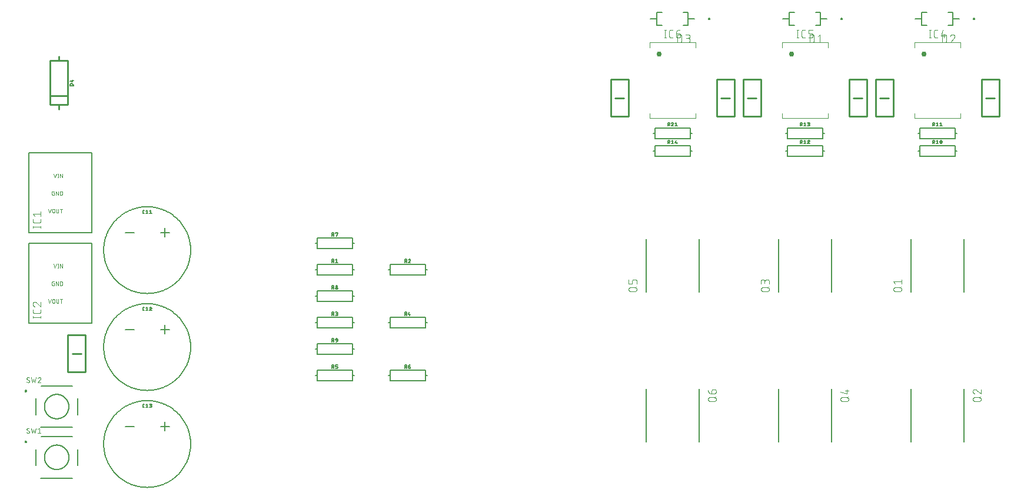
<source format=gbr>
G04 EAGLE Gerber RS-274X export*
G75*
%MOMM*%
%FSLAX34Y34*%
%LPD*%
%INSilkscreen Top*%
%IPPOS*%
%AMOC8*
5,1,8,0,0,1.08239X$1,22.5*%
G01*
%ADD10C,0.127000*%
%ADD11C,0.050800*%
%ADD12C,0.101600*%
%ADD13C,0.254000*%
%ADD14C,0.762000*%
%ADD15C,0.120000*%
%ADD16C,0.200000*%
%ADD17C,0.203200*%
%ADD18C,0.076200*%


D10*
X104140Y580517D02*
X104140Y695833D01*
X104140Y580517D02*
X14224Y580517D01*
X14224Y695833D01*
X104140Y695833D01*
D11*
X50272Y637977D02*
X49340Y637977D01*
X50272Y637977D02*
X50272Y634873D01*
X48409Y634873D01*
X48339Y634875D01*
X48270Y634881D01*
X48201Y634891D01*
X48133Y634904D01*
X48065Y634922D01*
X47999Y634943D01*
X47934Y634968D01*
X47870Y634996D01*
X47808Y635028D01*
X47748Y635063D01*
X47690Y635102D01*
X47635Y635144D01*
X47581Y635189D01*
X47531Y635237D01*
X47483Y635287D01*
X47438Y635341D01*
X47396Y635396D01*
X47357Y635454D01*
X47322Y635514D01*
X47290Y635576D01*
X47262Y635640D01*
X47237Y635705D01*
X47216Y635771D01*
X47198Y635839D01*
X47185Y635907D01*
X47175Y635976D01*
X47169Y636045D01*
X47167Y636115D01*
X47167Y639219D01*
X47169Y639289D01*
X47175Y639358D01*
X47185Y639427D01*
X47198Y639495D01*
X47216Y639563D01*
X47237Y639629D01*
X47262Y639694D01*
X47290Y639758D01*
X47322Y639820D01*
X47357Y639880D01*
X47396Y639938D01*
X47438Y639993D01*
X47483Y640047D01*
X47531Y640097D01*
X47581Y640145D01*
X47635Y640190D01*
X47690Y640232D01*
X47748Y640271D01*
X47808Y640306D01*
X47870Y640338D01*
X47934Y640366D01*
X47999Y640391D01*
X48065Y640412D01*
X48133Y640430D01*
X48201Y640443D01*
X48270Y640453D01*
X48339Y640459D01*
X48409Y640461D01*
X50272Y640461D01*
X53019Y640461D02*
X53019Y634873D01*
X56124Y634873D02*
X53019Y640461D01*
X56124Y640461D02*
X56124Y634873D01*
X58872Y634873D02*
X58872Y640461D01*
X60424Y640461D01*
X60500Y640459D01*
X60576Y640454D01*
X60652Y640444D01*
X60727Y640431D01*
X60801Y640414D01*
X60875Y640394D01*
X60947Y640370D01*
X61018Y640343D01*
X61088Y640312D01*
X61156Y640278D01*
X61222Y640240D01*
X61286Y640199D01*
X61349Y640156D01*
X61409Y640109D01*
X61466Y640059D01*
X61521Y640006D01*
X61574Y639951D01*
X61624Y639894D01*
X61671Y639834D01*
X61714Y639771D01*
X61755Y639707D01*
X61793Y639641D01*
X61827Y639573D01*
X61858Y639503D01*
X61885Y639432D01*
X61909Y639359D01*
X61929Y639286D01*
X61946Y639212D01*
X61959Y639137D01*
X61969Y639061D01*
X61974Y638985D01*
X61976Y638909D01*
X61976Y636425D01*
X61974Y636346D01*
X61968Y636268D01*
X61958Y636190D01*
X61944Y636113D01*
X61926Y636036D01*
X61905Y635960D01*
X61879Y635886D01*
X61850Y635813D01*
X61817Y635742D01*
X61781Y635672D01*
X61741Y635604D01*
X61698Y635538D01*
X61651Y635475D01*
X61602Y635414D01*
X61549Y635356D01*
X61493Y635300D01*
X61435Y635247D01*
X61374Y635198D01*
X61311Y635151D01*
X61245Y635108D01*
X61177Y635068D01*
X61108Y635032D01*
X61036Y634999D01*
X60963Y634970D01*
X60889Y634944D01*
X60813Y634923D01*
X60736Y634905D01*
X60659Y634891D01*
X60581Y634881D01*
X60503Y634875D01*
X60424Y634873D01*
X58872Y634873D01*
X51463Y660273D02*
X49600Y665861D01*
X53325Y665861D02*
X51463Y660273D01*
X55852Y660273D02*
X55852Y665861D01*
X55231Y660273D02*
X56473Y660273D01*
X56473Y665861D02*
X55231Y665861D01*
X58872Y665861D02*
X58872Y660273D01*
X61976Y660273D02*
X58872Y665861D01*
X61976Y665861D02*
X61976Y660273D01*
X42102Y615061D02*
X43965Y609473D01*
X45827Y615061D01*
X47899Y613509D02*
X47899Y611025D01*
X47899Y613509D02*
X47901Y613586D01*
X47907Y613664D01*
X47916Y613740D01*
X47930Y613817D01*
X47947Y613892D01*
X47968Y613966D01*
X47993Y614040D01*
X48021Y614112D01*
X48053Y614182D01*
X48088Y614251D01*
X48127Y614318D01*
X48169Y614383D01*
X48214Y614446D01*
X48262Y614507D01*
X48313Y614565D01*
X48367Y614620D01*
X48424Y614673D01*
X48483Y614722D01*
X48545Y614769D01*
X48609Y614813D01*
X48675Y614853D01*
X48743Y614890D01*
X48813Y614924D01*
X48884Y614954D01*
X48957Y614980D01*
X49031Y615003D01*
X49106Y615022D01*
X49181Y615037D01*
X49258Y615049D01*
X49335Y615057D01*
X49412Y615061D01*
X49490Y615061D01*
X49567Y615057D01*
X49644Y615049D01*
X49721Y615037D01*
X49796Y615022D01*
X49871Y615003D01*
X49945Y614980D01*
X50018Y614954D01*
X50089Y614924D01*
X50159Y614890D01*
X50227Y614853D01*
X50293Y614813D01*
X50357Y614769D01*
X50419Y614722D01*
X50478Y614673D01*
X50535Y614620D01*
X50589Y614565D01*
X50640Y614507D01*
X50688Y614446D01*
X50733Y614383D01*
X50775Y614318D01*
X50814Y614251D01*
X50849Y614182D01*
X50881Y614112D01*
X50909Y614040D01*
X50934Y613966D01*
X50955Y613892D01*
X50972Y613817D01*
X50986Y613740D01*
X50995Y613664D01*
X51001Y613586D01*
X51003Y613509D01*
X51003Y611025D01*
X51001Y610948D01*
X50995Y610870D01*
X50986Y610794D01*
X50972Y610717D01*
X50955Y610642D01*
X50934Y610568D01*
X50909Y610494D01*
X50881Y610422D01*
X50849Y610352D01*
X50814Y610283D01*
X50775Y610216D01*
X50733Y610151D01*
X50688Y610088D01*
X50640Y610027D01*
X50589Y609969D01*
X50535Y609914D01*
X50478Y609861D01*
X50419Y609812D01*
X50357Y609765D01*
X50293Y609721D01*
X50227Y609681D01*
X50159Y609644D01*
X50089Y609610D01*
X50018Y609580D01*
X49945Y609554D01*
X49871Y609531D01*
X49796Y609512D01*
X49721Y609497D01*
X49644Y609485D01*
X49567Y609477D01*
X49490Y609473D01*
X49412Y609473D01*
X49335Y609477D01*
X49258Y609485D01*
X49181Y609497D01*
X49106Y609512D01*
X49031Y609531D01*
X48957Y609554D01*
X48884Y609580D01*
X48813Y609610D01*
X48743Y609644D01*
X48675Y609681D01*
X48609Y609721D01*
X48545Y609765D01*
X48483Y609812D01*
X48424Y609861D01*
X48367Y609914D01*
X48313Y609969D01*
X48262Y610027D01*
X48214Y610088D01*
X48169Y610151D01*
X48127Y610216D01*
X48088Y610283D01*
X48053Y610352D01*
X48021Y610422D01*
X47993Y610494D01*
X47968Y610568D01*
X47947Y610642D01*
X47930Y610717D01*
X47916Y610794D01*
X47907Y610870D01*
X47901Y610948D01*
X47899Y611025D01*
X53568Y611025D02*
X53568Y615061D01*
X53568Y611025D02*
X53570Y610948D01*
X53576Y610870D01*
X53585Y610794D01*
X53599Y610717D01*
X53616Y610642D01*
X53637Y610568D01*
X53662Y610494D01*
X53690Y610422D01*
X53722Y610352D01*
X53757Y610283D01*
X53796Y610216D01*
X53838Y610151D01*
X53883Y610088D01*
X53931Y610027D01*
X53982Y609969D01*
X54036Y609914D01*
X54093Y609861D01*
X54152Y609812D01*
X54214Y609765D01*
X54278Y609721D01*
X54344Y609681D01*
X54412Y609644D01*
X54482Y609610D01*
X54553Y609580D01*
X54626Y609554D01*
X54700Y609531D01*
X54775Y609512D01*
X54850Y609497D01*
X54927Y609485D01*
X55004Y609477D01*
X55081Y609473D01*
X55159Y609473D01*
X55236Y609477D01*
X55313Y609485D01*
X55390Y609497D01*
X55465Y609512D01*
X55540Y609531D01*
X55614Y609554D01*
X55687Y609580D01*
X55758Y609610D01*
X55828Y609644D01*
X55896Y609681D01*
X55962Y609721D01*
X56026Y609765D01*
X56088Y609812D01*
X56147Y609861D01*
X56204Y609914D01*
X56258Y609969D01*
X56309Y610027D01*
X56357Y610088D01*
X56402Y610151D01*
X56444Y610216D01*
X56483Y610283D01*
X56518Y610352D01*
X56550Y610422D01*
X56578Y610494D01*
X56603Y610568D01*
X56624Y610642D01*
X56641Y610717D01*
X56655Y610794D01*
X56664Y610870D01*
X56670Y610948D01*
X56672Y611025D01*
X56673Y611025D02*
X56673Y615061D01*
X60424Y615061D02*
X60424Y609473D01*
X58872Y615061D02*
X61976Y615061D01*
D12*
X31242Y589181D02*
X19558Y589181D01*
X31242Y587883D02*
X31242Y590479D01*
X19558Y590479D02*
X19558Y587883D01*
X31242Y597643D02*
X31242Y600239D01*
X31242Y597643D02*
X31240Y597544D01*
X31234Y597444D01*
X31225Y597345D01*
X31212Y597247D01*
X31195Y597149D01*
X31174Y597051D01*
X31149Y596955D01*
X31121Y596860D01*
X31089Y596766D01*
X31054Y596673D01*
X31015Y596581D01*
X30972Y596491D01*
X30927Y596403D01*
X30877Y596316D01*
X30825Y596232D01*
X30769Y596149D01*
X30711Y596069D01*
X30649Y595991D01*
X30584Y595916D01*
X30516Y595843D01*
X30446Y595773D01*
X30373Y595705D01*
X30298Y595640D01*
X30220Y595578D01*
X30140Y595520D01*
X30057Y595464D01*
X29973Y595412D01*
X29886Y595362D01*
X29798Y595317D01*
X29708Y595274D01*
X29616Y595235D01*
X29523Y595200D01*
X29429Y595168D01*
X29334Y595140D01*
X29238Y595115D01*
X29140Y595094D01*
X29042Y595077D01*
X28944Y595064D01*
X28845Y595055D01*
X28745Y595049D01*
X28646Y595047D01*
X28646Y595046D02*
X22154Y595046D01*
X22055Y595048D01*
X21955Y595054D01*
X21856Y595063D01*
X21758Y595076D01*
X21660Y595094D01*
X21562Y595114D01*
X21466Y595139D01*
X21370Y595167D01*
X21276Y595199D01*
X21183Y595234D01*
X21092Y595273D01*
X21002Y595316D01*
X20913Y595361D01*
X20827Y595411D01*
X20742Y595463D01*
X20660Y595519D01*
X20580Y595578D01*
X20502Y595639D01*
X20426Y595704D01*
X20353Y595772D01*
X20283Y595842D01*
X20215Y595915D01*
X20150Y595991D01*
X20089Y596069D01*
X20030Y596149D01*
X19974Y596231D01*
X19922Y596316D01*
X19873Y596402D01*
X19827Y596491D01*
X19784Y596581D01*
X19745Y596672D01*
X19710Y596765D01*
X19678Y596859D01*
X19650Y596955D01*
X19625Y597051D01*
X19605Y597149D01*
X19587Y597247D01*
X19574Y597345D01*
X19565Y597444D01*
X19559Y597543D01*
X19557Y597643D01*
X19558Y597643D02*
X19558Y600239D01*
X22154Y604605D02*
X19558Y607850D01*
X31242Y607850D01*
X31242Y604605D02*
X31242Y611096D01*
D13*
X76200Y406400D02*
X88900Y406400D01*
X95250Y433070D02*
X95250Y379730D01*
X69850Y379730D01*
X69850Y433070D01*
X95250Y433070D01*
D14*
X1301423Y838200D03*
D15*
X1287800Y847457D02*
X1287800Y854710D01*
X1353800Y854710D01*
X1353800Y847457D01*
X1287800Y752743D02*
X1287800Y745490D01*
X1353800Y745490D01*
X1353800Y752743D01*
D12*
X1310492Y861568D02*
X1310492Y873252D01*
X1309194Y861568D02*
X1311790Y861568D01*
X1311790Y873252D02*
X1309194Y873252D01*
X1318954Y861568D02*
X1321550Y861568D01*
X1318954Y861568D02*
X1318855Y861570D01*
X1318755Y861576D01*
X1318656Y861585D01*
X1318558Y861598D01*
X1318460Y861615D01*
X1318362Y861636D01*
X1318266Y861661D01*
X1318171Y861689D01*
X1318077Y861721D01*
X1317984Y861756D01*
X1317892Y861795D01*
X1317802Y861838D01*
X1317714Y861883D01*
X1317627Y861933D01*
X1317543Y861985D01*
X1317460Y862041D01*
X1317380Y862099D01*
X1317302Y862161D01*
X1317227Y862226D01*
X1317154Y862294D01*
X1317084Y862364D01*
X1317016Y862437D01*
X1316951Y862512D01*
X1316889Y862590D01*
X1316831Y862670D01*
X1316775Y862753D01*
X1316723Y862837D01*
X1316673Y862924D01*
X1316628Y863012D01*
X1316585Y863102D01*
X1316546Y863194D01*
X1316511Y863287D01*
X1316479Y863381D01*
X1316451Y863476D01*
X1316426Y863572D01*
X1316405Y863670D01*
X1316388Y863768D01*
X1316375Y863866D01*
X1316366Y863965D01*
X1316360Y864065D01*
X1316358Y864164D01*
X1316357Y864164D02*
X1316357Y870656D01*
X1316358Y870656D02*
X1316360Y870755D01*
X1316366Y870855D01*
X1316375Y870954D01*
X1316388Y871052D01*
X1316405Y871150D01*
X1316426Y871248D01*
X1316451Y871344D01*
X1316479Y871439D01*
X1316511Y871533D01*
X1316546Y871626D01*
X1316585Y871718D01*
X1316628Y871808D01*
X1316673Y871896D01*
X1316723Y871983D01*
X1316775Y872067D01*
X1316831Y872150D01*
X1316889Y872230D01*
X1316951Y872308D01*
X1317016Y872383D01*
X1317084Y872456D01*
X1317154Y872526D01*
X1317227Y872594D01*
X1317302Y872659D01*
X1317380Y872721D01*
X1317460Y872779D01*
X1317543Y872835D01*
X1317627Y872887D01*
X1317714Y872937D01*
X1317802Y872982D01*
X1317892Y873025D01*
X1317984Y873064D01*
X1318076Y873099D01*
X1318171Y873131D01*
X1318266Y873159D01*
X1318362Y873184D01*
X1318460Y873205D01*
X1318558Y873222D01*
X1318656Y873235D01*
X1318755Y873244D01*
X1318855Y873250D01*
X1318954Y873252D01*
X1321550Y873252D01*
X1328512Y873252D02*
X1325915Y864164D01*
X1332406Y864164D01*
X1330459Y866761D02*
X1330459Y861568D01*
D13*
X1390650Y774700D02*
X1403350Y774700D01*
X1409700Y801370D02*
X1409700Y748030D01*
X1384300Y748030D01*
X1384300Y801370D01*
X1409700Y801370D01*
X1250950Y774700D02*
X1238250Y774700D01*
X1257300Y801370D02*
X1257300Y748030D01*
X1231900Y748030D01*
X1231900Y801370D01*
X1257300Y801370D01*
D10*
X1336000Y879400D02*
X1343600Y879400D01*
X1343600Y898600D02*
X1336000Y898600D01*
X1305600Y898600D02*
X1298000Y898600D01*
X1298000Y879400D02*
X1305600Y879400D01*
X1298000Y879500D02*
X1298000Y889000D01*
X1298000Y898600D01*
X1343600Y889000D02*
X1343600Y879400D01*
X1343600Y889000D02*
X1343600Y898500D01*
X1343600Y889000D02*
X1352800Y889000D01*
X1298000Y889000D02*
X1288800Y889000D01*
D16*
X1372800Y889000D02*
X1372802Y889063D01*
X1372808Y889125D01*
X1372818Y889187D01*
X1372831Y889249D01*
X1372849Y889309D01*
X1372870Y889368D01*
X1372895Y889426D01*
X1372924Y889482D01*
X1372956Y889536D01*
X1372991Y889588D01*
X1373029Y889637D01*
X1373071Y889685D01*
X1373115Y889729D01*
X1373163Y889771D01*
X1373212Y889809D01*
X1373264Y889844D01*
X1373318Y889876D01*
X1373374Y889905D01*
X1373432Y889930D01*
X1373491Y889951D01*
X1373551Y889969D01*
X1373613Y889982D01*
X1373675Y889992D01*
X1373737Y889998D01*
X1373800Y890000D01*
X1373863Y889998D01*
X1373925Y889992D01*
X1373987Y889982D01*
X1374049Y889969D01*
X1374109Y889951D01*
X1374168Y889930D01*
X1374226Y889905D01*
X1374282Y889876D01*
X1374336Y889844D01*
X1374388Y889809D01*
X1374437Y889771D01*
X1374485Y889729D01*
X1374529Y889685D01*
X1374571Y889637D01*
X1374609Y889588D01*
X1374644Y889536D01*
X1374676Y889482D01*
X1374705Y889426D01*
X1374730Y889368D01*
X1374751Y889309D01*
X1374769Y889249D01*
X1374782Y889187D01*
X1374792Y889125D01*
X1374798Y889063D01*
X1374800Y889000D01*
X1374798Y888937D01*
X1374792Y888875D01*
X1374782Y888813D01*
X1374769Y888751D01*
X1374751Y888691D01*
X1374730Y888632D01*
X1374705Y888574D01*
X1374676Y888518D01*
X1374644Y888464D01*
X1374609Y888412D01*
X1374571Y888363D01*
X1374529Y888315D01*
X1374485Y888271D01*
X1374437Y888229D01*
X1374388Y888191D01*
X1374336Y888156D01*
X1374282Y888124D01*
X1374226Y888095D01*
X1374168Y888070D01*
X1374109Y888049D01*
X1374049Y888031D01*
X1373987Y888018D01*
X1373925Y888008D01*
X1373863Y888002D01*
X1373800Y888000D01*
X1373737Y888002D01*
X1373675Y888008D01*
X1373613Y888018D01*
X1373551Y888031D01*
X1373491Y888049D01*
X1373432Y888070D01*
X1373374Y888095D01*
X1373318Y888124D01*
X1373264Y888156D01*
X1373212Y888191D01*
X1373163Y888229D01*
X1373115Y888271D01*
X1373071Y888315D01*
X1373029Y888363D01*
X1372991Y888412D01*
X1372956Y888464D01*
X1372924Y888518D01*
X1372895Y888574D01*
X1372870Y888632D01*
X1372849Y888691D01*
X1372831Y888751D01*
X1372818Y888813D01*
X1372808Y888875D01*
X1372802Y888937D01*
X1372800Y889000D01*
D12*
X1327620Y866411D02*
X1327620Y854725D01*
X1327620Y866411D02*
X1330866Y866411D01*
X1330979Y866409D01*
X1331092Y866403D01*
X1331205Y866393D01*
X1331318Y866379D01*
X1331430Y866362D01*
X1331541Y866340D01*
X1331651Y866315D01*
X1331761Y866285D01*
X1331869Y866252D01*
X1331976Y866215D01*
X1332082Y866175D01*
X1332186Y866130D01*
X1332289Y866082D01*
X1332390Y866031D01*
X1332489Y865976D01*
X1332586Y865918D01*
X1332681Y865856D01*
X1332774Y865791D01*
X1332864Y865723D01*
X1332952Y865652D01*
X1333038Y865577D01*
X1333121Y865500D01*
X1333201Y865420D01*
X1333278Y865337D01*
X1333353Y865251D01*
X1333424Y865163D01*
X1333492Y865073D01*
X1333557Y864980D01*
X1333619Y864885D01*
X1333677Y864788D01*
X1333732Y864689D01*
X1333783Y864588D01*
X1333831Y864485D01*
X1333876Y864381D01*
X1333916Y864275D01*
X1333953Y864168D01*
X1333986Y864060D01*
X1334016Y863950D01*
X1334041Y863840D01*
X1334063Y863729D01*
X1334080Y863617D01*
X1334094Y863504D01*
X1334104Y863391D01*
X1334110Y863278D01*
X1334112Y863165D01*
X1334112Y857971D01*
X1334110Y857858D01*
X1334104Y857745D01*
X1334094Y857632D01*
X1334080Y857519D01*
X1334063Y857407D01*
X1334041Y857296D01*
X1334016Y857186D01*
X1333986Y857076D01*
X1333953Y856968D01*
X1333916Y856861D01*
X1333876Y856755D01*
X1333831Y856651D01*
X1333783Y856548D01*
X1333732Y856447D01*
X1333677Y856348D01*
X1333619Y856251D01*
X1333557Y856156D01*
X1333492Y856063D01*
X1333424Y855973D01*
X1333353Y855885D01*
X1333278Y855799D01*
X1333201Y855716D01*
X1333121Y855636D01*
X1333038Y855559D01*
X1332953Y855484D01*
X1332864Y855413D01*
X1332774Y855345D01*
X1332681Y855280D01*
X1332586Y855218D01*
X1332489Y855160D01*
X1332390Y855105D01*
X1332289Y855054D01*
X1332186Y855006D01*
X1332082Y854961D01*
X1331976Y854921D01*
X1331869Y854884D01*
X1331761Y854851D01*
X1331651Y854821D01*
X1331541Y854796D01*
X1331430Y854774D01*
X1331318Y854757D01*
X1331205Y854743D01*
X1331092Y854733D01*
X1330979Y854727D01*
X1330866Y854725D01*
X1327620Y854725D01*
X1343003Y866410D02*
X1343110Y866408D01*
X1343216Y866402D01*
X1343322Y866392D01*
X1343428Y866379D01*
X1343534Y866361D01*
X1343638Y866340D01*
X1343742Y866315D01*
X1343845Y866286D01*
X1343946Y866254D01*
X1344046Y866217D01*
X1344145Y866177D01*
X1344243Y866134D01*
X1344339Y866087D01*
X1344433Y866036D01*
X1344525Y865982D01*
X1344615Y865925D01*
X1344703Y865865D01*
X1344788Y865801D01*
X1344871Y865734D01*
X1344952Y865664D01*
X1345030Y865592D01*
X1345106Y865516D01*
X1345178Y865438D01*
X1345248Y865357D01*
X1345315Y865274D01*
X1345379Y865189D01*
X1345439Y865101D01*
X1345496Y865011D01*
X1345550Y864919D01*
X1345601Y864825D01*
X1345648Y864729D01*
X1345691Y864631D01*
X1345731Y864532D01*
X1345768Y864432D01*
X1345800Y864331D01*
X1345829Y864228D01*
X1345854Y864124D01*
X1345875Y864020D01*
X1345893Y863914D01*
X1345906Y863808D01*
X1345916Y863702D01*
X1345922Y863596D01*
X1345924Y863489D01*
X1343003Y866411D02*
X1342882Y866409D01*
X1342761Y866403D01*
X1342641Y866393D01*
X1342520Y866380D01*
X1342401Y866362D01*
X1342281Y866341D01*
X1342163Y866316D01*
X1342046Y866287D01*
X1341929Y866254D01*
X1341814Y866218D01*
X1341700Y866177D01*
X1341587Y866134D01*
X1341475Y866086D01*
X1341366Y866035D01*
X1341258Y865980D01*
X1341151Y865922D01*
X1341047Y865861D01*
X1340945Y865796D01*
X1340845Y865728D01*
X1340747Y865657D01*
X1340651Y865583D01*
X1340558Y865506D01*
X1340468Y865425D01*
X1340380Y865342D01*
X1340295Y865256D01*
X1340212Y865167D01*
X1340133Y865076D01*
X1340056Y864982D01*
X1339983Y864886D01*
X1339913Y864788D01*
X1339846Y864687D01*
X1339782Y864584D01*
X1339722Y864479D01*
X1339664Y864372D01*
X1339611Y864264D01*
X1339561Y864154D01*
X1339515Y864042D01*
X1339472Y863929D01*
X1339433Y863814D01*
X1344950Y861217D02*
X1345029Y861294D01*
X1345105Y861375D01*
X1345178Y861458D01*
X1345248Y861543D01*
X1345315Y861631D01*
X1345379Y861721D01*
X1345439Y861813D01*
X1345496Y861908D01*
X1345550Y862004D01*
X1345601Y862102D01*
X1345648Y862202D01*
X1345692Y862304D01*
X1345732Y862407D01*
X1345768Y862511D01*
X1345800Y862617D01*
X1345829Y862723D01*
X1345854Y862831D01*
X1345876Y862939D01*
X1345893Y863049D01*
X1345907Y863158D01*
X1345916Y863268D01*
X1345922Y863379D01*
X1345924Y863489D01*
X1344950Y861217D02*
X1339432Y854725D01*
X1345924Y854725D01*
D17*
X479425Y534670D02*
X428625Y534670D01*
X479425Y534670D02*
X479425Y527050D01*
X479425Y519430D01*
X428625Y519430D01*
X428625Y527050D01*
X428625Y534670D01*
X479425Y527050D02*
X481965Y527050D01*
X428625Y527050D02*
X426085Y527050D01*
D10*
X449973Y537845D02*
X449973Y542671D01*
X451314Y542671D01*
X451385Y542669D01*
X451457Y542663D01*
X451527Y542654D01*
X451597Y542641D01*
X451667Y542624D01*
X451735Y542603D01*
X451802Y542579D01*
X451868Y542551D01*
X451932Y542520D01*
X451995Y542485D01*
X452055Y542447D01*
X452114Y542406D01*
X452170Y542362D01*
X452224Y542315D01*
X452275Y542266D01*
X452323Y542213D01*
X452369Y542158D01*
X452411Y542101D01*
X452451Y542041D01*
X452487Y541980D01*
X452520Y541916D01*
X452549Y541851D01*
X452575Y541785D01*
X452598Y541717D01*
X452617Y541648D01*
X452632Y541578D01*
X452643Y541508D01*
X452651Y541437D01*
X452655Y541366D01*
X452655Y541294D01*
X452651Y541223D01*
X452643Y541152D01*
X452632Y541082D01*
X452617Y541012D01*
X452598Y540943D01*
X452575Y540875D01*
X452549Y540809D01*
X452520Y540744D01*
X452487Y540680D01*
X452451Y540619D01*
X452411Y540559D01*
X452369Y540502D01*
X452323Y540447D01*
X452275Y540394D01*
X452224Y540345D01*
X452170Y540298D01*
X452114Y540254D01*
X452055Y540213D01*
X451995Y540175D01*
X451932Y540140D01*
X451868Y540109D01*
X451802Y540081D01*
X451735Y540057D01*
X451667Y540036D01*
X451597Y540019D01*
X451527Y540006D01*
X451457Y539997D01*
X451385Y539991D01*
X451314Y539989D01*
X451314Y539990D02*
X449973Y539990D01*
X451582Y539990D02*
X452654Y537845D01*
X455396Y541599D02*
X456736Y542671D01*
X456736Y537845D01*
X455396Y537845D02*
X458077Y537845D01*
D17*
X533400Y534670D02*
X584200Y534670D01*
X584200Y527050D01*
X584200Y519430D01*
X533400Y519430D01*
X533400Y527050D01*
X533400Y534670D01*
X584200Y527050D02*
X586740Y527050D01*
X533400Y527050D02*
X530860Y527050D01*
D10*
X554748Y537845D02*
X554748Y542671D01*
X556089Y542671D01*
X556160Y542669D01*
X556232Y542663D01*
X556302Y542654D01*
X556372Y542641D01*
X556442Y542624D01*
X556510Y542603D01*
X556577Y542579D01*
X556643Y542551D01*
X556707Y542520D01*
X556770Y542485D01*
X556830Y542447D01*
X556889Y542406D01*
X556945Y542362D01*
X556999Y542315D01*
X557050Y542266D01*
X557098Y542213D01*
X557144Y542158D01*
X557186Y542101D01*
X557226Y542041D01*
X557262Y541980D01*
X557295Y541916D01*
X557324Y541851D01*
X557350Y541785D01*
X557373Y541717D01*
X557392Y541648D01*
X557407Y541578D01*
X557418Y541508D01*
X557426Y541437D01*
X557430Y541366D01*
X557430Y541294D01*
X557426Y541223D01*
X557418Y541152D01*
X557407Y541082D01*
X557392Y541012D01*
X557373Y540943D01*
X557350Y540875D01*
X557324Y540809D01*
X557295Y540744D01*
X557262Y540680D01*
X557226Y540619D01*
X557186Y540559D01*
X557144Y540502D01*
X557098Y540447D01*
X557050Y540394D01*
X556999Y540345D01*
X556945Y540298D01*
X556889Y540254D01*
X556830Y540213D01*
X556770Y540175D01*
X556707Y540140D01*
X556643Y540109D01*
X556577Y540081D01*
X556510Y540057D01*
X556442Y540036D01*
X556372Y540019D01*
X556302Y540006D01*
X556232Y539997D01*
X556160Y539991D01*
X556089Y539989D01*
X556089Y539990D02*
X554748Y539990D01*
X556357Y539990D02*
X557429Y537845D01*
X561645Y542671D02*
X561713Y542669D01*
X561780Y542663D01*
X561847Y542654D01*
X561914Y542641D01*
X561979Y542624D01*
X562044Y542603D01*
X562107Y542579D01*
X562169Y542551D01*
X562229Y542520D01*
X562287Y542486D01*
X562343Y542448D01*
X562398Y542408D01*
X562449Y542364D01*
X562498Y542317D01*
X562545Y542268D01*
X562589Y542217D01*
X562629Y542162D01*
X562667Y542106D01*
X562701Y542048D01*
X562732Y541988D01*
X562760Y541926D01*
X562784Y541863D01*
X562805Y541798D01*
X562822Y541733D01*
X562835Y541666D01*
X562844Y541599D01*
X562850Y541532D01*
X562852Y541464D01*
X561645Y542671D02*
X561567Y542669D01*
X561489Y542663D01*
X561412Y542653D01*
X561335Y542640D01*
X561259Y542622D01*
X561184Y542601D01*
X561110Y542576D01*
X561038Y542547D01*
X560967Y542515D01*
X560898Y542479D01*
X560830Y542440D01*
X560765Y542397D01*
X560702Y542351D01*
X560641Y542302D01*
X560583Y542250D01*
X560528Y542195D01*
X560475Y542138D01*
X560426Y542078D01*
X560379Y542015D01*
X560336Y541951D01*
X560296Y541884D01*
X560259Y541815D01*
X560226Y541744D01*
X560196Y541672D01*
X560170Y541599D01*
X562450Y540526D02*
X562499Y540575D01*
X562546Y540627D01*
X562589Y540682D01*
X562630Y540739D01*
X562668Y540798D01*
X562702Y540859D01*
X562733Y540922D01*
X562761Y540986D01*
X562785Y541052D01*
X562805Y541118D01*
X562822Y541186D01*
X562835Y541255D01*
X562844Y541324D01*
X562850Y541394D01*
X562852Y541464D01*
X562450Y540526D02*
X560171Y537845D01*
X562852Y537845D01*
D17*
X479425Y458470D02*
X428625Y458470D01*
X479425Y458470D02*
X479425Y450850D01*
X479425Y443230D01*
X428625Y443230D01*
X428625Y450850D01*
X428625Y458470D01*
X479425Y450850D02*
X481965Y450850D01*
X428625Y450850D02*
X426085Y450850D01*
D10*
X449973Y461645D02*
X449973Y466471D01*
X451314Y466471D01*
X451385Y466469D01*
X451457Y466463D01*
X451527Y466454D01*
X451597Y466441D01*
X451667Y466424D01*
X451735Y466403D01*
X451802Y466379D01*
X451868Y466351D01*
X451932Y466320D01*
X451995Y466285D01*
X452055Y466247D01*
X452114Y466206D01*
X452170Y466162D01*
X452224Y466115D01*
X452275Y466066D01*
X452323Y466013D01*
X452369Y465958D01*
X452411Y465901D01*
X452451Y465841D01*
X452487Y465780D01*
X452520Y465716D01*
X452549Y465651D01*
X452575Y465585D01*
X452598Y465517D01*
X452617Y465448D01*
X452632Y465378D01*
X452643Y465308D01*
X452651Y465237D01*
X452655Y465166D01*
X452655Y465094D01*
X452651Y465023D01*
X452643Y464952D01*
X452632Y464882D01*
X452617Y464812D01*
X452598Y464743D01*
X452575Y464675D01*
X452549Y464609D01*
X452520Y464544D01*
X452487Y464480D01*
X452451Y464419D01*
X452411Y464359D01*
X452369Y464302D01*
X452323Y464247D01*
X452275Y464194D01*
X452224Y464145D01*
X452170Y464098D01*
X452114Y464054D01*
X452055Y464013D01*
X451995Y463975D01*
X451932Y463940D01*
X451868Y463909D01*
X451802Y463881D01*
X451735Y463857D01*
X451667Y463836D01*
X451597Y463819D01*
X451527Y463806D01*
X451457Y463797D01*
X451385Y463791D01*
X451314Y463789D01*
X451314Y463790D02*
X449973Y463790D01*
X451582Y463790D02*
X452654Y461645D01*
X455396Y461645D02*
X456736Y461645D01*
X456807Y461647D01*
X456879Y461653D01*
X456949Y461662D01*
X457019Y461675D01*
X457089Y461692D01*
X457157Y461713D01*
X457224Y461737D01*
X457290Y461765D01*
X457354Y461796D01*
X457417Y461831D01*
X457477Y461869D01*
X457536Y461910D01*
X457592Y461954D01*
X457646Y462001D01*
X457697Y462050D01*
X457745Y462103D01*
X457791Y462158D01*
X457833Y462215D01*
X457873Y462275D01*
X457909Y462336D01*
X457942Y462400D01*
X457971Y462465D01*
X457997Y462531D01*
X458020Y462599D01*
X458039Y462668D01*
X458054Y462738D01*
X458065Y462808D01*
X458073Y462879D01*
X458077Y462950D01*
X458077Y463022D01*
X458073Y463093D01*
X458065Y463164D01*
X458054Y463234D01*
X458039Y463304D01*
X458020Y463373D01*
X457997Y463441D01*
X457971Y463507D01*
X457942Y463572D01*
X457909Y463636D01*
X457873Y463697D01*
X457833Y463757D01*
X457791Y463814D01*
X457745Y463869D01*
X457697Y463922D01*
X457646Y463971D01*
X457592Y464018D01*
X457536Y464062D01*
X457477Y464103D01*
X457417Y464141D01*
X457354Y464176D01*
X457290Y464207D01*
X457224Y464235D01*
X457157Y464259D01*
X457089Y464280D01*
X457019Y464297D01*
X456949Y464310D01*
X456879Y464319D01*
X456807Y464325D01*
X456736Y464327D01*
X457004Y466471D02*
X455396Y466471D01*
X457004Y466471D02*
X457069Y466469D01*
X457133Y466463D01*
X457197Y466453D01*
X457261Y466440D01*
X457323Y466422D01*
X457384Y466401D01*
X457444Y466377D01*
X457502Y466348D01*
X457559Y466316D01*
X457613Y466281D01*
X457665Y466243D01*
X457715Y466201D01*
X457762Y466157D01*
X457806Y466110D01*
X457848Y466060D01*
X457886Y466008D01*
X457921Y465954D01*
X457953Y465897D01*
X457982Y465839D01*
X458006Y465779D01*
X458027Y465718D01*
X458045Y465656D01*
X458058Y465592D01*
X458068Y465528D01*
X458074Y465464D01*
X458076Y465399D01*
X458074Y465334D01*
X458068Y465270D01*
X458058Y465206D01*
X458045Y465142D01*
X458027Y465080D01*
X458006Y465019D01*
X457982Y464959D01*
X457953Y464901D01*
X457921Y464844D01*
X457886Y464790D01*
X457848Y464738D01*
X457806Y464688D01*
X457762Y464641D01*
X457715Y464597D01*
X457665Y464555D01*
X457613Y464517D01*
X457559Y464482D01*
X457502Y464450D01*
X457444Y464421D01*
X457384Y464397D01*
X457323Y464376D01*
X457261Y464358D01*
X457197Y464345D01*
X457133Y464335D01*
X457069Y464329D01*
X457004Y464327D01*
X457004Y464326D02*
X455932Y464326D01*
D17*
X533400Y458470D02*
X584200Y458470D01*
X584200Y450850D01*
X584200Y443230D01*
X533400Y443230D01*
X533400Y450850D01*
X533400Y458470D01*
X584200Y450850D02*
X586740Y450850D01*
X533400Y450850D02*
X530860Y450850D01*
D10*
X554748Y461645D02*
X554748Y466471D01*
X556089Y466471D01*
X556160Y466469D01*
X556232Y466463D01*
X556302Y466454D01*
X556372Y466441D01*
X556442Y466424D01*
X556510Y466403D01*
X556577Y466379D01*
X556643Y466351D01*
X556707Y466320D01*
X556770Y466285D01*
X556830Y466247D01*
X556889Y466206D01*
X556945Y466162D01*
X556999Y466115D01*
X557050Y466066D01*
X557098Y466013D01*
X557144Y465958D01*
X557186Y465901D01*
X557226Y465841D01*
X557262Y465780D01*
X557295Y465716D01*
X557324Y465651D01*
X557350Y465585D01*
X557373Y465517D01*
X557392Y465448D01*
X557407Y465378D01*
X557418Y465308D01*
X557426Y465237D01*
X557430Y465166D01*
X557430Y465094D01*
X557426Y465023D01*
X557418Y464952D01*
X557407Y464882D01*
X557392Y464812D01*
X557373Y464743D01*
X557350Y464675D01*
X557324Y464609D01*
X557295Y464544D01*
X557262Y464480D01*
X557226Y464419D01*
X557186Y464359D01*
X557144Y464302D01*
X557098Y464247D01*
X557050Y464194D01*
X556999Y464145D01*
X556945Y464098D01*
X556889Y464054D01*
X556830Y464013D01*
X556770Y463975D01*
X556707Y463940D01*
X556643Y463909D01*
X556577Y463881D01*
X556510Y463857D01*
X556442Y463836D01*
X556372Y463819D01*
X556302Y463806D01*
X556232Y463797D01*
X556160Y463791D01*
X556089Y463789D01*
X556089Y463790D02*
X554748Y463790D01*
X556357Y463790D02*
X557429Y461645D01*
X560171Y462717D02*
X561243Y466471D01*
X560171Y462717D02*
X562852Y462717D01*
X562048Y463790D02*
X562048Y461645D01*
D17*
X479425Y382270D02*
X428625Y382270D01*
X479425Y382270D02*
X479425Y374650D01*
X479425Y367030D01*
X428625Y367030D01*
X428625Y374650D01*
X428625Y382270D01*
X479425Y374650D02*
X481965Y374650D01*
X428625Y374650D02*
X426085Y374650D01*
D10*
X449973Y385445D02*
X449973Y390271D01*
X451314Y390271D01*
X451385Y390269D01*
X451457Y390263D01*
X451527Y390254D01*
X451597Y390241D01*
X451667Y390224D01*
X451735Y390203D01*
X451802Y390179D01*
X451868Y390151D01*
X451932Y390120D01*
X451995Y390085D01*
X452055Y390047D01*
X452114Y390006D01*
X452170Y389962D01*
X452224Y389915D01*
X452275Y389866D01*
X452323Y389813D01*
X452369Y389758D01*
X452411Y389701D01*
X452451Y389641D01*
X452487Y389580D01*
X452520Y389516D01*
X452549Y389451D01*
X452575Y389385D01*
X452598Y389317D01*
X452617Y389248D01*
X452632Y389178D01*
X452643Y389108D01*
X452651Y389037D01*
X452655Y388966D01*
X452655Y388894D01*
X452651Y388823D01*
X452643Y388752D01*
X452632Y388682D01*
X452617Y388612D01*
X452598Y388543D01*
X452575Y388475D01*
X452549Y388409D01*
X452520Y388344D01*
X452487Y388280D01*
X452451Y388219D01*
X452411Y388159D01*
X452369Y388102D01*
X452323Y388047D01*
X452275Y387994D01*
X452224Y387945D01*
X452170Y387898D01*
X452114Y387854D01*
X452055Y387813D01*
X451995Y387775D01*
X451932Y387740D01*
X451868Y387709D01*
X451802Y387681D01*
X451735Y387657D01*
X451667Y387636D01*
X451597Y387619D01*
X451527Y387606D01*
X451457Y387597D01*
X451385Y387591D01*
X451314Y387589D01*
X451314Y387590D02*
X449973Y387590D01*
X451582Y387590D02*
X452654Y385445D01*
X455396Y385445D02*
X457004Y385445D01*
X457069Y385447D01*
X457133Y385453D01*
X457197Y385463D01*
X457261Y385476D01*
X457323Y385494D01*
X457384Y385515D01*
X457444Y385539D01*
X457502Y385568D01*
X457559Y385600D01*
X457613Y385635D01*
X457665Y385673D01*
X457715Y385715D01*
X457762Y385759D01*
X457806Y385806D01*
X457848Y385856D01*
X457886Y385908D01*
X457921Y385962D01*
X457953Y386019D01*
X457982Y386077D01*
X458006Y386137D01*
X458027Y386198D01*
X458045Y386260D01*
X458058Y386324D01*
X458068Y386388D01*
X458074Y386452D01*
X458076Y386517D01*
X458077Y386517D02*
X458077Y387054D01*
X458076Y387054D02*
X458074Y387119D01*
X458068Y387183D01*
X458058Y387247D01*
X458045Y387311D01*
X458027Y387373D01*
X458006Y387434D01*
X457982Y387494D01*
X457953Y387552D01*
X457921Y387609D01*
X457886Y387663D01*
X457848Y387715D01*
X457806Y387765D01*
X457762Y387812D01*
X457715Y387856D01*
X457665Y387898D01*
X457613Y387936D01*
X457559Y387971D01*
X457502Y388003D01*
X457444Y388032D01*
X457384Y388056D01*
X457323Y388077D01*
X457261Y388095D01*
X457197Y388108D01*
X457133Y388118D01*
X457069Y388124D01*
X457004Y388126D01*
X455396Y388126D01*
X455396Y390271D01*
X458077Y390271D01*
D17*
X533400Y382270D02*
X584200Y382270D01*
X584200Y374650D01*
X584200Y367030D01*
X533400Y367030D01*
X533400Y374650D01*
X533400Y382270D01*
X584200Y374650D02*
X586740Y374650D01*
X533400Y374650D02*
X530860Y374650D01*
D10*
X554748Y385445D02*
X554748Y390271D01*
X556089Y390271D01*
X556160Y390269D01*
X556232Y390263D01*
X556302Y390254D01*
X556372Y390241D01*
X556442Y390224D01*
X556510Y390203D01*
X556577Y390179D01*
X556643Y390151D01*
X556707Y390120D01*
X556770Y390085D01*
X556830Y390047D01*
X556889Y390006D01*
X556945Y389962D01*
X556999Y389915D01*
X557050Y389866D01*
X557098Y389813D01*
X557144Y389758D01*
X557186Y389701D01*
X557226Y389641D01*
X557262Y389580D01*
X557295Y389516D01*
X557324Y389451D01*
X557350Y389385D01*
X557373Y389317D01*
X557392Y389248D01*
X557407Y389178D01*
X557418Y389108D01*
X557426Y389037D01*
X557430Y388966D01*
X557430Y388894D01*
X557426Y388823D01*
X557418Y388752D01*
X557407Y388682D01*
X557392Y388612D01*
X557373Y388543D01*
X557350Y388475D01*
X557324Y388409D01*
X557295Y388344D01*
X557262Y388280D01*
X557226Y388219D01*
X557186Y388159D01*
X557144Y388102D01*
X557098Y388047D01*
X557050Y387994D01*
X556999Y387945D01*
X556945Y387898D01*
X556889Y387854D01*
X556830Y387813D01*
X556770Y387775D01*
X556707Y387740D01*
X556643Y387709D01*
X556577Y387681D01*
X556510Y387657D01*
X556442Y387636D01*
X556372Y387619D01*
X556302Y387606D01*
X556232Y387597D01*
X556160Y387591D01*
X556089Y387589D01*
X556089Y387590D02*
X554748Y387590D01*
X556357Y387590D02*
X557429Y385445D01*
X560171Y388126D02*
X561779Y388126D01*
X561844Y388124D01*
X561908Y388118D01*
X561972Y388108D01*
X562036Y388095D01*
X562098Y388077D01*
X562159Y388056D01*
X562219Y388032D01*
X562277Y388003D01*
X562334Y387971D01*
X562388Y387936D01*
X562440Y387898D01*
X562490Y387856D01*
X562537Y387812D01*
X562581Y387765D01*
X562623Y387715D01*
X562661Y387663D01*
X562696Y387609D01*
X562728Y387552D01*
X562757Y387494D01*
X562781Y387434D01*
X562802Y387373D01*
X562820Y387311D01*
X562833Y387247D01*
X562843Y387183D01*
X562849Y387119D01*
X562851Y387054D01*
X562852Y387054D02*
X562852Y386786D01*
X562850Y386715D01*
X562844Y386643D01*
X562835Y386573D01*
X562822Y386503D01*
X562805Y386433D01*
X562784Y386365D01*
X562760Y386298D01*
X562732Y386232D01*
X562701Y386168D01*
X562666Y386105D01*
X562628Y386045D01*
X562587Y385986D01*
X562543Y385930D01*
X562496Y385876D01*
X562447Y385825D01*
X562394Y385777D01*
X562339Y385731D01*
X562282Y385689D01*
X562222Y385649D01*
X562161Y385613D01*
X562097Y385580D01*
X562032Y385551D01*
X561966Y385525D01*
X561898Y385502D01*
X561829Y385483D01*
X561759Y385468D01*
X561689Y385457D01*
X561618Y385449D01*
X561547Y385445D01*
X561475Y385445D01*
X561404Y385449D01*
X561333Y385457D01*
X561263Y385468D01*
X561193Y385483D01*
X561124Y385502D01*
X561056Y385525D01*
X560990Y385551D01*
X560925Y385580D01*
X560861Y385613D01*
X560800Y385649D01*
X560740Y385689D01*
X560683Y385731D01*
X560628Y385777D01*
X560575Y385825D01*
X560526Y385876D01*
X560479Y385930D01*
X560435Y385986D01*
X560394Y386045D01*
X560356Y386105D01*
X560321Y386168D01*
X560290Y386232D01*
X560262Y386298D01*
X560238Y386365D01*
X560217Y386433D01*
X560200Y386503D01*
X560187Y386573D01*
X560178Y386643D01*
X560172Y386715D01*
X560170Y386786D01*
X560171Y386786D02*
X560171Y388126D01*
X560173Y388217D01*
X560179Y388308D01*
X560188Y388398D01*
X560202Y388489D01*
X560219Y388578D01*
X560240Y388666D01*
X560265Y388754D01*
X560294Y388841D01*
X560326Y388926D01*
X560361Y389010D01*
X560401Y389092D01*
X560443Y389172D01*
X560489Y389251D01*
X560539Y389327D01*
X560591Y389401D01*
X560647Y389474D01*
X560706Y389543D01*
X560767Y389610D01*
X560832Y389675D01*
X560899Y389736D01*
X560968Y389795D01*
X561040Y389851D01*
X561115Y389903D01*
X561191Y389953D01*
X561270Y389999D01*
X561350Y390041D01*
X561432Y390081D01*
X561516Y390116D01*
X561601Y390148D01*
X561688Y390177D01*
X561775Y390202D01*
X561864Y390223D01*
X561953Y390240D01*
X562044Y390254D01*
X562134Y390263D01*
X562225Y390269D01*
X562316Y390271D01*
D17*
X479425Y572770D02*
X428625Y572770D01*
X479425Y572770D02*
X479425Y565150D01*
X479425Y557530D01*
X428625Y557530D01*
X428625Y565150D01*
X428625Y572770D01*
X479425Y565150D02*
X481965Y565150D01*
X428625Y565150D02*
X426085Y565150D01*
D10*
X449973Y575945D02*
X449973Y580771D01*
X451314Y580771D01*
X451385Y580769D01*
X451457Y580763D01*
X451527Y580754D01*
X451597Y580741D01*
X451667Y580724D01*
X451735Y580703D01*
X451802Y580679D01*
X451868Y580651D01*
X451932Y580620D01*
X451995Y580585D01*
X452055Y580547D01*
X452114Y580506D01*
X452170Y580462D01*
X452224Y580415D01*
X452275Y580366D01*
X452323Y580313D01*
X452369Y580258D01*
X452411Y580201D01*
X452451Y580141D01*
X452487Y580080D01*
X452520Y580016D01*
X452549Y579951D01*
X452575Y579885D01*
X452598Y579817D01*
X452617Y579748D01*
X452632Y579678D01*
X452643Y579608D01*
X452651Y579537D01*
X452655Y579466D01*
X452655Y579394D01*
X452651Y579323D01*
X452643Y579252D01*
X452632Y579182D01*
X452617Y579112D01*
X452598Y579043D01*
X452575Y578975D01*
X452549Y578909D01*
X452520Y578844D01*
X452487Y578780D01*
X452451Y578719D01*
X452411Y578659D01*
X452369Y578602D01*
X452323Y578547D01*
X452275Y578494D01*
X452224Y578445D01*
X452170Y578398D01*
X452114Y578354D01*
X452055Y578313D01*
X451995Y578275D01*
X451932Y578240D01*
X451868Y578209D01*
X451802Y578181D01*
X451735Y578157D01*
X451667Y578136D01*
X451597Y578119D01*
X451527Y578106D01*
X451457Y578097D01*
X451385Y578091D01*
X451314Y578089D01*
X451314Y578090D02*
X449973Y578090D01*
X451582Y578090D02*
X452654Y575945D01*
X455396Y580235D02*
X455396Y580771D01*
X458077Y580771D01*
X456736Y575945D01*
D17*
X479425Y496570D02*
X428625Y496570D01*
X479425Y496570D02*
X479425Y488950D01*
X479425Y481330D01*
X428625Y481330D01*
X428625Y488950D01*
X428625Y496570D01*
X479425Y488950D02*
X481965Y488950D01*
X428625Y488950D02*
X426085Y488950D01*
D10*
X449973Y499745D02*
X449973Y504571D01*
X451314Y504571D01*
X451385Y504569D01*
X451457Y504563D01*
X451527Y504554D01*
X451597Y504541D01*
X451667Y504524D01*
X451735Y504503D01*
X451802Y504479D01*
X451868Y504451D01*
X451932Y504420D01*
X451995Y504385D01*
X452055Y504347D01*
X452114Y504306D01*
X452170Y504262D01*
X452224Y504215D01*
X452275Y504166D01*
X452323Y504113D01*
X452369Y504058D01*
X452411Y504001D01*
X452451Y503941D01*
X452487Y503880D01*
X452520Y503816D01*
X452549Y503751D01*
X452575Y503685D01*
X452598Y503617D01*
X452617Y503548D01*
X452632Y503478D01*
X452643Y503408D01*
X452651Y503337D01*
X452655Y503266D01*
X452655Y503194D01*
X452651Y503123D01*
X452643Y503052D01*
X452632Y502982D01*
X452617Y502912D01*
X452598Y502843D01*
X452575Y502775D01*
X452549Y502709D01*
X452520Y502644D01*
X452487Y502580D01*
X452451Y502519D01*
X452411Y502459D01*
X452369Y502402D01*
X452323Y502347D01*
X452275Y502294D01*
X452224Y502245D01*
X452170Y502198D01*
X452114Y502154D01*
X452055Y502113D01*
X451995Y502075D01*
X451932Y502040D01*
X451868Y502009D01*
X451802Y501981D01*
X451735Y501957D01*
X451667Y501936D01*
X451597Y501919D01*
X451527Y501906D01*
X451457Y501897D01*
X451385Y501891D01*
X451314Y501889D01*
X451314Y501890D02*
X449973Y501890D01*
X451582Y501890D02*
X452654Y499745D01*
X455395Y501086D02*
X455397Y501157D01*
X455403Y501229D01*
X455412Y501299D01*
X455425Y501369D01*
X455442Y501439D01*
X455463Y501507D01*
X455487Y501574D01*
X455515Y501640D01*
X455546Y501704D01*
X455581Y501767D01*
X455619Y501827D01*
X455660Y501886D01*
X455704Y501942D01*
X455751Y501996D01*
X455800Y502047D01*
X455853Y502095D01*
X455908Y502141D01*
X455965Y502183D01*
X456025Y502223D01*
X456086Y502259D01*
X456150Y502292D01*
X456215Y502321D01*
X456281Y502347D01*
X456349Y502370D01*
X456418Y502389D01*
X456488Y502404D01*
X456558Y502415D01*
X456629Y502423D01*
X456700Y502427D01*
X456772Y502427D01*
X456843Y502423D01*
X456914Y502415D01*
X456984Y502404D01*
X457054Y502389D01*
X457123Y502370D01*
X457191Y502347D01*
X457257Y502321D01*
X457322Y502292D01*
X457386Y502259D01*
X457447Y502223D01*
X457507Y502183D01*
X457564Y502141D01*
X457619Y502095D01*
X457672Y502047D01*
X457721Y501996D01*
X457768Y501942D01*
X457812Y501886D01*
X457853Y501827D01*
X457891Y501767D01*
X457926Y501704D01*
X457957Y501640D01*
X457985Y501574D01*
X458009Y501507D01*
X458030Y501439D01*
X458047Y501369D01*
X458060Y501299D01*
X458069Y501229D01*
X458075Y501157D01*
X458077Y501086D01*
X458075Y501015D01*
X458069Y500943D01*
X458060Y500873D01*
X458047Y500803D01*
X458030Y500733D01*
X458009Y500665D01*
X457985Y500598D01*
X457957Y500532D01*
X457926Y500468D01*
X457891Y500405D01*
X457853Y500345D01*
X457812Y500286D01*
X457768Y500230D01*
X457721Y500176D01*
X457672Y500125D01*
X457619Y500077D01*
X457564Y500031D01*
X457507Y499989D01*
X457447Y499949D01*
X457386Y499913D01*
X457322Y499880D01*
X457257Y499851D01*
X457191Y499825D01*
X457123Y499802D01*
X457054Y499783D01*
X456984Y499768D01*
X456914Y499757D01*
X456843Y499749D01*
X456772Y499745D01*
X456700Y499745D01*
X456629Y499749D01*
X456558Y499757D01*
X456488Y499768D01*
X456418Y499783D01*
X456349Y499802D01*
X456281Y499825D01*
X456215Y499851D01*
X456150Y499880D01*
X456086Y499913D01*
X456025Y499949D01*
X455965Y499989D01*
X455908Y500031D01*
X455853Y500077D01*
X455800Y500125D01*
X455751Y500176D01*
X455704Y500230D01*
X455660Y500286D01*
X455619Y500345D01*
X455581Y500405D01*
X455546Y500468D01*
X455515Y500532D01*
X455487Y500598D01*
X455463Y500665D01*
X455442Y500733D01*
X455425Y500803D01*
X455412Y500873D01*
X455403Y500943D01*
X455397Y501015D01*
X455395Y501086D01*
X455664Y503499D02*
X455666Y503564D01*
X455672Y503628D01*
X455682Y503692D01*
X455695Y503756D01*
X455713Y503818D01*
X455734Y503879D01*
X455758Y503939D01*
X455787Y503997D01*
X455819Y504054D01*
X455854Y504108D01*
X455892Y504160D01*
X455934Y504210D01*
X455978Y504257D01*
X456025Y504301D01*
X456075Y504343D01*
X456127Y504381D01*
X456181Y504416D01*
X456238Y504448D01*
X456296Y504477D01*
X456356Y504501D01*
X456417Y504522D01*
X456479Y504540D01*
X456543Y504553D01*
X456607Y504563D01*
X456671Y504569D01*
X456736Y504571D01*
X456801Y504569D01*
X456865Y504563D01*
X456929Y504553D01*
X456993Y504540D01*
X457055Y504522D01*
X457116Y504501D01*
X457176Y504477D01*
X457234Y504448D01*
X457291Y504416D01*
X457345Y504381D01*
X457397Y504343D01*
X457447Y504301D01*
X457494Y504257D01*
X457538Y504210D01*
X457580Y504160D01*
X457618Y504108D01*
X457653Y504054D01*
X457685Y503997D01*
X457714Y503939D01*
X457738Y503879D01*
X457759Y503818D01*
X457777Y503756D01*
X457790Y503692D01*
X457800Y503628D01*
X457806Y503564D01*
X457808Y503499D01*
X457806Y503434D01*
X457800Y503370D01*
X457790Y503306D01*
X457777Y503242D01*
X457759Y503180D01*
X457738Y503119D01*
X457714Y503059D01*
X457685Y503001D01*
X457653Y502944D01*
X457618Y502890D01*
X457580Y502838D01*
X457538Y502788D01*
X457494Y502741D01*
X457447Y502697D01*
X457397Y502655D01*
X457345Y502617D01*
X457291Y502582D01*
X457234Y502550D01*
X457176Y502521D01*
X457116Y502497D01*
X457055Y502476D01*
X456993Y502458D01*
X456929Y502445D01*
X456865Y502435D01*
X456801Y502429D01*
X456736Y502427D01*
X456671Y502429D01*
X456607Y502435D01*
X456543Y502445D01*
X456479Y502458D01*
X456417Y502476D01*
X456356Y502497D01*
X456296Y502521D01*
X456238Y502550D01*
X456181Y502582D01*
X456127Y502617D01*
X456075Y502655D01*
X456025Y502697D01*
X455978Y502741D01*
X455934Y502788D01*
X455892Y502838D01*
X455854Y502890D01*
X455819Y502944D01*
X455787Y503001D01*
X455758Y503059D01*
X455734Y503119D01*
X455713Y503180D01*
X455695Y503242D01*
X455682Y503306D01*
X455672Y503370D01*
X455666Y503434D01*
X455664Y503499D01*
D17*
X479425Y420370D02*
X428625Y420370D01*
X479425Y420370D02*
X479425Y412750D01*
X479425Y405130D01*
X428625Y405130D01*
X428625Y412750D01*
X428625Y420370D01*
X479425Y412750D02*
X481965Y412750D01*
X428625Y412750D02*
X426085Y412750D01*
D10*
X449973Y423545D02*
X449973Y428371D01*
X451314Y428371D01*
X451385Y428369D01*
X451457Y428363D01*
X451527Y428354D01*
X451597Y428341D01*
X451667Y428324D01*
X451735Y428303D01*
X451802Y428279D01*
X451868Y428251D01*
X451932Y428220D01*
X451995Y428185D01*
X452055Y428147D01*
X452114Y428106D01*
X452170Y428062D01*
X452224Y428015D01*
X452275Y427966D01*
X452323Y427913D01*
X452369Y427858D01*
X452411Y427801D01*
X452451Y427741D01*
X452487Y427680D01*
X452520Y427616D01*
X452549Y427551D01*
X452575Y427485D01*
X452598Y427417D01*
X452617Y427348D01*
X452632Y427278D01*
X452643Y427208D01*
X452651Y427137D01*
X452655Y427066D01*
X452655Y426994D01*
X452651Y426923D01*
X452643Y426852D01*
X452632Y426782D01*
X452617Y426712D01*
X452598Y426643D01*
X452575Y426575D01*
X452549Y426509D01*
X452520Y426444D01*
X452487Y426380D01*
X452451Y426319D01*
X452411Y426259D01*
X452369Y426202D01*
X452323Y426147D01*
X452275Y426094D01*
X452224Y426045D01*
X452170Y425998D01*
X452114Y425954D01*
X452055Y425913D01*
X451995Y425875D01*
X451932Y425840D01*
X451868Y425809D01*
X451802Y425781D01*
X451735Y425757D01*
X451667Y425736D01*
X451597Y425719D01*
X451527Y425706D01*
X451457Y425697D01*
X451385Y425691D01*
X451314Y425689D01*
X451314Y425690D02*
X449973Y425690D01*
X451582Y425690D02*
X452654Y423545D01*
X456468Y425690D02*
X458077Y425690D01*
X456468Y425690D02*
X456403Y425692D01*
X456339Y425698D01*
X456275Y425708D01*
X456211Y425721D01*
X456149Y425739D01*
X456088Y425760D01*
X456028Y425784D01*
X455970Y425813D01*
X455913Y425845D01*
X455859Y425880D01*
X455807Y425918D01*
X455757Y425960D01*
X455710Y426004D01*
X455666Y426051D01*
X455624Y426101D01*
X455586Y426153D01*
X455551Y426207D01*
X455519Y426264D01*
X455490Y426322D01*
X455466Y426382D01*
X455445Y426443D01*
X455427Y426505D01*
X455414Y426569D01*
X455404Y426633D01*
X455398Y426697D01*
X455396Y426762D01*
X455396Y427030D01*
X455395Y427030D02*
X455397Y427101D01*
X455403Y427173D01*
X455412Y427243D01*
X455425Y427313D01*
X455442Y427383D01*
X455463Y427451D01*
X455487Y427518D01*
X455515Y427584D01*
X455546Y427648D01*
X455581Y427711D01*
X455619Y427771D01*
X455660Y427830D01*
X455704Y427886D01*
X455751Y427940D01*
X455800Y427991D01*
X455853Y428039D01*
X455908Y428085D01*
X455965Y428127D01*
X456025Y428167D01*
X456086Y428203D01*
X456150Y428236D01*
X456215Y428265D01*
X456281Y428291D01*
X456349Y428314D01*
X456418Y428333D01*
X456488Y428348D01*
X456558Y428359D01*
X456629Y428367D01*
X456700Y428371D01*
X456772Y428371D01*
X456843Y428367D01*
X456914Y428359D01*
X456984Y428348D01*
X457054Y428333D01*
X457123Y428314D01*
X457191Y428291D01*
X457257Y428265D01*
X457322Y428236D01*
X457386Y428203D01*
X457447Y428167D01*
X457507Y428127D01*
X457564Y428085D01*
X457619Y428039D01*
X457672Y427991D01*
X457721Y427940D01*
X457768Y427886D01*
X457812Y427830D01*
X457853Y427771D01*
X457891Y427711D01*
X457926Y427648D01*
X457957Y427584D01*
X457985Y427518D01*
X458009Y427451D01*
X458030Y427383D01*
X458047Y427313D01*
X458060Y427243D01*
X458069Y427173D01*
X458075Y427101D01*
X458077Y427030D01*
X458077Y425690D01*
X458075Y425599D01*
X458069Y425508D01*
X458060Y425418D01*
X458046Y425327D01*
X458029Y425238D01*
X458008Y425150D01*
X457983Y425062D01*
X457954Y424975D01*
X457922Y424890D01*
X457887Y424806D01*
X457847Y424724D01*
X457805Y424644D01*
X457759Y424565D01*
X457709Y424489D01*
X457657Y424415D01*
X457601Y424342D01*
X457542Y424273D01*
X457481Y424206D01*
X457416Y424141D01*
X457349Y424080D01*
X457280Y424021D01*
X457207Y423965D01*
X457133Y423913D01*
X457057Y423863D01*
X456978Y423817D01*
X456898Y423775D01*
X456816Y423735D01*
X456732Y423700D01*
X456647Y423668D01*
X456560Y423639D01*
X456472Y423614D01*
X456384Y423593D01*
X456295Y423576D01*
X456204Y423562D01*
X456114Y423553D01*
X456023Y423547D01*
X455932Y423545D01*
X76975Y287125D02*
X31975Y287125D01*
X83975Y268675D02*
X83975Y245675D01*
X76975Y227225D02*
X30975Y227225D01*
X24025Y245675D02*
X24025Y268675D01*
X36425Y257175D02*
X36430Y257606D01*
X36446Y258036D01*
X36473Y258466D01*
X36510Y258895D01*
X36557Y259323D01*
X36615Y259750D01*
X36683Y260175D01*
X36762Y260599D01*
X36851Y261020D01*
X36951Y261439D01*
X37061Y261856D01*
X37181Y262269D01*
X37311Y262680D01*
X37451Y263087D01*
X37601Y263491D01*
X37761Y263891D01*
X37931Y264287D01*
X38110Y264679D01*
X38299Y265066D01*
X38497Y265448D01*
X38705Y265825D01*
X38922Y266198D01*
X39148Y266564D01*
X39383Y266925D01*
X39626Y267280D01*
X39879Y267630D01*
X40140Y267972D01*
X40409Y268309D01*
X40686Y268638D01*
X40971Y268961D01*
X41264Y269276D01*
X41565Y269585D01*
X41874Y269886D01*
X42189Y270179D01*
X42512Y270464D01*
X42841Y270741D01*
X43178Y271010D01*
X43520Y271271D01*
X43870Y271524D01*
X44225Y271767D01*
X44586Y272002D01*
X44952Y272228D01*
X45325Y272445D01*
X45702Y272653D01*
X46084Y272851D01*
X46471Y273040D01*
X46863Y273219D01*
X47259Y273389D01*
X47659Y273549D01*
X48063Y273699D01*
X48470Y273839D01*
X48881Y273969D01*
X49294Y274089D01*
X49711Y274199D01*
X50130Y274299D01*
X50551Y274388D01*
X50975Y274467D01*
X51400Y274535D01*
X51827Y274593D01*
X52255Y274640D01*
X52684Y274677D01*
X53114Y274704D01*
X53544Y274720D01*
X53975Y274725D01*
X54406Y274720D01*
X54836Y274704D01*
X55266Y274677D01*
X55695Y274640D01*
X56123Y274593D01*
X56550Y274535D01*
X56975Y274467D01*
X57399Y274388D01*
X57820Y274299D01*
X58239Y274199D01*
X58656Y274089D01*
X59069Y273969D01*
X59480Y273839D01*
X59887Y273699D01*
X60291Y273549D01*
X60691Y273389D01*
X61087Y273219D01*
X61479Y273040D01*
X61866Y272851D01*
X62248Y272653D01*
X62625Y272445D01*
X62998Y272228D01*
X63364Y272002D01*
X63725Y271767D01*
X64080Y271524D01*
X64430Y271271D01*
X64772Y271010D01*
X65109Y270741D01*
X65438Y270464D01*
X65761Y270179D01*
X66076Y269886D01*
X66385Y269585D01*
X66686Y269276D01*
X66979Y268961D01*
X67264Y268638D01*
X67541Y268309D01*
X67810Y267972D01*
X68071Y267630D01*
X68324Y267280D01*
X68567Y266925D01*
X68802Y266564D01*
X69028Y266198D01*
X69245Y265825D01*
X69453Y265448D01*
X69651Y265066D01*
X69840Y264679D01*
X70019Y264287D01*
X70189Y263891D01*
X70349Y263491D01*
X70499Y263087D01*
X70639Y262680D01*
X70769Y262269D01*
X70889Y261856D01*
X70999Y261439D01*
X71099Y261020D01*
X71188Y260599D01*
X71267Y260175D01*
X71335Y259750D01*
X71393Y259323D01*
X71440Y258895D01*
X71477Y258466D01*
X71504Y258036D01*
X71520Y257606D01*
X71525Y257175D01*
X71520Y256744D01*
X71504Y256314D01*
X71477Y255884D01*
X71440Y255455D01*
X71393Y255027D01*
X71335Y254600D01*
X71267Y254175D01*
X71188Y253751D01*
X71099Y253330D01*
X70999Y252911D01*
X70889Y252494D01*
X70769Y252081D01*
X70639Y251670D01*
X70499Y251263D01*
X70349Y250859D01*
X70189Y250459D01*
X70019Y250063D01*
X69840Y249671D01*
X69651Y249284D01*
X69453Y248902D01*
X69245Y248525D01*
X69028Y248152D01*
X68802Y247786D01*
X68567Y247425D01*
X68324Y247070D01*
X68071Y246720D01*
X67810Y246378D01*
X67541Y246041D01*
X67264Y245712D01*
X66979Y245389D01*
X66686Y245074D01*
X66385Y244765D01*
X66076Y244464D01*
X65761Y244171D01*
X65438Y243886D01*
X65109Y243609D01*
X64772Y243340D01*
X64430Y243079D01*
X64080Y242826D01*
X63725Y242583D01*
X63364Y242348D01*
X62998Y242122D01*
X62625Y241905D01*
X62248Y241697D01*
X61866Y241499D01*
X61479Y241310D01*
X61087Y241131D01*
X60691Y240961D01*
X60291Y240801D01*
X59887Y240651D01*
X59480Y240511D01*
X59069Y240381D01*
X58656Y240261D01*
X58239Y240151D01*
X57820Y240051D01*
X57399Y239962D01*
X56975Y239883D01*
X56550Y239815D01*
X56123Y239757D01*
X55695Y239710D01*
X55266Y239673D01*
X54836Y239646D01*
X54406Y239630D01*
X53975Y239625D01*
X53544Y239630D01*
X53114Y239646D01*
X52684Y239673D01*
X52255Y239710D01*
X51827Y239757D01*
X51400Y239815D01*
X50975Y239883D01*
X50551Y239962D01*
X50130Y240051D01*
X49711Y240151D01*
X49294Y240261D01*
X48881Y240381D01*
X48470Y240511D01*
X48063Y240651D01*
X47659Y240801D01*
X47259Y240961D01*
X46863Y241131D01*
X46471Y241310D01*
X46084Y241499D01*
X45702Y241697D01*
X45325Y241905D01*
X44952Y242122D01*
X44586Y242348D01*
X44225Y242583D01*
X43870Y242826D01*
X43520Y243079D01*
X43178Y243340D01*
X42841Y243609D01*
X42512Y243886D01*
X42189Y244171D01*
X41874Y244464D01*
X41565Y244765D01*
X41264Y245074D01*
X40971Y245389D01*
X40686Y245712D01*
X40409Y246041D01*
X40140Y246378D01*
X39879Y246720D01*
X39626Y247070D01*
X39383Y247425D01*
X39148Y247786D01*
X38922Y248152D01*
X38705Y248525D01*
X38497Y248902D01*
X38299Y249284D01*
X38110Y249671D01*
X37931Y250063D01*
X37761Y250459D01*
X37601Y250859D01*
X37451Y251263D01*
X37311Y251670D01*
X37181Y252081D01*
X37061Y252494D01*
X36951Y252911D01*
X36851Y253330D01*
X36762Y253751D01*
X36683Y254175D01*
X36615Y254600D01*
X36557Y255027D01*
X36510Y255455D01*
X36473Y255884D01*
X36446Y256314D01*
X36430Y256744D01*
X36425Y257175D01*
D16*
X8525Y279675D02*
X8527Y279738D01*
X8533Y279800D01*
X8543Y279862D01*
X8556Y279924D01*
X8574Y279984D01*
X8595Y280043D01*
X8620Y280101D01*
X8649Y280157D01*
X8681Y280211D01*
X8716Y280263D01*
X8754Y280312D01*
X8796Y280360D01*
X8840Y280404D01*
X8888Y280446D01*
X8937Y280484D01*
X8989Y280519D01*
X9043Y280551D01*
X9099Y280580D01*
X9157Y280605D01*
X9216Y280626D01*
X9276Y280644D01*
X9338Y280657D01*
X9400Y280667D01*
X9462Y280673D01*
X9525Y280675D01*
X9588Y280673D01*
X9650Y280667D01*
X9712Y280657D01*
X9774Y280644D01*
X9834Y280626D01*
X9893Y280605D01*
X9951Y280580D01*
X10007Y280551D01*
X10061Y280519D01*
X10113Y280484D01*
X10162Y280446D01*
X10210Y280404D01*
X10254Y280360D01*
X10296Y280312D01*
X10334Y280263D01*
X10369Y280211D01*
X10401Y280157D01*
X10430Y280101D01*
X10455Y280043D01*
X10476Y279984D01*
X10494Y279924D01*
X10507Y279862D01*
X10517Y279800D01*
X10523Y279738D01*
X10525Y279675D01*
X10523Y279612D01*
X10517Y279550D01*
X10507Y279488D01*
X10494Y279426D01*
X10476Y279366D01*
X10455Y279307D01*
X10430Y279249D01*
X10401Y279193D01*
X10369Y279139D01*
X10334Y279087D01*
X10296Y279038D01*
X10254Y278990D01*
X10210Y278946D01*
X10162Y278904D01*
X10113Y278866D01*
X10061Y278831D01*
X10007Y278799D01*
X9951Y278770D01*
X9893Y278745D01*
X9834Y278724D01*
X9774Y278706D01*
X9712Y278693D01*
X9650Y278683D01*
X9588Y278677D01*
X9525Y278675D01*
X9462Y278677D01*
X9400Y278683D01*
X9338Y278693D01*
X9276Y278706D01*
X9216Y278724D01*
X9157Y278745D01*
X9099Y278770D01*
X9043Y278799D01*
X8989Y278831D01*
X8937Y278866D01*
X8888Y278904D01*
X8840Y278946D01*
X8796Y278990D01*
X8754Y279038D01*
X8716Y279087D01*
X8681Y279139D01*
X8649Y279193D01*
X8620Y279249D01*
X8595Y279307D01*
X8574Y279366D01*
X8556Y279426D01*
X8543Y279488D01*
X8533Y279550D01*
X8527Y279612D01*
X8525Y279675D01*
D18*
X13122Y291995D02*
X13201Y291997D01*
X13280Y292003D01*
X13358Y292012D01*
X13436Y292026D01*
X13513Y292043D01*
X13590Y292064D01*
X13665Y292089D01*
X13739Y292118D01*
X13811Y292150D01*
X13881Y292185D01*
X13950Y292224D01*
X14017Y292267D01*
X14082Y292312D01*
X14144Y292361D01*
X14204Y292412D01*
X14261Y292467D01*
X14316Y292524D01*
X14367Y292584D01*
X14416Y292646D01*
X14462Y292711D01*
X14504Y292778D01*
X14543Y292847D01*
X14578Y292917D01*
X14610Y292990D01*
X14639Y293063D01*
X14664Y293138D01*
X14685Y293215D01*
X14702Y293292D01*
X14716Y293370D01*
X14725Y293448D01*
X14731Y293527D01*
X14733Y293606D01*
X13122Y291995D02*
X13010Y291997D01*
X12898Y292002D01*
X12787Y292012D01*
X12676Y292024D01*
X12565Y292041D01*
X12455Y292061D01*
X12345Y292085D01*
X12237Y292112D01*
X12129Y292143D01*
X12023Y292177D01*
X11918Y292215D01*
X11814Y292257D01*
X11711Y292301D01*
X11610Y292350D01*
X11510Y292401D01*
X11413Y292456D01*
X11317Y292513D01*
X11223Y292574D01*
X11131Y292638D01*
X11042Y292705D01*
X10954Y292775D01*
X10869Y292848D01*
X10786Y292923D01*
X10706Y293002D01*
X10907Y297632D02*
X10909Y297711D01*
X10915Y297790D01*
X10924Y297868D01*
X10938Y297946D01*
X10955Y298023D01*
X10976Y298100D01*
X11001Y298175D01*
X11030Y298249D01*
X11062Y298321D01*
X11097Y298391D01*
X11136Y298460D01*
X11179Y298527D01*
X11224Y298592D01*
X11273Y298654D01*
X11324Y298714D01*
X11379Y298771D01*
X11436Y298826D01*
X11496Y298877D01*
X11558Y298926D01*
X11623Y298971D01*
X11690Y299014D01*
X11759Y299053D01*
X11829Y299088D01*
X11901Y299120D01*
X11975Y299149D01*
X12050Y299174D01*
X12127Y299195D01*
X12204Y299212D01*
X12282Y299226D01*
X12360Y299235D01*
X12439Y299241D01*
X12518Y299243D01*
X12626Y299241D01*
X12734Y299235D01*
X12841Y299226D01*
X12948Y299212D01*
X13055Y299195D01*
X13161Y299174D01*
X13266Y299149D01*
X13370Y299120D01*
X13473Y299088D01*
X13575Y299052D01*
X13675Y299012D01*
X13774Y298969D01*
X13872Y298923D01*
X13967Y298873D01*
X14061Y298819D01*
X14153Y298762D01*
X14243Y298702D01*
X14330Y298639D01*
X11712Y296223D02*
X11647Y296263D01*
X11583Y296307D01*
X11522Y296354D01*
X11463Y296403D01*
X11406Y296456D01*
X11352Y296511D01*
X11300Y296568D01*
X11251Y296628D01*
X11205Y296690D01*
X11162Y296754D01*
X11123Y296820D01*
X11086Y296888D01*
X11052Y296958D01*
X11022Y297029D01*
X10995Y297101D01*
X10972Y297175D01*
X10952Y297250D01*
X10936Y297325D01*
X10923Y297401D01*
X10914Y297478D01*
X10909Y297555D01*
X10907Y297632D01*
X13928Y295015D02*
X13993Y294975D01*
X14057Y294931D01*
X14118Y294884D01*
X14177Y294835D01*
X14234Y294782D01*
X14288Y294727D01*
X14340Y294670D01*
X14389Y294610D01*
X14435Y294548D01*
X14478Y294484D01*
X14517Y294418D01*
X14554Y294350D01*
X14588Y294280D01*
X14618Y294209D01*
X14645Y294137D01*
X14668Y294063D01*
X14688Y293988D01*
X14704Y293913D01*
X14717Y293837D01*
X14726Y293760D01*
X14731Y293683D01*
X14733Y293606D01*
X13927Y295015D02*
X11713Y296223D01*
X17427Y299243D02*
X19038Y291995D01*
X20648Y296827D01*
X22259Y291995D01*
X23869Y299243D01*
X26804Y297632D02*
X28818Y299243D01*
X28818Y291995D01*
X30831Y291995D02*
X26804Y291995D01*
D10*
X31975Y360150D02*
X76975Y360150D01*
X83975Y341700D02*
X83975Y318700D01*
X76975Y300250D02*
X30975Y300250D01*
X24025Y318700D02*
X24025Y341700D01*
X36425Y330200D02*
X36430Y330631D01*
X36446Y331061D01*
X36473Y331491D01*
X36510Y331920D01*
X36557Y332348D01*
X36615Y332775D01*
X36683Y333200D01*
X36762Y333624D01*
X36851Y334045D01*
X36951Y334464D01*
X37061Y334881D01*
X37181Y335294D01*
X37311Y335705D01*
X37451Y336112D01*
X37601Y336516D01*
X37761Y336916D01*
X37931Y337312D01*
X38110Y337704D01*
X38299Y338091D01*
X38497Y338473D01*
X38705Y338850D01*
X38922Y339223D01*
X39148Y339589D01*
X39383Y339950D01*
X39626Y340305D01*
X39879Y340655D01*
X40140Y340997D01*
X40409Y341334D01*
X40686Y341663D01*
X40971Y341986D01*
X41264Y342301D01*
X41565Y342610D01*
X41874Y342911D01*
X42189Y343204D01*
X42512Y343489D01*
X42841Y343766D01*
X43178Y344035D01*
X43520Y344296D01*
X43870Y344549D01*
X44225Y344792D01*
X44586Y345027D01*
X44952Y345253D01*
X45325Y345470D01*
X45702Y345678D01*
X46084Y345876D01*
X46471Y346065D01*
X46863Y346244D01*
X47259Y346414D01*
X47659Y346574D01*
X48063Y346724D01*
X48470Y346864D01*
X48881Y346994D01*
X49294Y347114D01*
X49711Y347224D01*
X50130Y347324D01*
X50551Y347413D01*
X50975Y347492D01*
X51400Y347560D01*
X51827Y347618D01*
X52255Y347665D01*
X52684Y347702D01*
X53114Y347729D01*
X53544Y347745D01*
X53975Y347750D01*
X54406Y347745D01*
X54836Y347729D01*
X55266Y347702D01*
X55695Y347665D01*
X56123Y347618D01*
X56550Y347560D01*
X56975Y347492D01*
X57399Y347413D01*
X57820Y347324D01*
X58239Y347224D01*
X58656Y347114D01*
X59069Y346994D01*
X59480Y346864D01*
X59887Y346724D01*
X60291Y346574D01*
X60691Y346414D01*
X61087Y346244D01*
X61479Y346065D01*
X61866Y345876D01*
X62248Y345678D01*
X62625Y345470D01*
X62998Y345253D01*
X63364Y345027D01*
X63725Y344792D01*
X64080Y344549D01*
X64430Y344296D01*
X64772Y344035D01*
X65109Y343766D01*
X65438Y343489D01*
X65761Y343204D01*
X66076Y342911D01*
X66385Y342610D01*
X66686Y342301D01*
X66979Y341986D01*
X67264Y341663D01*
X67541Y341334D01*
X67810Y340997D01*
X68071Y340655D01*
X68324Y340305D01*
X68567Y339950D01*
X68802Y339589D01*
X69028Y339223D01*
X69245Y338850D01*
X69453Y338473D01*
X69651Y338091D01*
X69840Y337704D01*
X70019Y337312D01*
X70189Y336916D01*
X70349Y336516D01*
X70499Y336112D01*
X70639Y335705D01*
X70769Y335294D01*
X70889Y334881D01*
X70999Y334464D01*
X71099Y334045D01*
X71188Y333624D01*
X71267Y333200D01*
X71335Y332775D01*
X71393Y332348D01*
X71440Y331920D01*
X71477Y331491D01*
X71504Y331061D01*
X71520Y330631D01*
X71525Y330200D01*
X71520Y329769D01*
X71504Y329339D01*
X71477Y328909D01*
X71440Y328480D01*
X71393Y328052D01*
X71335Y327625D01*
X71267Y327200D01*
X71188Y326776D01*
X71099Y326355D01*
X70999Y325936D01*
X70889Y325519D01*
X70769Y325106D01*
X70639Y324695D01*
X70499Y324288D01*
X70349Y323884D01*
X70189Y323484D01*
X70019Y323088D01*
X69840Y322696D01*
X69651Y322309D01*
X69453Y321927D01*
X69245Y321550D01*
X69028Y321177D01*
X68802Y320811D01*
X68567Y320450D01*
X68324Y320095D01*
X68071Y319745D01*
X67810Y319403D01*
X67541Y319066D01*
X67264Y318737D01*
X66979Y318414D01*
X66686Y318099D01*
X66385Y317790D01*
X66076Y317489D01*
X65761Y317196D01*
X65438Y316911D01*
X65109Y316634D01*
X64772Y316365D01*
X64430Y316104D01*
X64080Y315851D01*
X63725Y315608D01*
X63364Y315373D01*
X62998Y315147D01*
X62625Y314930D01*
X62248Y314722D01*
X61866Y314524D01*
X61479Y314335D01*
X61087Y314156D01*
X60691Y313986D01*
X60291Y313826D01*
X59887Y313676D01*
X59480Y313536D01*
X59069Y313406D01*
X58656Y313286D01*
X58239Y313176D01*
X57820Y313076D01*
X57399Y312987D01*
X56975Y312908D01*
X56550Y312840D01*
X56123Y312782D01*
X55695Y312735D01*
X55266Y312698D01*
X54836Y312671D01*
X54406Y312655D01*
X53975Y312650D01*
X53544Y312655D01*
X53114Y312671D01*
X52684Y312698D01*
X52255Y312735D01*
X51827Y312782D01*
X51400Y312840D01*
X50975Y312908D01*
X50551Y312987D01*
X50130Y313076D01*
X49711Y313176D01*
X49294Y313286D01*
X48881Y313406D01*
X48470Y313536D01*
X48063Y313676D01*
X47659Y313826D01*
X47259Y313986D01*
X46863Y314156D01*
X46471Y314335D01*
X46084Y314524D01*
X45702Y314722D01*
X45325Y314930D01*
X44952Y315147D01*
X44586Y315373D01*
X44225Y315608D01*
X43870Y315851D01*
X43520Y316104D01*
X43178Y316365D01*
X42841Y316634D01*
X42512Y316911D01*
X42189Y317196D01*
X41874Y317489D01*
X41565Y317790D01*
X41264Y318099D01*
X40971Y318414D01*
X40686Y318737D01*
X40409Y319066D01*
X40140Y319403D01*
X39879Y319745D01*
X39626Y320095D01*
X39383Y320450D01*
X39148Y320811D01*
X38922Y321177D01*
X38705Y321550D01*
X38497Y321927D01*
X38299Y322309D01*
X38110Y322696D01*
X37931Y323088D01*
X37761Y323484D01*
X37601Y323884D01*
X37451Y324288D01*
X37311Y324695D01*
X37181Y325106D01*
X37061Y325519D01*
X36951Y325936D01*
X36851Y326355D01*
X36762Y326776D01*
X36683Y327200D01*
X36615Y327625D01*
X36557Y328052D01*
X36510Y328480D01*
X36473Y328909D01*
X36446Y329339D01*
X36430Y329769D01*
X36425Y330200D01*
D16*
X8525Y352700D02*
X8527Y352763D01*
X8533Y352825D01*
X8543Y352887D01*
X8556Y352949D01*
X8574Y353009D01*
X8595Y353068D01*
X8620Y353126D01*
X8649Y353182D01*
X8681Y353236D01*
X8716Y353288D01*
X8754Y353337D01*
X8796Y353385D01*
X8840Y353429D01*
X8888Y353471D01*
X8937Y353509D01*
X8989Y353544D01*
X9043Y353576D01*
X9099Y353605D01*
X9157Y353630D01*
X9216Y353651D01*
X9276Y353669D01*
X9338Y353682D01*
X9400Y353692D01*
X9462Y353698D01*
X9525Y353700D01*
X9588Y353698D01*
X9650Y353692D01*
X9712Y353682D01*
X9774Y353669D01*
X9834Y353651D01*
X9893Y353630D01*
X9951Y353605D01*
X10007Y353576D01*
X10061Y353544D01*
X10113Y353509D01*
X10162Y353471D01*
X10210Y353429D01*
X10254Y353385D01*
X10296Y353337D01*
X10334Y353288D01*
X10369Y353236D01*
X10401Y353182D01*
X10430Y353126D01*
X10455Y353068D01*
X10476Y353009D01*
X10494Y352949D01*
X10507Y352887D01*
X10517Y352825D01*
X10523Y352763D01*
X10525Y352700D01*
X10523Y352637D01*
X10517Y352575D01*
X10507Y352513D01*
X10494Y352451D01*
X10476Y352391D01*
X10455Y352332D01*
X10430Y352274D01*
X10401Y352218D01*
X10369Y352164D01*
X10334Y352112D01*
X10296Y352063D01*
X10254Y352015D01*
X10210Y351971D01*
X10162Y351929D01*
X10113Y351891D01*
X10061Y351856D01*
X10007Y351824D01*
X9951Y351795D01*
X9893Y351770D01*
X9834Y351749D01*
X9774Y351731D01*
X9712Y351718D01*
X9650Y351708D01*
X9588Y351702D01*
X9525Y351700D01*
X9462Y351702D01*
X9400Y351708D01*
X9338Y351718D01*
X9276Y351731D01*
X9216Y351749D01*
X9157Y351770D01*
X9099Y351795D01*
X9043Y351824D01*
X8989Y351856D01*
X8937Y351891D01*
X8888Y351929D01*
X8840Y351971D01*
X8796Y352015D01*
X8754Y352063D01*
X8716Y352112D01*
X8681Y352164D01*
X8649Y352218D01*
X8620Y352274D01*
X8595Y352332D01*
X8574Y352391D01*
X8556Y352451D01*
X8543Y352513D01*
X8533Y352575D01*
X8527Y352637D01*
X8525Y352700D01*
D18*
X13122Y365020D02*
X13201Y365022D01*
X13280Y365028D01*
X13358Y365037D01*
X13436Y365051D01*
X13513Y365068D01*
X13590Y365089D01*
X13665Y365114D01*
X13739Y365143D01*
X13811Y365175D01*
X13881Y365210D01*
X13950Y365249D01*
X14017Y365292D01*
X14082Y365337D01*
X14144Y365386D01*
X14204Y365437D01*
X14261Y365492D01*
X14316Y365549D01*
X14367Y365609D01*
X14416Y365671D01*
X14462Y365736D01*
X14504Y365803D01*
X14543Y365872D01*
X14578Y365942D01*
X14610Y366015D01*
X14639Y366088D01*
X14664Y366163D01*
X14685Y366240D01*
X14702Y366317D01*
X14716Y366395D01*
X14725Y366473D01*
X14731Y366552D01*
X14733Y366631D01*
X13122Y365020D02*
X13010Y365022D01*
X12898Y365027D01*
X12787Y365037D01*
X12676Y365049D01*
X12565Y365066D01*
X12455Y365086D01*
X12345Y365110D01*
X12237Y365137D01*
X12129Y365168D01*
X12023Y365202D01*
X11918Y365240D01*
X11814Y365282D01*
X11711Y365326D01*
X11610Y365375D01*
X11510Y365426D01*
X11413Y365481D01*
X11317Y365538D01*
X11223Y365599D01*
X11131Y365663D01*
X11042Y365730D01*
X10954Y365800D01*
X10869Y365873D01*
X10786Y365948D01*
X10706Y366027D01*
X10907Y370657D02*
X10909Y370736D01*
X10915Y370815D01*
X10924Y370893D01*
X10938Y370971D01*
X10955Y371048D01*
X10976Y371125D01*
X11001Y371200D01*
X11030Y371274D01*
X11062Y371346D01*
X11097Y371416D01*
X11136Y371485D01*
X11179Y371552D01*
X11224Y371617D01*
X11273Y371679D01*
X11324Y371739D01*
X11379Y371796D01*
X11436Y371851D01*
X11496Y371902D01*
X11558Y371951D01*
X11623Y371996D01*
X11690Y372039D01*
X11759Y372078D01*
X11829Y372113D01*
X11901Y372145D01*
X11975Y372174D01*
X12050Y372199D01*
X12127Y372220D01*
X12204Y372237D01*
X12282Y372251D01*
X12360Y372260D01*
X12439Y372266D01*
X12518Y372268D01*
X12626Y372266D01*
X12734Y372260D01*
X12841Y372251D01*
X12948Y372237D01*
X13055Y372220D01*
X13161Y372199D01*
X13266Y372174D01*
X13370Y372145D01*
X13473Y372113D01*
X13575Y372077D01*
X13675Y372037D01*
X13774Y371994D01*
X13872Y371948D01*
X13967Y371898D01*
X14061Y371844D01*
X14153Y371787D01*
X14243Y371727D01*
X14330Y371664D01*
X11712Y369248D02*
X11647Y369288D01*
X11583Y369332D01*
X11522Y369379D01*
X11463Y369428D01*
X11406Y369481D01*
X11352Y369536D01*
X11300Y369593D01*
X11251Y369653D01*
X11205Y369715D01*
X11162Y369779D01*
X11123Y369845D01*
X11086Y369913D01*
X11052Y369983D01*
X11022Y370054D01*
X10995Y370126D01*
X10972Y370200D01*
X10952Y370275D01*
X10936Y370350D01*
X10923Y370426D01*
X10914Y370503D01*
X10909Y370580D01*
X10907Y370657D01*
X13928Y368040D02*
X13993Y368000D01*
X14057Y367956D01*
X14118Y367909D01*
X14177Y367860D01*
X14234Y367807D01*
X14288Y367752D01*
X14340Y367695D01*
X14389Y367635D01*
X14435Y367573D01*
X14478Y367509D01*
X14517Y367443D01*
X14554Y367375D01*
X14588Y367305D01*
X14618Y367234D01*
X14645Y367162D01*
X14668Y367088D01*
X14688Y367013D01*
X14704Y366938D01*
X14717Y366862D01*
X14726Y366785D01*
X14731Y366708D01*
X14733Y366631D01*
X13927Y368040D02*
X11713Y369248D01*
X17427Y372268D02*
X19038Y365020D01*
X20648Y369852D01*
X22259Y365020D01*
X23869Y372268D01*
X29019Y372268D02*
X29103Y372266D01*
X29186Y372260D01*
X29269Y372251D01*
X29352Y372237D01*
X29434Y372220D01*
X29515Y372199D01*
X29595Y372174D01*
X29674Y372146D01*
X29751Y372114D01*
X29827Y372078D01*
X29901Y372039D01*
X29973Y371997D01*
X30043Y371951D01*
X30111Y371902D01*
X30177Y371850D01*
X30240Y371795D01*
X30300Y371737D01*
X30358Y371677D01*
X30413Y371614D01*
X30465Y371548D01*
X30514Y371480D01*
X30560Y371410D01*
X30602Y371338D01*
X30641Y371264D01*
X30677Y371188D01*
X30709Y371111D01*
X30737Y371032D01*
X30762Y370952D01*
X30783Y370871D01*
X30800Y370789D01*
X30814Y370706D01*
X30823Y370623D01*
X30829Y370540D01*
X30831Y370456D01*
X29019Y372268D02*
X28925Y372266D01*
X28830Y372260D01*
X28736Y372251D01*
X28643Y372237D01*
X28550Y372220D01*
X28458Y372199D01*
X28367Y372175D01*
X28277Y372146D01*
X28188Y372115D01*
X28100Y372079D01*
X28014Y372040D01*
X27930Y371998D01*
X27847Y371952D01*
X27767Y371903D01*
X27688Y371850D01*
X27612Y371795D01*
X27538Y371736D01*
X27466Y371674D01*
X27397Y371610D01*
X27331Y371543D01*
X27267Y371473D01*
X27206Y371401D01*
X27149Y371326D01*
X27094Y371249D01*
X27042Y371170D01*
X26994Y371089D01*
X26949Y371006D01*
X26908Y370921D01*
X26870Y370834D01*
X26835Y370746D01*
X26804Y370657D01*
X30227Y369047D02*
X30289Y369109D01*
X30348Y369173D01*
X30404Y369240D01*
X30458Y369310D01*
X30508Y369382D01*
X30554Y369456D01*
X30598Y369532D01*
X30637Y369610D01*
X30674Y369689D01*
X30706Y369771D01*
X30735Y369853D01*
X30761Y369937D01*
X30782Y370022D01*
X30800Y370108D01*
X30813Y370194D01*
X30823Y370281D01*
X30829Y370368D01*
X30831Y370456D01*
X30227Y369047D02*
X26804Y365020D01*
X30831Y365020D01*
D10*
X1282700Y495300D02*
X1282700Y571500D01*
X1358900Y571500D02*
X1358900Y495300D01*
D12*
X1266246Y495808D02*
X1261054Y495808D01*
X1260941Y495810D01*
X1260828Y495816D01*
X1260715Y495826D01*
X1260602Y495840D01*
X1260490Y495857D01*
X1260379Y495879D01*
X1260269Y495904D01*
X1260159Y495934D01*
X1260051Y495967D01*
X1259944Y496004D01*
X1259838Y496044D01*
X1259734Y496089D01*
X1259631Y496137D01*
X1259530Y496188D01*
X1259431Y496243D01*
X1259334Y496301D01*
X1259239Y496363D01*
X1259146Y496428D01*
X1259056Y496496D01*
X1258968Y496567D01*
X1258882Y496642D01*
X1258799Y496719D01*
X1258719Y496799D01*
X1258642Y496882D01*
X1258567Y496968D01*
X1258496Y497056D01*
X1258428Y497146D01*
X1258363Y497239D01*
X1258301Y497334D01*
X1258243Y497431D01*
X1258188Y497530D01*
X1258137Y497631D01*
X1258089Y497734D01*
X1258044Y497838D01*
X1258004Y497944D01*
X1257967Y498051D01*
X1257934Y498159D01*
X1257904Y498269D01*
X1257879Y498379D01*
X1257857Y498490D01*
X1257840Y498602D01*
X1257826Y498715D01*
X1257816Y498828D01*
X1257810Y498941D01*
X1257808Y499054D01*
X1257810Y499167D01*
X1257816Y499280D01*
X1257826Y499393D01*
X1257840Y499506D01*
X1257857Y499618D01*
X1257879Y499729D01*
X1257904Y499839D01*
X1257934Y499949D01*
X1257967Y500057D01*
X1258004Y500164D01*
X1258044Y500270D01*
X1258089Y500374D01*
X1258137Y500477D01*
X1258188Y500578D01*
X1258243Y500677D01*
X1258301Y500774D01*
X1258363Y500869D01*
X1258428Y500962D01*
X1258496Y501052D01*
X1258567Y501140D01*
X1258642Y501226D01*
X1258719Y501309D01*
X1258799Y501389D01*
X1258882Y501466D01*
X1258968Y501541D01*
X1259056Y501612D01*
X1259146Y501680D01*
X1259239Y501745D01*
X1259334Y501807D01*
X1259431Y501865D01*
X1259530Y501920D01*
X1259631Y501971D01*
X1259734Y502019D01*
X1259838Y502064D01*
X1259944Y502104D01*
X1260051Y502141D01*
X1260159Y502174D01*
X1260269Y502204D01*
X1260379Y502229D01*
X1260490Y502251D01*
X1260602Y502268D01*
X1260715Y502282D01*
X1260828Y502292D01*
X1260941Y502298D01*
X1261054Y502300D01*
X1261054Y502299D02*
X1266246Y502299D01*
X1266246Y502300D02*
X1266359Y502298D01*
X1266472Y502292D01*
X1266585Y502282D01*
X1266698Y502268D01*
X1266810Y502251D01*
X1266921Y502229D01*
X1267031Y502204D01*
X1267141Y502174D01*
X1267249Y502141D01*
X1267356Y502104D01*
X1267462Y502064D01*
X1267566Y502019D01*
X1267669Y501971D01*
X1267770Y501920D01*
X1267869Y501865D01*
X1267966Y501807D01*
X1268061Y501745D01*
X1268154Y501680D01*
X1268244Y501612D01*
X1268332Y501541D01*
X1268418Y501466D01*
X1268501Y501389D01*
X1268581Y501309D01*
X1268658Y501226D01*
X1268733Y501140D01*
X1268804Y501052D01*
X1268872Y500962D01*
X1268937Y500869D01*
X1268999Y500774D01*
X1269057Y500677D01*
X1269112Y500578D01*
X1269163Y500477D01*
X1269211Y500374D01*
X1269256Y500270D01*
X1269296Y500164D01*
X1269333Y500057D01*
X1269366Y499949D01*
X1269396Y499839D01*
X1269421Y499729D01*
X1269443Y499618D01*
X1269460Y499506D01*
X1269474Y499393D01*
X1269484Y499280D01*
X1269490Y499167D01*
X1269492Y499054D01*
X1269490Y498941D01*
X1269484Y498828D01*
X1269474Y498715D01*
X1269460Y498602D01*
X1269443Y498490D01*
X1269421Y498379D01*
X1269396Y498269D01*
X1269366Y498159D01*
X1269333Y498051D01*
X1269296Y497944D01*
X1269256Y497838D01*
X1269211Y497734D01*
X1269163Y497631D01*
X1269112Y497530D01*
X1269057Y497431D01*
X1268999Y497334D01*
X1268937Y497239D01*
X1268872Y497146D01*
X1268804Y497056D01*
X1268733Y496968D01*
X1268658Y496882D01*
X1268581Y496799D01*
X1268501Y496719D01*
X1268418Y496642D01*
X1268332Y496567D01*
X1268244Y496496D01*
X1268154Y496428D01*
X1268061Y496363D01*
X1267966Y496301D01*
X1267869Y496243D01*
X1267770Y496188D01*
X1267669Y496137D01*
X1267566Y496089D01*
X1267462Y496044D01*
X1267356Y496004D01*
X1267249Y495967D01*
X1267141Y495934D01*
X1267031Y495904D01*
X1266921Y495879D01*
X1266810Y495857D01*
X1266698Y495840D01*
X1266585Y495826D01*
X1266472Y495816D01*
X1266359Y495810D01*
X1266246Y495808D01*
X1266896Y501001D02*
X1269492Y503597D01*
X1260404Y506952D02*
X1257808Y510197D01*
X1269492Y510197D01*
X1269492Y506952D02*
X1269492Y513443D01*
D10*
X1358900Y355600D02*
X1358900Y279400D01*
X1282700Y279400D02*
X1282700Y355600D01*
D12*
X1375354Y337457D02*
X1380546Y337457D01*
X1375354Y337457D02*
X1375241Y337459D01*
X1375128Y337465D01*
X1375015Y337475D01*
X1374902Y337489D01*
X1374790Y337506D01*
X1374679Y337528D01*
X1374569Y337553D01*
X1374459Y337583D01*
X1374351Y337616D01*
X1374244Y337653D01*
X1374138Y337693D01*
X1374034Y337738D01*
X1373931Y337786D01*
X1373830Y337837D01*
X1373731Y337892D01*
X1373634Y337950D01*
X1373539Y338012D01*
X1373446Y338077D01*
X1373356Y338145D01*
X1373268Y338216D01*
X1373182Y338291D01*
X1373099Y338368D01*
X1373019Y338448D01*
X1372942Y338531D01*
X1372867Y338617D01*
X1372796Y338705D01*
X1372728Y338795D01*
X1372663Y338888D01*
X1372601Y338983D01*
X1372543Y339080D01*
X1372488Y339179D01*
X1372437Y339280D01*
X1372389Y339383D01*
X1372344Y339487D01*
X1372304Y339593D01*
X1372267Y339700D01*
X1372234Y339808D01*
X1372204Y339918D01*
X1372179Y340028D01*
X1372157Y340139D01*
X1372140Y340251D01*
X1372126Y340364D01*
X1372116Y340477D01*
X1372110Y340590D01*
X1372108Y340703D01*
X1372110Y340816D01*
X1372116Y340929D01*
X1372126Y341042D01*
X1372140Y341155D01*
X1372157Y341267D01*
X1372179Y341378D01*
X1372204Y341488D01*
X1372234Y341598D01*
X1372267Y341706D01*
X1372304Y341813D01*
X1372344Y341919D01*
X1372389Y342023D01*
X1372437Y342126D01*
X1372488Y342227D01*
X1372543Y342326D01*
X1372601Y342423D01*
X1372663Y342518D01*
X1372728Y342611D01*
X1372796Y342701D01*
X1372867Y342789D01*
X1372942Y342875D01*
X1373019Y342958D01*
X1373099Y343038D01*
X1373182Y343115D01*
X1373268Y343190D01*
X1373356Y343261D01*
X1373446Y343329D01*
X1373539Y343394D01*
X1373634Y343456D01*
X1373731Y343514D01*
X1373830Y343569D01*
X1373931Y343620D01*
X1374034Y343668D01*
X1374138Y343713D01*
X1374244Y343753D01*
X1374351Y343790D01*
X1374459Y343823D01*
X1374569Y343853D01*
X1374679Y343878D01*
X1374790Y343900D01*
X1374902Y343917D01*
X1375015Y343931D01*
X1375128Y343941D01*
X1375241Y343947D01*
X1375354Y343949D01*
X1375354Y343948D02*
X1380546Y343948D01*
X1380546Y343949D02*
X1380659Y343947D01*
X1380772Y343941D01*
X1380885Y343931D01*
X1380998Y343917D01*
X1381110Y343900D01*
X1381221Y343878D01*
X1381331Y343853D01*
X1381441Y343823D01*
X1381549Y343790D01*
X1381656Y343753D01*
X1381762Y343713D01*
X1381866Y343668D01*
X1381969Y343620D01*
X1382070Y343569D01*
X1382169Y343514D01*
X1382266Y343456D01*
X1382361Y343394D01*
X1382454Y343329D01*
X1382544Y343261D01*
X1382632Y343190D01*
X1382718Y343115D01*
X1382801Y343038D01*
X1382881Y342958D01*
X1382958Y342875D01*
X1383033Y342789D01*
X1383104Y342701D01*
X1383172Y342611D01*
X1383237Y342518D01*
X1383299Y342423D01*
X1383357Y342326D01*
X1383412Y342227D01*
X1383463Y342126D01*
X1383511Y342023D01*
X1383556Y341919D01*
X1383596Y341813D01*
X1383633Y341706D01*
X1383666Y341598D01*
X1383696Y341488D01*
X1383721Y341378D01*
X1383743Y341267D01*
X1383760Y341155D01*
X1383774Y341042D01*
X1383784Y340929D01*
X1383790Y340816D01*
X1383792Y340703D01*
X1383790Y340590D01*
X1383784Y340477D01*
X1383774Y340364D01*
X1383760Y340251D01*
X1383743Y340139D01*
X1383721Y340028D01*
X1383696Y339918D01*
X1383666Y339808D01*
X1383633Y339700D01*
X1383596Y339593D01*
X1383556Y339487D01*
X1383511Y339383D01*
X1383463Y339280D01*
X1383412Y339179D01*
X1383357Y339080D01*
X1383299Y338983D01*
X1383237Y338888D01*
X1383172Y338795D01*
X1383104Y338705D01*
X1383033Y338617D01*
X1382958Y338531D01*
X1382881Y338448D01*
X1382801Y338368D01*
X1382718Y338291D01*
X1382632Y338216D01*
X1382544Y338145D01*
X1382454Y338077D01*
X1382361Y338012D01*
X1382266Y337950D01*
X1382169Y337892D01*
X1382070Y337837D01*
X1381969Y337786D01*
X1381866Y337738D01*
X1381762Y337693D01*
X1381656Y337653D01*
X1381549Y337616D01*
X1381441Y337583D01*
X1381331Y337553D01*
X1381221Y337528D01*
X1381110Y337506D01*
X1380998Y337489D01*
X1380885Y337475D01*
X1380772Y337465D01*
X1380659Y337459D01*
X1380546Y337457D01*
X1381196Y342650D02*
X1383792Y345246D01*
X1375029Y355092D02*
X1374922Y355090D01*
X1374816Y355084D01*
X1374710Y355074D01*
X1374604Y355061D01*
X1374498Y355043D01*
X1374394Y355022D01*
X1374290Y354997D01*
X1374187Y354968D01*
X1374086Y354936D01*
X1373986Y354899D01*
X1373887Y354859D01*
X1373789Y354816D01*
X1373693Y354769D01*
X1373599Y354718D01*
X1373507Y354664D01*
X1373417Y354607D01*
X1373329Y354547D01*
X1373244Y354483D01*
X1373161Y354416D01*
X1373080Y354346D01*
X1373002Y354274D01*
X1372926Y354198D01*
X1372854Y354120D01*
X1372784Y354039D01*
X1372717Y353956D01*
X1372653Y353871D01*
X1372593Y353783D01*
X1372536Y353693D01*
X1372482Y353601D01*
X1372431Y353507D01*
X1372384Y353411D01*
X1372341Y353313D01*
X1372301Y353214D01*
X1372264Y353114D01*
X1372232Y353013D01*
X1372203Y352910D01*
X1372178Y352806D01*
X1372157Y352702D01*
X1372139Y352596D01*
X1372126Y352490D01*
X1372116Y352384D01*
X1372110Y352278D01*
X1372108Y352171D01*
X1372110Y352050D01*
X1372116Y351929D01*
X1372126Y351809D01*
X1372139Y351688D01*
X1372157Y351569D01*
X1372178Y351449D01*
X1372203Y351331D01*
X1372232Y351214D01*
X1372265Y351097D01*
X1372301Y350982D01*
X1372342Y350868D01*
X1372385Y350755D01*
X1372433Y350643D01*
X1372484Y350534D01*
X1372539Y350426D01*
X1372597Y350319D01*
X1372658Y350215D01*
X1372723Y350113D01*
X1372791Y350013D01*
X1372862Y349915D01*
X1372936Y349819D01*
X1373013Y349726D01*
X1373094Y349636D01*
X1373177Y349548D01*
X1373263Y349463D01*
X1373352Y349380D01*
X1373443Y349301D01*
X1373537Y349224D01*
X1373633Y349151D01*
X1373731Y349081D01*
X1373832Y349014D01*
X1373935Y348950D01*
X1374040Y348890D01*
X1374147Y348832D01*
X1374255Y348779D01*
X1374365Y348729D01*
X1374477Y348683D01*
X1374590Y348640D01*
X1374705Y348601D01*
X1377301Y354118D02*
X1377223Y354197D01*
X1377143Y354273D01*
X1377060Y354346D01*
X1376974Y354416D01*
X1376887Y354483D01*
X1376796Y354547D01*
X1376704Y354607D01*
X1376610Y354665D01*
X1376513Y354719D01*
X1376415Y354769D01*
X1376315Y354816D01*
X1376214Y354860D01*
X1376111Y354900D01*
X1376006Y354936D01*
X1375901Y354968D01*
X1375794Y354997D01*
X1375687Y355022D01*
X1375578Y355044D01*
X1375469Y355061D01*
X1375360Y355075D01*
X1375250Y355084D01*
X1375139Y355090D01*
X1375029Y355092D01*
X1377301Y354118D02*
X1383792Y348601D01*
X1383792Y355092D01*
D10*
X1092200Y495300D02*
X1092200Y571500D01*
X1168400Y571500D02*
X1168400Y495300D01*
D12*
X1075746Y495808D02*
X1070554Y495808D01*
X1070441Y495810D01*
X1070328Y495816D01*
X1070215Y495826D01*
X1070102Y495840D01*
X1069990Y495857D01*
X1069879Y495879D01*
X1069769Y495904D01*
X1069659Y495934D01*
X1069551Y495967D01*
X1069444Y496004D01*
X1069338Y496044D01*
X1069234Y496089D01*
X1069131Y496137D01*
X1069030Y496188D01*
X1068931Y496243D01*
X1068834Y496301D01*
X1068739Y496363D01*
X1068646Y496428D01*
X1068556Y496496D01*
X1068468Y496567D01*
X1068382Y496642D01*
X1068299Y496719D01*
X1068219Y496799D01*
X1068142Y496882D01*
X1068067Y496968D01*
X1067996Y497056D01*
X1067928Y497146D01*
X1067863Y497239D01*
X1067801Y497334D01*
X1067743Y497431D01*
X1067688Y497530D01*
X1067637Y497631D01*
X1067589Y497734D01*
X1067544Y497838D01*
X1067504Y497944D01*
X1067467Y498051D01*
X1067434Y498159D01*
X1067404Y498269D01*
X1067379Y498379D01*
X1067357Y498490D01*
X1067340Y498602D01*
X1067326Y498715D01*
X1067316Y498828D01*
X1067310Y498941D01*
X1067308Y499054D01*
X1067310Y499167D01*
X1067316Y499280D01*
X1067326Y499393D01*
X1067340Y499506D01*
X1067357Y499618D01*
X1067379Y499729D01*
X1067404Y499839D01*
X1067434Y499949D01*
X1067467Y500057D01*
X1067504Y500164D01*
X1067544Y500270D01*
X1067589Y500374D01*
X1067637Y500477D01*
X1067688Y500578D01*
X1067743Y500677D01*
X1067801Y500774D01*
X1067863Y500869D01*
X1067928Y500962D01*
X1067996Y501052D01*
X1068067Y501140D01*
X1068142Y501226D01*
X1068219Y501309D01*
X1068299Y501389D01*
X1068382Y501466D01*
X1068468Y501541D01*
X1068556Y501612D01*
X1068646Y501680D01*
X1068739Y501745D01*
X1068834Y501807D01*
X1068931Y501865D01*
X1069030Y501920D01*
X1069131Y501971D01*
X1069234Y502019D01*
X1069338Y502064D01*
X1069444Y502104D01*
X1069551Y502141D01*
X1069659Y502174D01*
X1069769Y502204D01*
X1069879Y502229D01*
X1069990Y502251D01*
X1070102Y502268D01*
X1070215Y502282D01*
X1070328Y502292D01*
X1070441Y502298D01*
X1070554Y502300D01*
X1070554Y502299D02*
X1075746Y502299D01*
X1075746Y502300D02*
X1075859Y502298D01*
X1075972Y502292D01*
X1076085Y502282D01*
X1076198Y502268D01*
X1076310Y502251D01*
X1076421Y502229D01*
X1076531Y502204D01*
X1076641Y502174D01*
X1076749Y502141D01*
X1076856Y502104D01*
X1076962Y502064D01*
X1077066Y502019D01*
X1077169Y501971D01*
X1077270Y501920D01*
X1077369Y501865D01*
X1077466Y501807D01*
X1077561Y501745D01*
X1077654Y501680D01*
X1077744Y501612D01*
X1077832Y501541D01*
X1077918Y501466D01*
X1078001Y501389D01*
X1078081Y501309D01*
X1078158Y501226D01*
X1078233Y501140D01*
X1078304Y501052D01*
X1078372Y500962D01*
X1078437Y500869D01*
X1078499Y500774D01*
X1078557Y500677D01*
X1078612Y500578D01*
X1078663Y500477D01*
X1078711Y500374D01*
X1078756Y500270D01*
X1078796Y500164D01*
X1078833Y500057D01*
X1078866Y499949D01*
X1078896Y499839D01*
X1078921Y499729D01*
X1078943Y499618D01*
X1078960Y499506D01*
X1078974Y499393D01*
X1078984Y499280D01*
X1078990Y499167D01*
X1078992Y499054D01*
X1078990Y498941D01*
X1078984Y498828D01*
X1078974Y498715D01*
X1078960Y498602D01*
X1078943Y498490D01*
X1078921Y498379D01*
X1078896Y498269D01*
X1078866Y498159D01*
X1078833Y498051D01*
X1078796Y497944D01*
X1078756Y497838D01*
X1078711Y497734D01*
X1078663Y497631D01*
X1078612Y497530D01*
X1078557Y497431D01*
X1078499Y497334D01*
X1078437Y497239D01*
X1078372Y497146D01*
X1078304Y497056D01*
X1078233Y496968D01*
X1078158Y496882D01*
X1078081Y496799D01*
X1078001Y496719D01*
X1077918Y496642D01*
X1077832Y496567D01*
X1077744Y496496D01*
X1077654Y496428D01*
X1077561Y496363D01*
X1077466Y496301D01*
X1077369Y496243D01*
X1077270Y496188D01*
X1077169Y496137D01*
X1077066Y496089D01*
X1076962Y496044D01*
X1076856Y496004D01*
X1076749Y495967D01*
X1076641Y495934D01*
X1076531Y495904D01*
X1076421Y495879D01*
X1076310Y495857D01*
X1076198Y495840D01*
X1076085Y495826D01*
X1075972Y495816D01*
X1075859Y495810D01*
X1075746Y495808D01*
X1076396Y501001D02*
X1078992Y503597D01*
X1078992Y506952D02*
X1078992Y510197D01*
X1078990Y510310D01*
X1078984Y510423D01*
X1078974Y510536D01*
X1078960Y510649D01*
X1078943Y510761D01*
X1078921Y510872D01*
X1078896Y510982D01*
X1078866Y511092D01*
X1078833Y511200D01*
X1078796Y511307D01*
X1078756Y511413D01*
X1078711Y511517D01*
X1078663Y511620D01*
X1078612Y511721D01*
X1078557Y511820D01*
X1078499Y511917D01*
X1078437Y512012D01*
X1078372Y512105D01*
X1078304Y512195D01*
X1078233Y512283D01*
X1078158Y512369D01*
X1078081Y512452D01*
X1078001Y512532D01*
X1077918Y512609D01*
X1077832Y512684D01*
X1077744Y512755D01*
X1077654Y512823D01*
X1077561Y512888D01*
X1077466Y512950D01*
X1077369Y513008D01*
X1077270Y513063D01*
X1077169Y513114D01*
X1077066Y513162D01*
X1076962Y513207D01*
X1076856Y513247D01*
X1076749Y513284D01*
X1076641Y513317D01*
X1076531Y513347D01*
X1076421Y513372D01*
X1076310Y513394D01*
X1076198Y513411D01*
X1076085Y513425D01*
X1075972Y513435D01*
X1075859Y513441D01*
X1075746Y513443D01*
X1075633Y513441D01*
X1075520Y513435D01*
X1075407Y513425D01*
X1075294Y513411D01*
X1075182Y513394D01*
X1075071Y513372D01*
X1074961Y513347D01*
X1074851Y513317D01*
X1074743Y513284D01*
X1074636Y513247D01*
X1074530Y513207D01*
X1074426Y513162D01*
X1074323Y513114D01*
X1074222Y513063D01*
X1074123Y513008D01*
X1074026Y512950D01*
X1073931Y512888D01*
X1073838Y512823D01*
X1073748Y512755D01*
X1073660Y512684D01*
X1073574Y512609D01*
X1073491Y512532D01*
X1073411Y512452D01*
X1073334Y512369D01*
X1073259Y512283D01*
X1073188Y512195D01*
X1073120Y512105D01*
X1073055Y512012D01*
X1072993Y511917D01*
X1072935Y511820D01*
X1072880Y511721D01*
X1072829Y511620D01*
X1072781Y511517D01*
X1072736Y511413D01*
X1072696Y511307D01*
X1072659Y511200D01*
X1072626Y511092D01*
X1072596Y510982D01*
X1072571Y510872D01*
X1072549Y510761D01*
X1072532Y510649D01*
X1072518Y510536D01*
X1072508Y510423D01*
X1072502Y510310D01*
X1072500Y510197D01*
X1067308Y510847D02*
X1067308Y506952D01*
X1067308Y510847D02*
X1067310Y510948D01*
X1067316Y511048D01*
X1067326Y511148D01*
X1067339Y511248D01*
X1067357Y511347D01*
X1067378Y511446D01*
X1067403Y511543D01*
X1067432Y511640D01*
X1067465Y511735D01*
X1067501Y511829D01*
X1067541Y511921D01*
X1067584Y512012D01*
X1067631Y512101D01*
X1067681Y512188D01*
X1067735Y512274D01*
X1067792Y512357D01*
X1067852Y512437D01*
X1067915Y512516D01*
X1067982Y512592D01*
X1068051Y512665D01*
X1068123Y512735D01*
X1068197Y512803D01*
X1068274Y512868D01*
X1068354Y512929D01*
X1068436Y512988D01*
X1068520Y513043D01*
X1068606Y513095D01*
X1068694Y513144D01*
X1068784Y513189D01*
X1068876Y513231D01*
X1068969Y513269D01*
X1069064Y513303D01*
X1069159Y513334D01*
X1069256Y513361D01*
X1069354Y513384D01*
X1069453Y513404D01*
X1069553Y513419D01*
X1069653Y513431D01*
X1069753Y513439D01*
X1069854Y513443D01*
X1069954Y513443D01*
X1070055Y513439D01*
X1070155Y513431D01*
X1070255Y513419D01*
X1070355Y513404D01*
X1070454Y513384D01*
X1070552Y513361D01*
X1070649Y513334D01*
X1070744Y513303D01*
X1070839Y513269D01*
X1070932Y513231D01*
X1071024Y513189D01*
X1071114Y513144D01*
X1071202Y513095D01*
X1071288Y513043D01*
X1071372Y512988D01*
X1071454Y512929D01*
X1071534Y512868D01*
X1071611Y512803D01*
X1071685Y512735D01*
X1071757Y512665D01*
X1071826Y512592D01*
X1071893Y512516D01*
X1071956Y512437D01*
X1072016Y512357D01*
X1072073Y512274D01*
X1072127Y512188D01*
X1072177Y512101D01*
X1072224Y512012D01*
X1072267Y511921D01*
X1072307Y511829D01*
X1072343Y511735D01*
X1072376Y511640D01*
X1072405Y511543D01*
X1072430Y511446D01*
X1072451Y511347D01*
X1072469Y511248D01*
X1072482Y511148D01*
X1072492Y511048D01*
X1072498Y510948D01*
X1072500Y510847D01*
X1072501Y510847D02*
X1072501Y508250D01*
D10*
X1168400Y355600D02*
X1168400Y279400D01*
X1092200Y279400D02*
X1092200Y355600D01*
D12*
X1184854Y337457D02*
X1190046Y337457D01*
X1184854Y337457D02*
X1184741Y337459D01*
X1184628Y337465D01*
X1184515Y337475D01*
X1184402Y337489D01*
X1184290Y337506D01*
X1184179Y337528D01*
X1184069Y337553D01*
X1183959Y337583D01*
X1183851Y337616D01*
X1183744Y337653D01*
X1183638Y337693D01*
X1183534Y337738D01*
X1183431Y337786D01*
X1183330Y337837D01*
X1183231Y337892D01*
X1183134Y337950D01*
X1183039Y338012D01*
X1182946Y338077D01*
X1182856Y338145D01*
X1182768Y338216D01*
X1182682Y338291D01*
X1182599Y338368D01*
X1182519Y338448D01*
X1182442Y338531D01*
X1182367Y338617D01*
X1182296Y338705D01*
X1182228Y338795D01*
X1182163Y338888D01*
X1182101Y338983D01*
X1182043Y339080D01*
X1181988Y339179D01*
X1181937Y339280D01*
X1181889Y339383D01*
X1181844Y339487D01*
X1181804Y339593D01*
X1181767Y339700D01*
X1181734Y339808D01*
X1181704Y339918D01*
X1181679Y340028D01*
X1181657Y340139D01*
X1181640Y340251D01*
X1181626Y340364D01*
X1181616Y340477D01*
X1181610Y340590D01*
X1181608Y340703D01*
X1181610Y340816D01*
X1181616Y340929D01*
X1181626Y341042D01*
X1181640Y341155D01*
X1181657Y341267D01*
X1181679Y341378D01*
X1181704Y341488D01*
X1181734Y341598D01*
X1181767Y341706D01*
X1181804Y341813D01*
X1181844Y341919D01*
X1181889Y342023D01*
X1181937Y342126D01*
X1181988Y342227D01*
X1182043Y342326D01*
X1182101Y342423D01*
X1182163Y342518D01*
X1182228Y342611D01*
X1182296Y342701D01*
X1182367Y342789D01*
X1182442Y342875D01*
X1182519Y342958D01*
X1182599Y343038D01*
X1182682Y343115D01*
X1182768Y343190D01*
X1182856Y343261D01*
X1182946Y343329D01*
X1183039Y343394D01*
X1183134Y343456D01*
X1183231Y343514D01*
X1183330Y343569D01*
X1183431Y343620D01*
X1183534Y343668D01*
X1183638Y343713D01*
X1183744Y343753D01*
X1183851Y343790D01*
X1183959Y343823D01*
X1184069Y343853D01*
X1184179Y343878D01*
X1184290Y343900D01*
X1184402Y343917D01*
X1184515Y343931D01*
X1184628Y343941D01*
X1184741Y343947D01*
X1184854Y343949D01*
X1184854Y343948D02*
X1190046Y343948D01*
X1190046Y343949D02*
X1190159Y343947D01*
X1190272Y343941D01*
X1190385Y343931D01*
X1190498Y343917D01*
X1190610Y343900D01*
X1190721Y343878D01*
X1190831Y343853D01*
X1190941Y343823D01*
X1191049Y343790D01*
X1191156Y343753D01*
X1191262Y343713D01*
X1191366Y343668D01*
X1191469Y343620D01*
X1191570Y343569D01*
X1191669Y343514D01*
X1191766Y343456D01*
X1191861Y343394D01*
X1191954Y343329D01*
X1192044Y343261D01*
X1192132Y343190D01*
X1192218Y343115D01*
X1192301Y343038D01*
X1192381Y342958D01*
X1192458Y342875D01*
X1192533Y342789D01*
X1192604Y342701D01*
X1192672Y342611D01*
X1192737Y342518D01*
X1192799Y342423D01*
X1192857Y342326D01*
X1192912Y342227D01*
X1192963Y342126D01*
X1193011Y342023D01*
X1193056Y341919D01*
X1193096Y341813D01*
X1193133Y341706D01*
X1193166Y341598D01*
X1193196Y341488D01*
X1193221Y341378D01*
X1193243Y341267D01*
X1193260Y341155D01*
X1193274Y341042D01*
X1193284Y340929D01*
X1193290Y340816D01*
X1193292Y340703D01*
X1193290Y340590D01*
X1193284Y340477D01*
X1193274Y340364D01*
X1193260Y340251D01*
X1193243Y340139D01*
X1193221Y340028D01*
X1193196Y339918D01*
X1193166Y339808D01*
X1193133Y339700D01*
X1193096Y339593D01*
X1193056Y339487D01*
X1193011Y339383D01*
X1192963Y339280D01*
X1192912Y339179D01*
X1192857Y339080D01*
X1192799Y338983D01*
X1192737Y338888D01*
X1192672Y338795D01*
X1192604Y338705D01*
X1192533Y338617D01*
X1192458Y338531D01*
X1192381Y338448D01*
X1192301Y338368D01*
X1192218Y338291D01*
X1192132Y338216D01*
X1192044Y338145D01*
X1191954Y338077D01*
X1191861Y338012D01*
X1191766Y337950D01*
X1191669Y337892D01*
X1191570Y337837D01*
X1191469Y337786D01*
X1191366Y337738D01*
X1191262Y337693D01*
X1191156Y337653D01*
X1191049Y337616D01*
X1190941Y337583D01*
X1190831Y337553D01*
X1190721Y337528D01*
X1190610Y337506D01*
X1190498Y337489D01*
X1190385Y337475D01*
X1190272Y337465D01*
X1190159Y337459D01*
X1190046Y337457D01*
X1190696Y342650D02*
X1193292Y345246D01*
X1190696Y348601D02*
X1181608Y351197D01*
X1190696Y348601D02*
X1190696Y355092D01*
X1188099Y353145D02*
X1193292Y353145D01*
D10*
X901700Y495300D02*
X901700Y571500D01*
X977900Y571500D02*
X977900Y495300D01*
D12*
X885246Y495808D02*
X880054Y495808D01*
X879941Y495810D01*
X879828Y495816D01*
X879715Y495826D01*
X879602Y495840D01*
X879490Y495857D01*
X879379Y495879D01*
X879269Y495904D01*
X879159Y495934D01*
X879051Y495967D01*
X878944Y496004D01*
X878838Y496044D01*
X878734Y496089D01*
X878631Y496137D01*
X878530Y496188D01*
X878431Y496243D01*
X878334Y496301D01*
X878239Y496363D01*
X878146Y496428D01*
X878056Y496496D01*
X877968Y496567D01*
X877882Y496642D01*
X877799Y496719D01*
X877719Y496799D01*
X877642Y496882D01*
X877567Y496968D01*
X877496Y497056D01*
X877428Y497146D01*
X877363Y497239D01*
X877301Y497334D01*
X877243Y497431D01*
X877188Y497530D01*
X877137Y497631D01*
X877089Y497734D01*
X877044Y497838D01*
X877004Y497944D01*
X876967Y498051D01*
X876934Y498159D01*
X876904Y498269D01*
X876879Y498379D01*
X876857Y498490D01*
X876840Y498602D01*
X876826Y498715D01*
X876816Y498828D01*
X876810Y498941D01*
X876808Y499054D01*
X876810Y499167D01*
X876816Y499280D01*
X876826Y499393D01*
X876840Y499506D01*
X876857Y499618D01*
X876879Y499729D01*
X876904Y499839D01*
X876934Y499949D01*
X876967Y500057D01*
X877004Y500164D01*
X877044Y500270D01*
X877089Y500374D01*
X877137Y500477D01*
X877188Y500578D01*
X877243Y500677D01*
X877301Y500774D01*
X877363Y500869D01*
X877428Y500962D01*
X877496Y501052D01*
X877567Y501140D01*
X877642Y501226D01*
X877719Y501309D01*
X877799Y501389D01*
X877882Y501466D01*
X877968Y501541D01*
X878056Y501612D01*
X878146Y501680D01*
X878239Y501745D01*
X878334Y501807D01*
X878431Y501865D01*
X878530Y501920D01*
X878631Y501971D01*
X878734Y502019D01*
X878838Y502064D01*
X878944Y502104D01*
X879051Y502141D01*
X879159Y502174D01*
X879269Y502204D01*
X879379Y502229D01*
X879490Y502251D01*
X879602Y502268D01*
X879715Y502282D01*
X879828Y502292D01*
X879941Y502298D01*
X880054Y502300D01*
X880054Y502299D02*
X885246Y502299D01*
X885246Y502300D02*
X885359Y502298D01*
X885472Y502292D01*
X885585Y502282D01*
X885698Y502268D01*
X885810Y502251D01*
X885921Y502229D01*
X886031Y502204D01*
X886141Y502174D01*
X886249Y502141D01*
X886356Y502104D01*
X886462Y502064D01*
X886566Y502019D01*
X886669Y501971D01*
X886770Y501920D01*
X886869Y501865D01*
X886966Y501807D01*
X887061Y501745D01*
X887154Y501680D01*
X887244Y501612D01*
X887332Y501541D01*
X887418Y501466D01*
X887501Y501389D01*
X887581Y501309D01*
X887658Y501226D01*
X887733Y501140D01*
X887804Y501052D01*
X887872Y500962D01*
X887937Y500869D01*
X887999Y500774D01*
X888057Y500677D01*
X888112Y500578D01*
X888163Y500477D01*
X888211Y500374D01*
X888256Y500270D01*
X888296Y500164D01*
X888333Y500057D01*
X888366Y499949D01*
X888396Y499839D01*
X888421Y499729D01*
X888443Y499618D01*
X888460Y499506D01*
X888474Y499393D01*
X888484Y499280D01*
X888490Y499167D01*
X888492Y499054D01*
X888490Y498941D01*
X888484Y498828D01*
X888474Y498715D01*
X888460Y498602D01*
X888443Y498490D01*
X888421Y498379D01*
X888396Y498269D01*
X888366Y498159D01*
X888333Y498051D01*
X888296Y497944D01*
X888256Y497838D01*
X888211Y497734D01*
X888163Y497631D01*
X888112Y497530D01*
X888057Y497431D01*
X887999Y497334D01*
X887937Y497239D01*
X887872Y497146D01*
X887804Y497056D01*
X887733Y496968D01*
X887658Y496882D01*
X887581Y496799D01*
X887501Y496719D01*
X887418Y496642D01*
X887332Y496567D01*
X887244Y496496D01*
X887154Y496428D01*
X887061Y496363D01*
X886966Y496301D01*
X886869Y496243D01*
X886770Y496188D01*
X886669Y496137D01*
X886566Y496089D01*
X886462Y496044D01*
X886356Y496004D01*
X886249Y495967D01*
X886141Y495934D01*
X886031Y495904D01*
X885921Y495879D01*
X885810Y495857D01*
X885698Y495840D01*
X885585Y495826D01*
X885472Y495816D01*
X885359Y495810D01*
X885246Y495808D01*
X885896Y501001D02*
X888492Y503597D01*
X888492Y506952D02*
X888492Y510847D01*
X888490Y510946D01*
X888484Y511046D01*
X888475Y511145D01*
X888462Y511243D01*
X888445Y511341D01*
X888424Y511439D01*
X888399Y511535D01*
X888371Y511630D01*
X888339Y511724D01*
X888304Y511817D01*
X888265Y511909D01*
X888222Y511999D01*
X888177Y512087D01*
X888127Y512174D01*
X888075Y512258D01*
X888019Y512341D01*
X887961Y512421D01*
X887899Y512499D01*
X887834Y512574D01*
X887766Y512647D01*
X887696Y512717D01*
X887623Y512785D01*
X887548Y512850D01*
X887470Y512912D01*
X887390Y512970D01*
X887307Y513026D01*
X887223Y513078D01*
X887136Y513128D01*
X887048Y513173D01*
X886958Y513216D01*
X886866Y513255D01*
X886773Y513290D01*
X886679Y513322D01*
X886584Y513350D01*
X886488Y513375D01*
X886390Y513396D01*
X886292Y513413D01*
X886194Y513426D01*
X886095Y513435D01*
X885995Y513441D01*
X885896Y513443D01*
X884597Y513443D01*
X884498Y513441D01*
X884398Y513435D01*
X884299Y513426D01*
X884201Y513413D01*
X884103Y513396D01*
X884005Y513375D01*
X883909Y513350D01*
X883814Y513322D01*
X883720Y513290D01*
X883627Y513255D01*
X883535Y513216D01*
X883445Y513173D01*
X883357Y513128D01*
X883270Y513078D01*
X883186Y513026D01*
X883103Y512970D01*
X883023Y512912D01*
X882945Y512850D01*
X882870Y512785D01*
X882797Y512717D01*
X882727Y512647D01*
X882659Y512574D01*
X882594Y512499D01*
X882532Y512421D01*
X882474Y512341D01*
X882418Y512258D01*
X882366Y512174D01*
X882316Y512087D01*
X882271Y511999D01*
X882228Y511909D01*
X882189Y511817D01*
X882154Y511724D01*
X882122Y511630D01*
X882094Y511535D01*
X882069Y511439D01*
X882048Y511341D01*
X882031Y511243D01*
X882018Y511145D01*
X882009Y511046D01*
X882003Y510946D01*
X882001Y510847D01*
X882001Y506952D01*
X876808Y506952D01*
X876808Y513443D01*
D10*
X977900Y355600D02*
X977900Y279400D01*
X901700Y279400D02*
X901700Y355600D01*
D12*
X994354Y337457D02*
X999546Y337457D01*
X994354Y337457D02*
X994241Y337459D01*
X994128Y337465D01*
X994015Y337475D01*
X993902Y337489D01*
X993790Y337506D01*
X993679Y337528D01*
X993569Y337553D01*
X993459Y337583D01*
X993351Y337616D01*
X993244Y337653D01*
X993138Y337693D01*
X993034Y337738D01*
X992931Y337786D01*
X992830Y337837D01*
X992731Y337892D01*
X992634Y337950D01*
X992539Y338012D01*
X992446Y338077D01*
X992356Y338145D01*
X992268Y338216D01*
X992182Y338291D01*
X992099Y338368D01*
X992019Y338448D01*
X991942Y338531D01*
X991867Y338617D01*
X991796Y338705D01*
X991728Y338795D01*
X991663Y338888D01*
X991601Y338983D01*
X991543Y339080D01*
X991488Y339179D01*
X991437Y339280D01*
X991389Y339383D01*
X991344Y339487D01*
X991304Y339593D01*
X991267Y339700D01*
X991234Y339808D01*
X991204Y339918D01*
X991179Y340028D01*
X991157Y340139D01*
X991140Y340251D01*
X991126Y340364D01*
X991116Y340477D01*
X991110Y340590D01*
X991108Y340703D01*
X991110Y340816D01*
X991116Y340929D01*
X991126Y341042D01*
X991140Y341155D01*
X991157Y341267D01*
X991179Y341378D01*
X991204Y341488D01*
X991234Y341598D01*
X991267Y341706D01*
X991304Y341813D01*
X991344Y341919D01*
X991389Y342023D01*
X991437Y342126D01*
X991488Y342227D01*
X991543Y342326D01*
X991601Y342423D01*
X991663Y342518D01*
X991728Y342611D01*
X991796Y342701D01*
X991867Y342789D01*
X991942Y342875D01*
X992019Y342958D01*
X992099Y343038D01*
X992182Y343115D01*
X992268Y343190D01*
X992356Y343261D01*
X992446Y343329D01*
X992539Y343394D01*
X992634Y343456D01*
X992731Y343514D01*
X992830Y343569D01*
X992931Y343620D01*
X993034Y343668D01*
X993138Y343713D01*
X993244Y343753D01*
X993351Y343790D01*
X993459Y343823D01*
X993569Y343853D01*
X993679Y343878D01*
X993790Y343900D01*
X993902Y343917D01*
X994015Y343931D01*
X994128Y343941D01*
X994241Y343947D01*
X994354Y343949D01*
X994354Y343948D02*
X999546Y343948D01*
X999546Y343949D02*
X999659Y343947D01*
X999772Y343941D01*
X999885Y343931D01*
X999998Y343917D01*
X1000110Y343900D01*
X1000221Y343878D01*
X1000331Y343853D01*
X1000441Y343823D01*
X1000549Y343790D01*
X1000656Y343753D01*
X1000762Y343713D01*
X1000866Y343668D01*
X1000969Y343620D01*
X1001070Y343569D01*
X1001169Y343514D01*
X1001266Y343456D01*
X1001361Y343394D01*
X1001454Y343329D01*
X1001544Y343261D01*
X1001632Y343190D01*
X1001718Y343115D01*
X1001801Y343038D01*
X1001881Y342958D01*
X1001958Y342875D01*
X1002033Y342789D01*
X1002104Y342701D01*
X1002172Y342611D01*
X1002237Y342518D01*
X1002299Y342423D01*
X1002357Y342326D01*
X1002412Y342227D01*
X1002463Y342126D01*
X1002511Y342023D01*
X1002556Y341919D01*
X1002596Y341813D01*
X1002633Y341706D01*
X1002666Y341598D01*
X1002696Y341488D01*
X1002721Y341378D01*
X1002743Y341267D01*
X1002760Y341155D01*
X1002774Y341042D01*
X1002784Y340929D01*
X1002790Y340816D01*
X1002792Y340703D01*
X1002790Y340590D01*
X1002784Y340477D01*
X1002774Y340364D01*
X1002760Y340251D01*
X1002743Y340139D01*
X1002721Y340028D01*
X1002696Y339918D01*
X1002666Y339808D01*
X1002633Y339700D01*
X1002596Y339593D01*
X1002556Y339487D01*
X1002511Y339383D01*
X1002463Y339280D01*
X1002412Y339179D01*
X1002357Y339080D01*
X1002299Y338983D01*
X1002237Y338888D01*
X1002172Y338795D01*
X1002104Y338705D01*
X1002033Y338617D01*
X1001958Y338531D01*
X1001881Y338448D01*
X1001801Y338368D01*
X1001718Y338291D01*
X1001632Y338216D01*
X1001544Y338145D01*
X1001454Y338077D01*
X1001361Y338012D01*
X1001266Y337950D01*
X1001169Y337892D01*
X1001070Y337837D01*
X1000969Y337786D01*
X1000866Y337738D01*
X1000762Y337693D01*
X1000656Y337653D01*
X1000549Y337616D01*
X1000441Y337583D01*
X1000331Y337553D01*
X1000221Y337528D01*
X1000110Y337506D01*
X999998Y337489D01*
X999885Y337475D01*
X999772Y337465D01*
X999659Y337459D01*
X999546Y337457D01*
X1000196Y342650D02*
X1002792Y345246D01*
X996301Y348601D02*
X996301Y352496D01*
X996303Y352595D01*
X996309Y352695D01*
X996318Y352794D01*
X996331Y352892D01*
X996348Y352990D01*
X996369Y353088D01*
X996394Y353184D01*
X996422Y353279D01*
X996454Y353373D01*
X996489Y353466D01*
X996528Y353558D01*
X996571Y353648D01*
X996616Y353736D01*
X996666Y353823D01*
X996718Y353907D01*
X996774Y353990D01*
X996832Y354070D01*
X996894Y354148D01*
X996959Y354223D01*
X997027Y354296D01*
X997097Y354366D01*
X997170Y354434D01*
X997245Y354499D01*
X997323Y354561D01*
X997403Y354619D01*
X997486Y354675D01*
X997570Y354727D01*
X997657Y354777D01*
X997745Y354822D01*
X997835Y354865D01*
X997927Y354904D01*
X998020Y354939D01*
X998114Y354971D01*
X998209Y354999D01*
X998305Y355024D01*
X998403Y355045D01*
X998501Y355062D01*
X998599Y355075D01*
X998698Y355084D01*
X998798Y355090D01*
X998897Y355092D01*
X999546Y355092D01*
X999659Y355090D01*
X999772Y355084D01*
X999885Y355074D01*
X999998Y355060D01*
X1000110Y355043D01*
X1000221Y355021D01*
X1000331Y354996D01*
X1000441Y354966D01*
X1000549Y354933D01*
X1000656Y354896D01*
X1000762Y354856D01*
X1000866Y354811D01*
X1000969Y354763D01*
X1001070Y354712D01*
X1001169Y354657D01*
X1001266Y354599D01*
X1001361Y354537D01*
X1001454Y354472D01*
X1001544Y354404D01*
X1001632Y354333D01*
X1001718Y354258D01*
X1001801Y354181D01*
X1001881Y354101D01*
X1001958Y354018D01*
X1002033Y353932D01*
X1002104Y353844D01*
X1002172Y353754D01*
X1002237Y353661D01*
X1002299Y353566D01*
X1002357Y353469D01*
X1002412Y353370D01*
X1002463Y353269D01*
X1002511Y353166D01*
X1002556Y353062D01*
X1002596Y352956D01*
X1002633Y352849D01*
X1002666Y352741D01*
X1002696Y352631D01*
X1002721Y352521D01*
X1002743Y352410D01*
X1002760Y352298D01*
X1002774Y352185D01*
X1002784Y352072D01*
X1002790Y351959D01*
X1002792Y351846D01*
X1002790Y351733D01*
X1002784Y351620D01*
X1002774Y351507D01*
X1002760Y351394D01*
X1002743Y351282D01*
X1002721Y351171D01*
X1002696Y351061D01*
X1002666Y350951D01*
X1002633Y350843D01*
X1002596Y350736D01*
X1002556Y350630D01*
X1002511Y350526D01*
X1002463Y350423D01*
X1002412Y350322D01*
X1002357Y350223D01*
X1002299Y350126D01*
X1002237Y350031D01*
X1002172Y349938D01*
X1002104Y349848D01*
X1002033Y349760D01*
X1001958Y349674D01*
X1001881Y349591D01*
X1001801Y349511D01*
X1001718Y349434D01*
X1001632Y349359D01*
X1001544Y349288D01*
X1001454Y349220D01*
X1001361Y349155D01*
X1001266Y349093D01*
X1001169Y349035D01*
X1001070Y348980D01*
X1000969Y348929D01*
X1000866Y348881D01*
X1000762Y348836D01*
X1000656Y348796D01*
X1000549Y348759D01*
X1000441Y348726D01*
X1000331Y348696D01*
X1000221Y348671D01*
X1000110Y348649D01*
X999998Y348632D01*
X999885Y348618D01*
X999772Y348608D01*
X999659Y348602D01*
X999546Y348600D01*
X999546Y348601D02*
X996301Y348601D01*
X996158Y348603D01*
X996015Y348609D01*
X995872Y348619D01*
X995730Y348633D01*
X995588Y348650D01*
X995446Y348672D01*
X995305Y348697D01*
X995165Y348727D01*
X995026Y348760D01*
X994888Y348797D01*
X994751Y348838D01*
X994615Y348882D01*
X994480Y348931D01*
X994347Y348983D01*
X994215Y349038D01*
X994085Y349098D01*
X993956Y349161D01*
X993829Y349227D01*
X993705Y349297D01*
X993582Y349370D01*
X993461Y349447D01*
X993342Y349526D01*
X993226Y349610D01*
X993111Y349696D01*
X993000Y349785D01*
X992891Y349878D01*
X992784Y349973D01*
X992680Y350072D01*
X992579Y350173D01*
X992480Y350277D01*
X992385Y350383D01*
X992292Y350493D01*
X992203Y350604D01*
X992117Y350718D01*
X992034Y350835D01*
X991954Y350954D01*
X991877Y351075D01*
X991804Y351197D01*
X991734Y351322D01*
X991668Y351449D01*
X991605Y351578D01*
X991545Y351708D01*
X991490Y351840D01*
X991438Y351973D01*
X991389Y352108D01*
X991345Y352244D01*
X991304Y352381D01*
X991267Y352519D01*
X991234Y352658D01*
X991204Y352798D01*
X991179Y352939D01*
X991157Y353081D01*
X991140Y353223D01*
X991126Y353365D01*
X991116Y353508D01*
X991110Y353651D01*
X991108Y353794D01*
D17*
X1295400Y706120D02*
X1346200Y706120D01*
X1346200Y698500D01*
X1346200Y690880D01*
X1295400Y690880D01*
X1295400Y698500D01*
X1295400Y706120D01*
X1346200Y698500D02*
X1348740Y698500D01*
X1295400Y698500D02*
X1292860Y698500D01*
D10*
X1314005Y709295D02*
X1314005Y714121D01*
X1315346Y714121D01*
X1315417Y714119D01*
X1315489Y714113D01*
X1315559Y714104D01*
X1315629Y714091D01*
X1315699Y714074D01*
X1315767Y714053D01*
X1315834Y714029D01*
X1315900Y714001D01*
X1315964Y713970D01*
X1316027Y713935D01*
X1316087Y713897D01*
X1316146Y713856D01*
X1316202Y713812D01*
X1316256Y713765D01*
X1316307Y713716D01*
X1316355Y713663D01*
X1316401Y713608D01*
X1316443Y713551D01*
X1316483Y713491D01*
X1316519Y713430D01*
X1316552Y713366D01*
X1316581Y713301D01*
X1316607Y713235D01*
X1316630Y713167D01*
X1316649Y713098D01*
X1316664Y713028D01*
X1316675Y712958D01*
X1316683Y712887D01*
X1316687Y712816D01*
X1316687Y712744D01*
X1316683Y712673D01*
X1316675Y712602D01*
X1316664Y712532D01*
X1316649Y712462D01*
X1316630Y712393D01*
X1316607Y712325D01*
X1316581Y712259D01*
X1316552Y712194D01*
X1316519Y712130D01*
X1316483Y712069D01*
X1316443Y712009D01*
X1316401Y711952D01*
X1316355Y711897D01*
X1316307Y711844D01*
X1316256Y711795D01*
X1316202Y711748D01*
X1316146Y711704D01*
X1316087Y711663D01*
X1316027Y711625D01*
X1315964Y711590D01*
X1315900Y711559D01*
X1315834Y711531D01*
X1315767Y711507D01*
X1315699Y711486D01*
X1315629Y711469D01*
X1315559Y711456D01*
X1315489Y711447D01*
X1315417Y711441D01*
X1315346Y711439D01*
X1315346Y711440D02*
X1314005Y711440D01*
X1315614Y711440D02*
X1316686Y709295D01*
X1319428Y713049D02*
X1320768Y714121D01*
X1320768Y709295D01*
X1319428Y709295D02*
X1322109Y709295D01*
X1324914Y711708D02*
X1324916Y711828D01*
X1324921Y711948D01*
X1324930Y712068D01*
X1324943Y712188D01*
X1324959Y712307D01*
X1324979Y712426D01*
X1325003Y712544D01*
X1325030Y712661D01*
X1325060Y712777D01*
X1325094Y712892D01*
X1325132Y713007D01*
X1325173Y713120D01*
X1325217Y713231D01*
X1325265Y713342D01*
X1325316Y713451D01*
X1325317Y713451D02*
X1325338Y713508D01*
X1325364Y713564D01*
X1325392Y713619D01*
X1325424Y713671D01*
X1325460Y713722D01*
X1325498Y713770D01*
X1325539Y713816D01*
X1325583Y713859D01*
X1325629Y713899D01*
X1325678Y713936D01*
X1325730Y713970D01*
X1325783Y714001D01*
X1325838Y714029D01*
X1325894Y714053D01*
X1325952Y714074D01*
X1326011Y714091D01*
X1326071Y714104D01*
X1326132Y714113D01*
X1326194Y714119D01*
X1326255Y714121D01*
X1326316Y714119D01*
X1326378Y714113D01*
X1326439Y714104D01*
X1326499Y714091D01*
X1326558Y714074D01*
X1326616Y714053D01*
X1326672Y714029D01*
X1326727Y714001D01*
X1326780Y713970D01*
X1326832Y713936D01*
X1326881Y713899D01*
X1326927Y713859D01*
X1326971Y713816D01*
X1327012Y713770D01*
X1327050Y713722D01*
X1327086Y713671D01*
X1327118Y713619D01*
X1327146Y713564D01*
X1327172Y713508D01*
X1327193Y713451D01*
X1327244Y713342D01*
X1327292Y713231D01*
X1327336Y713120D01*
X1327377Y713007D01*
X1327415Y712892D01*
X1327449Y712777D01*
X1327479Y712661D01*
X1327506Y712544D01*
X1327530Y712426D01*
X1327550Y712307D01*
X1327566Y712188D01*
X1327579Y712068D01*
X1327588Y711948D01*
X1327593Y711828D01*
X1327595Y711708D01*
X1324914Y711708D02*
X1324916Y711588D01*
X1324921Y711468D01*
X1324930Y711348D01*
X1324943Y711228D01*
X1324959Y711109D01*
X1324979Y710990D01*
X1325003Y710872D01*
X1325030Y710755D01*
X1325060Y710639D01*
X1325094Y710524D01*
X1325132Y710409D01*
X1325173Y710296D01*
X1325217Y710185D01*
X1325265Y710074D01*
X1325316Y709965D01*
X1325317Y709965D02*
X1325338Y709908D01*
X1325364Y709852D01*
X1325392Y709797D01*
X1325424Y709745D01*
X1325460Y709694D01*
X1325498Y709646D01*
X1325539Y709600D01*
X1325583Y709557D01*
X1325629Y709517D01*
X1325678Y709480D01*
X1325730Y709446D01*
X1325783Y709415D01*
X1325838Y709387D01*
X1325894Y709363D01*
X1325952Y709342D01*
X1326011Y709325D01*
X1326071Y709312D01*
X1326132Y709303D01*
X1326194Y709297D01*
X1326255Y709295D01*
X1327193Y709965D02*
X1327244Y710074D01*
X1327292Y710185D01*
X1327336Y710296D01*
X1327377Y710409D01*
X1327415Y710524D01*
X1327449Y710639D01*
X1327479Y710755D01*
X1327506Y710872D01*
X1327530Y710990D01*
X1327550Y711109D01*
X1327566Y711228D01*
X1327579Y711348D01*
X1327588Y711468D01*
X1327593Y711588D01*
X1327595Y711708D01*
X1327193Y709965D02*
X1327172Y709908D01*
X1327146Y709852D01*
X1327118Y709797D01*
X1327086Y709745D01*
X1327050Y709694D01*
X1327012Y709646D01*
X1326971Y709600D01*
X1326927Y709557D01*
X1326880Y709517D01*
X1326832Y709480D01*
X1326780Y709446D01*
X1326727Y709415D01*
X1326672Y709387D01*
X1326616Y709363D01*
X1326558Y709342D01*
X1326499Y709325D01*
X1326439Y709312D01*
X1326378Y709303D01*
X1326316Y709297D01*
X1326255Y709295D01*
X1325182Y710367D02*
X1327327Y713049D01*
D17*
X1346200Y731520D02*
X1295400Y731520D01*
X1346200Y731520D02*
X1346200Y723900D01*
X1346200Y716280D01*
X1295400Y716280D01*
X1295400Y723900D01*
X1295400Y731520D01*
X1346200Y723900D02*
X1348740Y723900D01*
X1295400Y723900D02*
X1292860Y723900D01*
D10*
X1314005Y734695D02*
X1314005Y739521D01*
X1315346Y739521D01*
X1315417Y739519D01*
X1315489Y739513D01*
X1315559Y739504D01*
X1315629Y739491D01*
X1315699Y739474D01*
X1315767Y739453D01*
X1315834Y739429D01*
X1315900Y739401D01*
X1315964Y739370D01*
X1316027Y739335D01*
X1316087Y739297D01*
X1316146Y739256D01*
X1316202Y739212D01*
X1316256Y739165D01*
X1316307Y739116D01*
X1316355Y739063D01*
X1316401Y739008D01*
X1316443Y738951D01*
X1316483Y738891D01*
X1316519Y738830D01*
X1316552Y738766D01*
X1316581Y738701D01*
X1316607Y738635D01*
X1316630Y738567D01*
X1316649Y738498D01*
X1316664Y738428D01*
X1316675Y738358D01*
X1316683Y738287D01*
X1316687Y738216D01*
X1316687Y738144D01*
X1316683Y738073D01*
X1316675Y738002D01*
X1316664Y737932D01*
X1316649Y737862D01*
X1316630Y737793D01*
X1316607Y737725D01*
X1316581Y737659D01*
X1316552Y737594D01*
X1316519Y737530D01*
X1316483Y737469D01*
X1316443Y737409D01*
X1316401Y737352D01*
X1316355Y737297D01*
X1316307Y737244D01*
X1316256Y737195D01*
X1316202Y737148D01*
X1316146Y737104D01*
X1316087Y737063D01*
X1316027Y737025D01*
X1315964Y736990D01*
X1315900Y736959D01*
X1315834Y736931D01*
X1315767Y736907D01*
X1315699Y736886D01*
X1315629Y736869D01*
X1315559Y736856D01*
X1315489Y736847D01*
X1315417Y736841D01*
X1315346Y736839D01*
X1315346Y736840D02*
X1314005Y736840D01*
X1315614Y736840D02*
X1316686Y734695D01*
X1319428Y738449D02*
X1320768Y739521D01*
X1320768Y734695D01*
X1319428Y734695D02*
X1322109Y734695D01*
X1324914Y738449D02*
X1326255Y739521D01*
X1326255Y734695D01*
X1327595Y734695D02*
X1324914Y734695D01*
D17*
X1155700Y706120D02*
X1104900Y706120D01*
X1155700Y706120D02*
X1155700Y698500D01*
X1155700Y690880D01*
X1104900Y690880D01*
X1104900Y698500D01*
X1104900Y706120D01*
X1155700Y698500D02*
X1158240Y698500D01*
X1104900Y698500D02*
X1102360Y698500D01*
D10*
X1123505Y709295D02*
X1123505Y714121D01*
X1124846Y714121D01*
X1124917Y714119D01*
X1124989Y714113D01*
X1125059Y714104D01*
X1125129Y714091D01*
X1125199Y714074D01*
X1125267Y714053D01*
X1125334Y714029D01*
X1125400Y714001D01*
X1125464Y713970D01*
X1125527Y713935D01*
X1125587Y713897D01*
X1125646Y713856D01*
X1125702Y713812D01*
X1125756Y713765D01*
X1125807Y713716D01*
X1125855Y713663D01*
X1125901Y713608D01*
X1125943Y713551D01*
X1125983Y713491D01*
X1126019Y713430D01*
X1126052Y713366D01*
X1126081Y713301D01*
X1126107Y713235D01*
X1126130Y713167D01*
X1126149Y713098D01*
X1126164Y713028D01*
X1126175Y712958D01*
X1126183Y712887D01*
X1126187Y712816D01*
X1126187Y712744D01*
X1126183Y712673D01*
X1126175Y712602D01*
X1126164Y712532D01*
X1126149Y712462D01*
X1126130Y712393D01*
X1126107Y712325D01*
X1126081Y712259D01*
X1126052Y712194D01*
X1126019Y712130D01*
X1125983Y712069D01*
X1125943Y712009D01*
X1125901Y711952D01*
X1125855Y711897D01*
X1125807Y711844D01*
X1125756Y711795D01*
X1125702Y711748D01*
X1125646Y711704D01*
X1125587Y711663D01*
X1125527Y711625D01*
X1125464Y711590D01*
X1125400Y711559D01*
X1125334Y711531D01*
X1125267Y711507D01*
X1125199Y711486D01*
X1125129Y711469D01*
X1125059Y711456D01*
X1124989Y711447D01*
X1124917Y711441D01*
X1124846Y711439D01*
X1124846Y711440D02*
X1123505Y711440D01*
X1125114Y711440D02*
X1126186Y709295D01*
X1128928Y713049D02*
X1130268Y714121D01*
X1130268Y709295D01*
X1128928Y709295D02*
X1131609Y709295D01*
X1135889Y714121D02*
X1135957Y714119D01*
X1136024Y714113D01*
X1136091Y714104D01*
X1136158Y714091D01*
X1136223Y714074D01*
X1136288Y714053D01*
X1136351Y714029D01*
X1136413Y714001D01*
X1136473Y713970D01*
X1136531Y713936D01*
X1136587Y713898D01*
X1136642Y713858D01*
X1136693Y713814D01*
X1136742Y713767D01*
X1136789Y713718D01*
X1136833Y713667D01*
X1136873Y713612D01*
X1136911Y713556D01*
X1136945Y713498D01*
X1136976Y713438D01*
X1137004Y713376D01*
X1137028Y713313D01*
X1137049Y713248D01*
X1137066Y713183D01*
X1137079Y713116D01*
X1137088Y713049D01*
X1137094Y712982D01*
X1137096Y712914D01*
X1135889Y714121D02*
X1135811Y714119D01*
X1135733Y714113D01*
X1135656Y714103D01*
X1135579Y714090D01*
X1135503Y714072D01*
X1135428Y714051D01*
X1135354Y714026D01*
X1135282Y713997D01*
X1135211Y713965D01*
X1135142Y713929D01*
X1135074Y713890D01*
X1135009Y713847D01*
X1134946Y713801D01*
X1134885Y713752D01*
X1134827Y713700D01*
X1134772Y713645D01*
X1134719Y713588D01*
X1134670Y713528D01*
X1134623Y713465D01*
X1134580Y713401D01*
X1134540Y713334D01*
X1134503Y713265D01*
X1134470Y713194D01*
X1134440Y713122D01*
X1134414Y713049D01*
X1136693Y711976D02*
X1136742Y712025D01*
X1136789Y712077D01*
X1136832Y712132D01*
X1136873Y712189D01*
X1136911Y712248D01*
X1136945Y712309D01*
X1136976Y712372D01*
X1137004Y712436D01*
X1137028Y712502D01*
X1137048Y712568D01*
X1137065Y712636D01*
X1137078Y712705D01*
X1137087Y712774D01*
X1137093Y712844D01*
X1137095Y712914D01*
X1136693Y711976D02*
X1134414Y709295D01*
X1137095Y709295D01*
D17*
X1155700Y731520D02*
X1104900Y731520D01*
X1155700Y731520D02*
X1155700Y723900D01*
X1155700Y716280D01*
X1104900Y716280D01*
X1104900Y723900D01*
X1104900Y731520D01*
X1155700Y723900D02*
X1158240Y723900D01*
X1104900Y723900D02*
X1102360Y723900D01*
D10*
X1123505Y734695D02*
X1123505Y739521D01*
X1124846Y739521D01*
X1124917Y739519D01*
X1124989Y739513D01*
X1125059Y739504D01*
X1125129Y739491D01*
X1125199Y739474D01*
X1125267Y739453D01*
X1125334Y739429D01*
X1125400Y739401D01*
X1125464Y739370D01*
X1125527Y739335D01*
X1125587Y739297D01*
X1125646Y739256D01*
X1125702Y739212D01*
X1125756Y739165D01*
X1125807Y739116D01*
X1125855Y739063D01*
X1125901Y739008D01*
X1125943Y738951D01*
X1125983Y738891D01*
X1126019Y738830D01*
X1126052Y738766D01*
X1126081Y738701D01*
X1126107Y738635D01*
X1126130Y738567D01*
X1126149Y738498D01*
X1126164Y738428D01*
X1126175Y738358D01*
X1126183Y738287D01*
X1126187Y738216D01*
X1126187Y738144D01*
X1126183Y738073D01*
X1126175Y738002D01*
X1126164Y737932D01*
X1126149Y737862D01*
X1126130Y737793D01*
X1126107Y737725D01*
X1126081Y737659D01*
X1126052Y737594D01*
X1126019Y737530D01*
X1125983Y737469D01*
X1125943Y737409D01*
X1125901Y737352D01*
X1125855Y737297D01*
X1125807Y737244D01*
X1125756Y737195D01*
X1125702Y737148D01*
X1125646Y737104D01*
X1125587Y737063D01*
X1125527Y737025D01*
X1125464Y736990D01*
X1125400Y736959D01*
X1125334Y736931D01*
X1125267Y736907D01*
X1125199Y736886D01*
X1125129Y736869D01*
X1125059Y736856D01*
X1124989Y736847D01*
X1124917Y736841D01*
X1124846Y736839D01*
X1124846Y736840D02*
X1123505Y736840D01*
X1125114Y736840D02*
X1126186Y734695D01*
X1128928Y738449D02*
X1130268Y739521D01*
X1130268Y734695D01*
X1128928Y734695D02*
X1131609Y734695D01*
X1134414Y734695D02*
X1135755Y734695D01*
X1135826Y734697D01*
X1135898Y734703D01*
X1135968Y734712D01*
X1136038Y734725D01*
X1136108Y734742D01*
X1136176Y734763D01*
X1136243Y734787D01*
X1136309Y734815D01*
X1136373Y734846D01*
X1136436Y734881D01*
X1136496Y734919D01*
X1136555Y734960D01*
X1136611Y735004D01*
X1136665Y735051D01*
X1136716Y735100D01*
X1136764Y735153D01*
X1136810Y735208D01*
X1136852Y735265D01*
X1136892Y735325D01*
X1136928Y735386D01*
X1136961Y735450D01*
X1136990Y735515D01*
X1137016Y735581D01*
X1137039Y735649D01*
X1137058Y735718D01*
X1137073Y735788D01*
X1137084Y735858D01*
X1137092Y735929D01*
X1137096Y736000D01*
X1137096Y736072D01*
X1137092Y736143D01*
X1137084Y736214D01*
X1137073Y736284D01*
X1137058Y736354D01*
X1137039Y736423D01*
X1137016Y736491D01*
X1136990Y736557D01*
X1136961Y736622D01*
X1136928Y736686D01*
X1136892Y736747D01*
X1136852Y736807D01*
X1136810Y736864D01*
X1136764Y736919D01*
X1136716Y736972D01*
X1136665Y737021D01*
X1136611Y737068D01*
X1136555Y737112D01*
X1136496Y737153D01*
X1136436Y737191D01*
X1136373Y737226D01*
X1136309Y737257D01*
X1136243Y737285D01*
X1136176Y737309D01*
X1136108Y737330D01*
X1136038Y737347D01*
X1135968Y737360D01*
X1135898Y737369D01*
X1135826Y737375D01*
X1135755Y737377D01*
X1136023Y739521D02*
X1134414Y739521D01*
X1136023Y739521D02*
X1136088Y739519D01*
X1136152Y739513D01*
X1136216Y739503D01*
X1136280Y739490D01*
X1136342Y739472D01*
X1136403Y739451D01*
X1136463Y739427D01*
X1136521Y739398D01*
X1136578Y739366D01*
X1136632Y739331D01*
X1136684Y739293D01*
X1136734Y739251D01*
X1136781Y739207D01*
X1136825Y739160D01*
X1136867Y739110D01*
X1136905Y739058D01*
X1136940Y739004D01*
X1136972Y738947D01*
X1137001Y738889D01*
X1137025Y738829D01*
X1137046Y738768D01*
X1137064Y738706D01*
X1137077Y738642D01*
X1137087Y738578D01*
X1137093Y738514D01*
X1137095Y738449D01*
X1137093Y738384D01*
X1137087Y738320D01*
X1137077Y738256D01*
X1137064Y738192D01*
X1137046Y738130D01*
X1137025Y738069D01*
X1137001Y738009D01*
X1136972Y737951D01*
X1136940Y737894D01*
X1136905Y737840D01*
X1136867Y737788D01*
X1136825Y737738D01*
X1136781Y737691D01*
X1136734Y737647D01*
X1136684Y737605D01*
X1136632Y737567D01*
X1136578Y737532D01*
X1136521Y737500D01*
X1136463Y737471D01*
X1136403Y737447D01*
X1136342Y737426D01*
X1136280Y737408D01*
X1136216Y737395D01*
X1136152Y737385D01*
X1136088Y737379D01*
X1136023Y737377D01*
X1136023Y737376D02*
X1134950Y737376D01*
D17*
X965200Y706120D02*
X914400Y706120D01*
X965200Y706120D02*
X965200Y698500D01*
X965200Y690880D01*
X914400Y690880D01*
X914400Y698500D01*
X914400Y706120D01*
X965200Y698500D02*
X967740Y698500D01*
X914400Y698500D02*
X911860Y698500D01*
D10*
X933005Y709295D02*
X933005Y714121D01*
X934346Y714121D01*
X934417Y714119D01*
X934489Y714113D01*
X934559Y714104D01*
X934629Y714091D01*
X934699Y714074D01*
X934767Y714053D01*
X934834Y714029D01*
X934900Y714001D01*
X934964Y713970D01*
X935027Y713935D01*
X935087Y713897D01*
X935146Y713856D01*
X935202Y713812D01*
X935256Y713765D01*
X935307Y713716D01*
X935355Y713663D01*
X935401Y713608D01*
X935443Y713551D01*
X935483Y713491D01*
X935519Y713430D01*
X935552Y713366D01*
X935581Y713301D01*
X935607Y713235D01*
X935630Y713167D01*
X935649Y713098D01*
X935664Y713028D01*
X935675Y712958D01*
X935683Y712887D01*
X935687Y712816D01*
X935687Y712744D01*
X935683Y712673D01*
X935675Y712602D01*
X935664Y712532D01*
X935649Y712462D01*
X935630Y712393D01*
X935607Y712325D01*
X935581Y712259D01*
X935552Y712194D01*
X935519Y712130D01*
X935483Y712069D01*
X935443Y712009D01*
X935401Y711952D01*
X935355Y711897D01*
X935307Y711844D01*
X935256Y711795D01*
X935202Y711748D01*
X935146Y711704D01*
X935087Y711663D01*
X935027Y711625D01*
X934964Y711590D01*
X934900Y711559D01*
X934834Y711531D01*
X934767Y711507D01*
X934699Y711486D01*
X934629Y711469D01*
X934559Y711456D01*
X934489Y711447D01*
X934417Y711441D01*
X934346Y711439D01*
X934346Y711440D02*
X933005Y711440D01*
X934614Y711440D02*
X935686Y709295D01*
X938428Y713049D02*
X939768Y714121D01*
X939768Y709295D01*
X938428Y709295D02*
X941109Y709295D01*
X943914Y710367D02*
X944986Y714121D01*
X943914Y710367D02*
X946595Y710367D01*
X945791Y711440D02*
X945791Y709295D01*
D17*
X965200Y731520D02*
X914400Y731520D01*
X965200Y731520D02*
X965200Y723900D01*
X965200Y716280D01*
X914400Y716280D01*
X914400Y723900D01*
X914400Y731520D01*
X965200Y723900D02*
X967740Y723900D01*
X914400Y723900D02*
X911860Y723900D01*
D10*
X933005Y734695D02*
X933005Y739521D01*
X934346Y739521D01*
X934417Y739519D01*
X934489Y739513D01*
X934559Y739504D01*
X934629Y739491D01*
X934699Y739474D01*
X934767Y739453D01*
X934834Y739429D01*
X934900Y739401D01*
X934964Y739370D01*
X935027Y739335D01*
X935087Y739297D01*
X935146Y739256D01*
X935202Y739212D01*
X935256Y739165D01*
X935307Y739116D01*
X935355Y739063D01*
X935401Y739008D01*
X935443Y738951D01*
X935483Y738891D01*
X935519Y738830D01*
X935552Y738766D01*
X935581Y738701D01*
X935607Y738635D01*
X935630Y738567D01*
X935649Y738498D01*
X935664Y738428D01*
X935675Y738358D01*
X935683Y738287D01*
X935687Y738216D01*
X935687Y738144D01*
X935683Y738073D01*
X935675Y738002D01*
X935664Y737932D01*
X935649Y737862D01*
X935630Y737793D01*
X935607Y737725D01*
X935581Y737659D01*
X935552Y737594D01*
X935519Y737530D01*
X935483Y737469D01*
X935443Y737409D01*
X935401Y737352D01*
X935355Y737297D01*
X935307Y737244D01*
X935256Y737195D01*
X935202Y737148D01*
X935146Y737104D01*
X935087Y737063D01*
X935027Y737025D01*
X934964Y736990D01*
X934900Y736959D01*
X934834Y736931D01*
X934767Y736907D01*
X934699Y736886D01*
X934629Y736869D01*
X934559Y736856D01*
X934489Y736847D01*
X934417Y736841D01*
X934346Y736839D01*
X934346Y736840D02*
X933005Y736840D01*
X934614Y736840D02*
X935686Y734695D01*
X939902Y739521D02*
X939970Y739519D01*
X940037Y739513D01*
X940104Y739504D01*
X940171Y739491D01*
X940236Y739474D01*
X940301Y739453D01*
X940364Y739429D01*
X940426Y739401D01*
X940486Y739370D01*
X940544Y739336D01*
X940600Y739298D01*
X940655Y739258D01*
X940706Y739214D01*
X940755Y739167D01*
X940802Y739118D01*
X940846Y739067D01*
X940886Y739012D01*
X940924Y738956D01*
X940958Y738898D01*
X940989Y738838D01*
X941017Y738776D01*
X941041Y738713D01*
X941062Y738648D01*
X941079Y738583D01*
X941092Y738516D01*
X941101Y738449D01*
X941107Y738382D01*
X941109Y738314D01*
X939902Y739521D02*
X939824Y739519D01*
X939746Y739513D01*
X939669Y739503D01*
X939592Y739490D01*
X939516Y739472D01*
X939441Y739451D01*
X939367Y739426D01*
X939295Y739397D01*
X939224Y739365D01*
X939155Y739329D01*
X939087Y739290D01*
X939022Y739247D01*
X938959Y739201D01*
X938898Y739152D01*
X938840Y739100D01*
X938785Y739045D01*
X938732Y738988D01*
X938683Y738928D01*
X938636Y738865D01*
X938593Y738801D01*
X938553Y738734D01*
X938516Y738665D01*
X938483Y738594D01*
X938453Y738522D01*
X938427Y738449D01*
X940707Y737376D02*
X940756Y737425D01*
X940803Y737477D01*
X940846Y737532D01*
X940887Y737589D01*
X940925Y737648D01*
X940959Y737709D01*
X940990Y737772D01*
X941018Y737836D01*
X941042Y737902D01*
X941062Y737968D01*
X941079Y738036D01*
X941092Y738105D01*
X941101Y738174D01*
X941107Y738244D01*
X941109Y738314D01*
X940707Y737376D02*
X938428Y734695D01*
X941109Y734695D01*
X943914Y738449D02*
X945255Y739521D01*
X945255Y734695D01*
X946595Y734695D02*
X943914Y734695D01*
D13*
X69850Y765175D02*
X69850Y777875D01*
X69850Y828675D01*
X57150Y828675D01*
X44450Y828675D01*
X44450Y777875D01*
X44450Y765175D01*
X57150Y765175D01*
X69850Y765175D01*
X69850Y777875D02*
X44450Y777875D01*
X57150Y828675D02*
X57150Y835025D01*
X57150Y765175D02*
X57150Y758825D01*
D10*
X73025Y792750D02*
X77851Y792750D01*
X73025Y792750D02*
X73025Y794090D01*
X73027Y794160D01*
X73032Y794230D01*
X73042Y794300D01*
X73054Y794369D01*
X73071Y794437D01*
X73091Y794504D01*
X73114Y794571D01*
X73141Y794635D01*
X73171Y794699D01*
X73205Y794761D01*
X73241Y794820D01*
X73281Y794878D01*
X73324Y794934D01*
X73369Y794987D01*
X73418Y795038D01*
X73469Y795087D01*
X73522Y795132D01*
X73578Y795175D01*
X73636Y795215D01*
X73696Y795251D01*
X73757Y795285D01*
X73821Y795315D01*
X73885Y795342D01*
X73952Y795365D01*
X74019Y795385D01*
X74087Y795402D01*
X74156Y795414D01*
X74226Y795424D01*
X74296Y795429D01*
X74366Y795431D01*
X76510Y795431D01*
X76580Y795429D01*
X76650Y795424D01*
X76720Y795414D01*
X76789Y795402D01*
X76857Y795385D01*
X76924Y795365D01*
X76991Y795342D01*
X77055Y795315D01*
X77119Y795285D01*
X77181Y795251D01*
X77240Y795215D01*
X77298Y795175D01*
X77354Y795132D01*
X77407Y795087D01*
X77458Y795038D01*
X77507Y794987D01*
X77552Y794934D01*
X77595Y794878D01*
X77635Y794820D01*
X77671Y794760D01*
X77705Y794699D01*
X77735Y794635D01*
X77762Y794571D01*
X77785Y794504D01*
X77805Y794437D01*
X77822Y794369D01*
X77834Y794300D01*
X77844Y794230D01*
X77849Y794160D01*
X77851Y794090D01*
X77851Y792750D01*
X76779Y798419D02*
X73025Y799492D01*
X76779Y798419D02*
X76779Y801100D01*
X75706Y800296D02*
X77851Y800296D01*
D17*
X152400Y581025D02*
X165100Y581025D01*
X121650Y555625D02*
X121669Y557159D01*
X121725Y558692D01*
X121819Y560223D01*
X121951Y561751D01*
X122120Y563276D01*
X122326Y564796D01*
X122570Y566310D01*
X122851Y567818D01*
X123169Y569319D01*
X123523Y570811D01*
X123914Y572295D01*
X124341Y573768D01*
X124804Y575230D01*
X125303Y576681D01*
X125838Y578118D01*
X126408Y579543D01*
X127012Y580953D01*
X127651Y582347D01*
X128323Y583726D01*
X129030Y585087D01*
X129770Y586431D01*
X130542Y587756D01*
X131347Y589062D01*
X132183Y590348D01*
X133051Y591613D01*
X133950Y592856D01*
X134878Y594077D01*
X135837Y595275D01*
X136824Y596448D01*
X137841Y597597D01*
X138885Y598721D01*
X139956Y599819D01*
X141054Y600890D01*
X142178Y601934D01*
X143327Y602951D01*
X144500Y603938D01*
X145698Y604897D01*
X146919Y605825D01*
X148162Y606724D01*
X149427Y607592D01*
X150713Y608428D01*
X152019Y609233D01*
X153344Y610005D01*
X154688Y610745D01*
X156049Y611452D01*
X157428Y612124D01*
X158822Y612763D01*
X160232Y613367D01*
X161657Y613937D01*
X163094Y614472D01*
X164545Y614971D01*
X166007Y615434D01*
X167480Y615861D01*
X168964Y616252D01*
X170456Y616606D01*
X171957Y616924D01*
X173465Y617205D01*
X174979Y617449D01*
X176499Y617655D01*
X178024Y617824D01*
X179552Y617956D01*
X181083Y618050D01*
X182616Y618106D01*
X184150Y618125D01*
X185684Y618106D01*
X187217Y618050D01*
X188748Y617956D01*
X190276Y617824D01*
X191801Y617655D01*
X193321Y617449D01*
X194835Y617205D01*
X196343Y616924D01*
X197844Y616606D01*
X199336Y616252D01*
X200820Y615861D01*
X202293Y615434D01*
X203755Y614971D01*
X205206Y614472D01*
X206643Y613937D01*
X208068Y613367D01*
X209478Y612763D01*
X210872Y612124D01*
X212251Y611452D01*
X213612Y610745D01*
X214956Y610005D01*
X216281Y609233D01*
X217587Y608428D01*
X218873Y607592D01*
X220138Y606724D01*
X221381Y605825D01*
X222602Y604897D01*
X223800Y603938D01*
X224973Y602951D01*
X226122Y601934D01*
X227246Y600890D01*
X228344Y599819D01*
X229415Y598721D01*
X230459Y597597D01*
X231476Y596448D01*
X232463Y595275D01*
X233422Y594077D01*
X234350Y592856D01*
X235249Y591613D01*
X236117Y590348D01*
X236953Y589062D01*
X237758Y587756D01*
X238530Y586431D01*
X239270Y585087D01*
X239977Y583726D01*
X240649Y582347D01*
X241288Y580953D01*
X241892Y579543D01*
X242462Y578118D01*
X242997Y576681D01*
X243496Y575230D01*
X243959Y573768D01*
X244386Y572295D01*
X244777Y570811D01*
X245131Y569319D01*
X245449Y567818D01*
X245730Y566310D01*
X245974Y564796D01*
X246180Y563276D01*
X246349Y561751D01*
X246481Y560223D01*
X246575Y558692D01*
X246631Y557159D01*
X246650Y555625D01*
X246631Y554091D01*
X246575Y552558D01*
X246481Y551027D01*
X246349Y549499D01*
X246180Y547974D01*
X245974Y546454D01*
X245730Y544940D01*
X245449Y543432D01*
X245131Y541931D01*
X244777Y540439D01*
X244386Y538955D01*
X243959Y537482D01*
X243496Y536020D01*
X242997Y534569D01*
X242462Y533132D01*
X241892Y531707D01*
X241288Y530297D01*
X240649Y528903D01*
X239977Y527524D01*
X239270Y526163D01*
X238530Y524819D01*
X237758Y523494D01*
X236953Y522188D01*
X236117Y520902D01*
X235249Y519637D01*
X234350Y518394D01*
X233422Y517173D01*
X232463Y515975D01*
X231476Y514802D01*
X230459Y513653D01*
X229415Y512529D01*
X228344Y511431D01*
X227246Y510360D01*
X226122Y509316D01*
X224973Y508299D01*
X223800Y507312D01*
X222602Y506353D01*
X221381Y505425D01*
X220138Y504526D01*
X218873Y503658D01*
X217587Y502822D01*
X216281Y502017D01*
X214956Y501245D01*
X213612Y500505D01*
X212251Y499798D01*
X210872Y499126D01*
X209478Y498487D01*
X208068Y497883D01*
X206643Y497313D01*
X205206Y496778D01*
X203755Y496279D01*
X202293Y495816D01*
X200820Y495389D01*
X199336Y494998D01*
X197844Y494644D01*
X196343Y494326D01*
X194835Y494045D01*
X193321Y493801D01*
X191801Y493595D01*
X190276Y493426D01*
X188748Y493294D01*
X187217Y493200D01*
X185684Y493144D01*
X184150Y493125D01*
X182616Y493144D01*
X181083Y493200D01*
X179552Y493294D01*
X178024Y493426D01*
X176499Y493595D01*
X174979Y493801D01*
X173465Y494045D01*
X171957Y494326D01*
X170456Y494644D01*
X168964Y494998D01*
X167480Y495389D01*
X166007Y495816D01*
X164545Y496279D01*
X163094Y496778D01*
X161657Y497313D01*
X160232Y497883D01*
X158822Y498487D01*
X157428Y499126D01*
X156049Y499798D01*
X154688Y500505D01*
X153344Y501245D01*
X152019Y502017D01*
X150713Y502822D01*
X149427Y503658D01*
X148162Y504526D01*
X146919Y505425D01*
X145698Y506353D01*
X144500Y507312D01*
X143327Y508299D01*
X142178Y509316D01*
X141054Y510360D01*
X139956Y511431D01*
X138885Y512529D01*
X137841Y513653D01*
X136824Y514802D01*
X135837Y515975D01*
X134878Y517173D01*
X133950Y518394D01*
X133051Y519637D01*
X132183Y520902D01*
X131347Y522188D01*
X130542Y523494D01*
X129770Y524819D01*
X129030Y526163D01*
X128323Y527524D01*
X127651Y528903D01*
X127012Y530297D01*
X126408Y531707D01*
X125838Y533132D01*
X125303Y534569D01*
X124804Y536020D01*
X124341Y537482D01*
X123914Y538955D01*
X123523Y540439D01*
X123169Y541931D01*
X122851Y543432D01*
X122570Y544940D01*
X122326Y546454D01*
X122120Y547974D01*
X121951Y549499D01*
X121819Y551027D01*
X121725Y552558D01*
X121669Y554091D01*
X121650Y555625D01*
X203200Y581025D02*
X215900Y581025D01*
X209550Y587375D02*
X209550Y574675D01*
D10*
X179911Y608330D02*
X178838Y608330D01*
X178773Y608332D01*
X178709Y608338D01*
X178645Y608348D01*
X178581Y608361D01*
X178519Y608379D01*
X178458Y608400D01*
X178398Y608424D01*
X178340Y608453D01*
X178283Y608485D01*
X178229Y608520D01*
X178177Y608558D01*
X178127Y608600D01*
X178080Y608644D01*
X178036Y608691D01*
X177994Y608741D01*
X177956Y608793D01*
X177921Y608847D01*
X177889Y608904D01*
X177860Y608962D01*
X177836Y609022D01*
X177815Y609083D01*
X177797Y609145D01*
X177784Y609209D01*
X177774Y609273D01*
X177768Y609337D01*
X177766Y609402D01*
X177766Y612084D01*
X177768Y612149D01*
X177774Y612213D01*
X177784Y612277D01*
X177797Y612341D01*
X177815Y612403D01*
X177836Y612464D01*
X177860Y612524D01*
X177889Y612582D01*
X177921Y612639D01*
X177956Y612693D01*
X177994Y612745D01*
X178036Y612795D01*
X178080Y612842D01*
X178127Y612886D01*
X178177Y612928D01*
X178229Y612966D01*
X178283Y613001D01*
X178340Y613033D01*
X178398Y613062D01*
X178458Y613086D01*
X178519Y613107D01*
X178581Y613125D01*
X178645Y613138D01*
X178709Y613148D01*
X178773Y613154D01*
X178838Y613156D01*
X179911Y613156D01*
X182367Y612084D02*
X183707Y613156D01*
X183707Y608330D01*
X182367Y608330D02*
X185048Y608330D01*
X187853Y612084D02*
X189194Y613156D01*
X189194Y608330D01*
X190534Y608330D02*
X187853Y608330D01*
D17*
X165100Y441325D02*
X152400Y441325D01*
X121650Y415925D02*
X121669Y417459D01*
X121725Y418992D01*
X121819Y420523D01*
X121951Y422051D01*
X122120Y423576D01*
X122326Y425096D01*
X122570Y426610D01*
X122851Y428118D01*
X123169Y429619D01*
X123523Y431111D01*
X123914Y432595D01*
X124341Y434068D01*
X124804Y435530D01*
X125303Y436981D01*
X125838Y438418D01*
X126408Y439843D01*
X127012Y441253D01*
X127651Y442647D01*
X128323Y444026D01*
X129030Y445387D01*
X129770Y446731D01*
X130542Y448056D01*
X131347Y449362D01*
X132183Y450648D01*
X133051Y451913D01*
X133950Y453156D01*
X134878Y454377D01*
X135837Y455575D01*
X136824Y456748D01*
X137841Y457897D01*
X138885Y459021D01*
X139956Y460119D01*
X141054Y461190D01*
X142178Y462234D01*
X143327Y463251D01*
X144500Y464238D01*
X145698Y465197D01*
X146919Y466125D01*
X148162Y467024D01*
X149427Y467892D01*
X150713Y468728D01*
X152019Y469533D01*
X153344Y470305D01*
X154688Y471045D01*
X156049Y471752D01*
X157428Y472424D01*
X158822Y473063D01*
X160232Y473667D01*
X161657Y474237D01*
X163094Y474772D01*
X164545Y475271D01*
X166007Y475734D01*
X167480Y476161D01*
X168964Y476552D01*
X170456Y476906D01*
X171957Y477224D01*
X173465Y477505D01*
X174979Y477749D01*
X176499Y477955D01*
X178024Y478124D01*
X179552Y478256D01*
X181083Y478350D01*
X182616Y478406D01*
X184150Y478425D01*
X185684Y478406D01*
X187217Y478350D01*
X188748Y478256D01*
X190276Y478124D01*
X191801Y477955D01*
X193321Y477749D01*
X194835Y477505D01*
X196343Y477224D01*
X197844Y476906D01*
X199336Y476552D01*
X200820Y476161D01*
X202293Y475734D01*
X203755Y475271D01*
X205206Y474772D01*
X206643Y474237D01*
X208068Y473667D01*
X209478Y473063D01*
X210872Y472424D01*
X212251Y471752D01*
X213612Y471045D01*
X214956Y470305D01*
X216281Y469533D01*
X217587Y468728D01*
X218873Y467892D01*
X220138Y467024D01*
X221381Y466125D01*
X222602Y465197D01*
X223800Y464238D01*
X224973Y463251D01*
X226122Y462234D01*
X227246Y461190D01*
X228344Y460119D01*
X229415Y459021D01*
X230459Y457897D01*
X231476Y456748D01*
X232463Y455575D01*
X233422Y454377D01*
X234350Y453156D01*
X235249Y451913D01*
X236117Y450648D01*
X236953Y449362D01*
X237758Y448056D01*
X238530Y446731D01*
X239270Y445387D01*
X239977Y444026D01*
X240649Y442647D01*
X241288Y441253D01*
X241892Y439843D01*
X242462Y438418D01*
X242997Y436981D01*
X243496Y435530D01*
X243959Y434068D01*
X244386Y432595D01*
X244777Y431111D01*
X245131Y429619D01*
X245449Y428118D01*
X245730Y426610D01*
X245974Y425096D01*
X246180Y423576D01*
X246349Y422051D01*
X246481Y420523D01*
X246575Y418992D01*
X246631Y417459D01*
X246650Y415925D01*
X246631Y414391D01*
X246575Y412858D01*
X246481Y411327D01*
X246349Y409799D01*
X246180Y408274D01*
X245974Y406754D01*
X245730Y405240D01*
X245449Y403732D01*
X245131Y402231D01*
X244777Y400739D01*
X244386Y399255D01*
X243959Y397782D01*
X243496Y396320D01*
X242997Y394869D01*
X242462Y393432D01*
X241892Y392007D01*
X241288Y390597D01*
X240649Y389203D01*
X239977Y387824D01*
X239270Y386463D01*
X238530Y385119D01*
X237758Y383794D01*
X236953Y382488D01*
X236117Y381202D01*
X235249Y379937D01*
X234350Y378694D01*
X233422Y377473D01*
X232463Y376275D01*
X231476Y375102D01*
X230459Y373953D01*
X229415Y372829D01*
X228344Y371731D01*
X227246Y370660D01*
X226122Y369616D01*
X224973Y368599D01*
X223800Y367612D01*
X222602Y366653D01*
X221381Y365725D01*
X220138Y364826D01*
X218873Y363958D01*
X217587Y363122D01*
X216281Y362317D01*
X214956Y361545D01*
X213612Y360805D01*
X212251Y360098D01*
X210872Y359426D01*
X209478Y358787D01*
X208068Y358183D01*
X206643Y357613D01*
X205206Y357078D01*
X203755Y356579D01*
X202293Y356116D01*
X200820Y355689D01*
X199336Y355298D01*
X197844Y354944D01*
X196343Y354626D01*
X194835Y354345D01*
X193321Y354101D01*
X191801Y353895D01*
X190276Y353726D01*
X188748Y353594D01*
X187217Y353500D01*
X185684Y353444D01*
X184150Y353425D01*
X182616Y353444D01*
X181083Y353500D01*
X179552Y353594D01*
X178024Y353726D01*
X176499Y353895D01*
X174979Y354101D01*
X173465Y354345D01*
X171957Y354626D01*
X170456Y354944D01*
X168964Y355298D01*
X167480Y355689D01*
X166007Y356116D01*
X164545Y356579D01*
X163094Y357078D01*
X161657Y357613D01*
X160232Y358183D01*
X158822Y358787D01*
X157428Y359426D01*
X156049Y360098D01*
X154688Y360805D01*
X153344Y361545D01*
X152019Y362317D01*
X150713Y363122D01*
X149427Y363958D01*
X148162Y364826D01*
X146919Y365725D01*
X145698Y366653D01*
X144500Y367612D01*
X143327Y368599D01*
X142178Y369616D01*
X141054Y370660D01*
X139956Y371731D01*
X138885Y372829D01*
X137841Y373953D01*
X136824Y375102D01*
X135837Y376275D01*
X134878Y377473D01*
X133950Y378694D01*
X133051Y379937D01*
X132183Y381202D01*
X131347Y382488D01*
X130542Y383794D01*
X129770Y385119D01*
X129030Y386463D01*
X128323Y387824D01*
X127651Y389203D01*
X127012Y390597D01*
X126408Y392007D01*
X125838Y393432D01*
X125303Y394869D01*
X124804Y396320D01*
X124341Y397782D01*
X123914Y399255D01*
X123523Y400739D01*
X123169Y402231D01*
X122851Y403732D01*
X122570Y405240D01*
X122326Y406754D01*
X122120Y408274D01*
X121951Y409799D01*
X121819Y411327D01*
X121725Y412858D01*
X121669Y414391D01*
X121650Y415925D01*
X203200Y441325D02*
X215900Y441325D01*
X209550Y447675D02*
X209550Y434975D01*
D10*
X179911Y468630D02*
X178838Y468630D01*
X178773Y468632D01*
X178709Y468638D01*
X178645Y468648D01*
X178581Y468661D01*
X178519Y468679D01*
X178458Y468700D01*
X178398Y468724D01*
X178340Y468753D01*
X178283Y468785D01*
X178229Y468820D01*
X178177Y468858D01*
X178127Y468900D01*
X178080Y468944D01*
X178036Y468991D01*
X177994Y469041D01*
X177956Y469093D01*
X177921Y469147D01*
X177889Y469204D01*
X177860Y469262D01*
X177836Y469322D01*
X177815Y469383D01*
X177797Y469445D01*
X177784Y469509D01*
X177774Y469573D01*
X177768Y469637D01*
X177766Y469702D01*
X177766Y472384D01*
X177768Y472449D01*
X177774Y472513D01*
X177784Y472577D01*
X177797Y472641D01*
X177815Y472703D01*
X177836Y472764D01*
X177860Y472824D01*
X177889Y472882D01*
X177921Y472939D01*
X177956Y472993D01*
X177994Y473045D01*
X178036Y473095D01*
X178080Y473142D01*
X178127Y473186D01*
X178177Y473228D01*
X178229Y473266D01*
X178283Y473301D01*
X178340Y473333D01*
X178398Y473362D01*
X178458Y473386D01*
X178519Y473407D01*
X178581Y473425D01*
X178645Y473438D01*
X178709Y473448D01*
X178773Y473454D01*
X178838Y473456D01*
X179911Y473456D01*
X182367Y472384D02*
X183707Y473456D01*
X183707Y468630D01*
X182367Y468630D02*
X185048Y468630D01*
X189328Y473456D02*
X189396Y473454D01*
X189463Y473448D01*
X189530Y473439D01*
X189597Y473426D01*
X189662Y473409D01*
X189727Y473388D01*
X189790Y473364D01*
X189852Y473336D01*
X189912Y473305D01*
X189970Y473271D01*
X190026Y473233D01*
X190081Y473193D01*
X190132Y473149D01*
X190181Y473102D01*
X190228Y473053D01*
X190272Y473002D01*
X190312Y472947D01*
X190350Y472891D01*
X190384Y472833D01*
X190415Y472773D01*
X190443Y472711D01*
X190467Y472648D01*
X190488Y472583D01*
X190505Y472518D01*
X190518Y472451D01*
X190527Y472384D01*
X190533Y472317D01*
X190535Y472249D01*
X189328Y473456D02*
X189250Y473454D01*
X189172Y473448D01*
X189095Y473438D01*
X189018Y473425D01*
X188942Y473407D01*
X188867Y473386D01*
X188793Y473361D01*
X188721Y473332D01*
X188650Y473300D01*
X188581Y473264D01*
X188513Y473225D01*
X188448Y473182D01*
X188385Y473136D01*
X188324Y473087D01*
X188266Y473035D01*
X188211Y472980D01*
X188158Y472923D01*
X188109Y472863D01*
X188062Y472800D01*
X188019Y472736D01*
X187979Y472669D01*
X187942Y472600D01*
X187909Y472529D01*
X187879Y472457D01*
X187853Y472384D01*
X190132Y471311D02*
X190181Y471360D01*
X190228Y471412D01*
X190271Y471467D01*
X190312Y471524D01*
X190350Y471583D01*
X190384Y471644D01*
X190415Y471707D01*
X190443Y471771D01*
X190467Y471837D01*
X190487Y471903D01*
X190504Y471971D01*
X190517Y472040D01*
X190526Y472109D01*
X190532Y472179D01*
X190534Y472249D01*
X190132Y471311D02*
X187853Y468630D01*
X190534Y468630D01*
D17*
X165100Y301625D02*
X152400Y301625D01*
X121650Y276225D02*
X121669Y277759D01*
X121725Y279292D01*
X121819Y280823D01*
X121951Y282351D01*
X122120Y283876D01*
X122326Y285396D01*
X122570Y286910D01*
X122851Y288418D01*
X123169Y289919D01*
X123523Y291411D01*
X123914Y292895D01*
X124341Y294368D01*
X124804Y295830D01*
X125303Y297281D01*
X125838Y298718D01*
X126408Y300143D01*
X127012Y301553D01*
X127651Y302947D01*
X128323Y304326D01*
X129030Y305687D01*
X129770Y307031D01*
X130542Y308356D01*
X131347Y309662D01*
X132183Y310948D01*
X133051Y312213D01*
X133950Y313456D01*
X134878Y314677D01*
X135837Y315875D01*
X136824Y317048D01*
X137841Y318197D01*
X138885Y319321D01*
X139956Y320419D01*
X141054Y321490D01*
X142178Y322534D01*
X143327Y323551D01*
X144500Y324538D01*
X145698Y325497D01*
X146919Y326425D01*
X148162Y327324D01*
X149427Y328192D01*
X150713Y329028D01*
X152019Y329833D01*
X153344Y330605D01*
X154688Y331345D01*
X156049Y332052D01*
X157428Y332724D01*
X158822Y333363D01*
X160232Y333967D01*
X161657Y334537D01*
X163094Y335072D01*
X164545Y335571D01*
X166007Y336034D01*
X167480Y336461D01*
X168964Y336852D01*
X170456Y337206D01*
X171957Y337524D01*
X173465Y337805D01*
X174979Y338049D01*
X176499Y338255D01*
X178024Y338424D01*
X179552Y338556D01*
X181083Y338650D01*
X182616Y338706D01*
X184150Y338725D01*
X185684Y338706D01*
X187217Y338650D01*
X188748Y338556D01*
X190276Y338424D01*
X191801Y338255D01*
X193321Y338049D01*
X194835Y337805D01*
X196343Y337524D01*
X197844Y337206D01*
X199336Y336852D01*
X200820Y336461D01*
X202293Y336034D01*
X203755Y335571D01*
X205206Y335072D01*
X206643Y334537D01*
X208068Y333967D01*
X209478Y333363D01*
X210872Y332724D01*
X212251Y332052D01*
X213612Y331345D01*
X214956Y330605D01*
X216281Y329833D01*
X217587Y329028D01*
X218873Y328192D01*
X220138Y327324D01*
X221381Y326425D01*
X222602Y325497D01*
X223800Y324538D01*
X224973Y323551D01*
X226122Y322534D01*
X227246Y321490D01*
X228344Y320419D01*
X229415Y319321D01*
X230459Y318197D01*
X231476Y317048D01*
X232463Y315875D01*
X233422Y314677D01*
X234350Y313456D01*
X235249Y312213D01*
X236117Y310948D01*
X236953Y309662D01*
X237758Y308356D01*
X238530Y307031D01*
X239270Y305687D01*
X239977Y304326D01*
X240649Y302947D01*
X241288Y301553D01*
X241892Y300143D01*
X242462Y298718D01*
X242997Y297281D01*
X243496Y295830D01*
X243959Y294368D01*
X244386Y292895D01*
X244777Y291411D01*
X245131Y289919D01*
X245449Y288418D01*
X245730Y286910D01*
X245974Y285396D01*
X246180Y283876D01*
X246349Y282351D01*
X246481Y280823D01*
X246575Y279292D01*
X246631Y277759D01*
X246650Y276225D01*
X246631Y274691D01*
X246575Y273158D01*
X246481Y271627D01*
X246349Y270099D01*
X246180Y268574D01*
X245974Y267054D01*
X245730Y265540D01*
X245449Y264032D01*
X245131Y262531D01*
X244777Y261039D01*
X244386Y259555D01*
X243959Y258082D01*
X243496Y256620D01*
X242997Y255169D01*
X242462Y253732D01*
X241892Y252307D01*
X241288Y250897D01*
X240649Y249503D01*
X239977Y248124D01*
X239270Y246763D01*
X238530Y245419D01*
X237758Y244094D01*
X236953Y242788D01*
X236117Y241502D01*
X235249Y240237D01*
X234350Y238994D01*
X233422Y237773D01*
X232463Y236575D01*
X231476Y235402D01*
X230459Y234253D01*
X229415Y233129D01*
X228344Y232031D01*
X227246Y230960D01*
X226122Y229916D01*
X224973Y228899D01*
X223800Y227912D01*
X222602Y226953D01*
X221381Y226025D01*
X220138Y225126D01*
X218873Y224258D01*
X217587Y223422D01*
X216281Y222617D01*
X214956Y221845D01*
X213612Y221105D01*
X212251Y220398D01*
X210872Y219726D01*
X209478Y219087D01*
X208068Y218483D01*
X206643Y217913D01*
X205206Y217378D01*
X203755Y216879D01*
X202293Y216416D01*
X200820Y215989D01*
X199336Y215598D01*
X197844Y215244D01*
X196343Y214926D01*
X194835Y214645D01*
X193321Y214401D01*
X191801Y214195D01*
X190276Y214026D01*
X188748Y213894D01*
X187217Y213800D01*
X185684Y213744D01*
X184150Y213725D01*
X182616Y213744D01*
X181083Y213800D01*
X179552Y213894D01*
X178024Y214026D01*
X176499Y214195D01*
X174979Y214401D01*
X173465Y214645D01*
X171957Y214926D01*
X170456Y215244D01*
X168964Y215598D01*
X167480Y215989D01*
X166007Y216416D01*
X164545Y216879D01*
X163094Y217378D01*
X161657Y217913D01*
X160232Y218483D01*
X158822Y219087D01*
X157428Y219726D01*
X156049Y220398D01*
X154688Y221105D01*
X153344Y221845D01*
X152019Y222617D01*
X150713Y223422D01*
X149427Y224258D01*
X148162Y225126D01*
X146919Y226025D01*
X145698Y226953D01*
X144500Y227912D01*
X143327Y228899D01*
X142178Y229916D01*
X141054Y230960D01*
X139956Y232031D01*
X138885Y233129D01*
X137841Y234253D01*
X136824Y235402D01*
X135837Y236575D01*
X134878Y237773D01*
X133950Y238994D01*
X133051Y240237D01*
X132183Y241502D01*
X131347Y242788D01*
X130542Y244094D01*
X129770Y245419D01*
X129030Y246763D01*
X128323Y248124D01*
X127651Y249503D01*
X127012Y250897D01*
X126408Y252307D01*
X125838Y253732D01*
X125303Y255169D01*
X124804Y256620D01*
X124341Y258082D01*
X123914Y259555D01*
X123523Y261039D01*
X123169Y262531D01*
X122851Y264032D01*
X122570Y265540D01*
X122326Y267054D01*
X122120Y268574D01*
X121951Y270099D01*
X121819Y271627D01*
X121725Y273158D01*
X121669Y274691D01*
X121650Y276225D01*
X203200Y301625D02*
X215900Y301625D01*
X209550Y307975D02*
X209550Y295275D01*
D10*
X179911Y328930D02*
X178838Y328930D01*
X178773Y328932D01*
X178709Y328938D01*
X178645Y328948D01*
X178581Y328961D01*
X178519Y328979D01*
X178458Y329000D01*
X178398Y329024D01*
X178340Y329053D01*
X178283Y329085D01*
X178229Y329120D01*
X178177Y329158D01*
X178127Y329200D01*
X178080Y329244D01*
X178036Y329291D01*
X177994Y329341D01*
X177956Y329393D01*
X177921Y329447D01*
X177889Y329504D01*
X177860Y329562D01*
X177836Y329622D01*
X177815Y329683D01*
X177797Y329745D01*
X177784Y329809D01*
X177774Y329873D01*
X177768Y329937D01*
X177766Y330002D01*
X177766Y332684D01*
X177768Y332749D01*
X177774Y332813D01*
X177784Y332877D01*
X177797Y332941D01*
X177815Y333003D01*
X177836Y333064D01*
X177860Y333124D01*
X177889Y333182D01*
X177921Y333239D01*
X177956Y333293D01*
X177994Y333345D01*
X178036Y333395D01*
X178080Y333442D01*
X178127Y333486D01*
X178177Y333528D01*
X178229Y333566D01*
X178283Y333601D01*
X178340Y333633D01*
X178398Y333662D01*
X178458Y333686D01*
X178519Y333707D01*
X178581Y333725D01*
X178645Y333738D01*
X178709Y333748D01*
X178773Y333754D01*
X178838Y333756D01*
X179911Y333756D01*
X182367Y332684D02*
X183707Y333756D01*
X183707Y328930D01*
X182367Y328930D02*
X185048Y328930D01*
X187853Y328930D02*
X189194Y328930D01*
X189265Y328932D01*
X189337Y328938D01*
X189407Y328947D01*
X189477Y328960D01*
X189547Y328977D01*
X189615Y328998D01*
X189682Y329022D01*
X189748Y329050D01*
X189812Y329081D01*
X189875Y329116D01*
X189935Y329154D01*
X189994Y329195D01*
X190050Y329239D01*
X190104Y329286D01*
X190155Y329335D01*
X190203Y329388D01*
X190249Y329443D01*
X190291Y329500D01*
X190331Y329560D01*
X190367Y329621D01*
X190400Y329685D01*
X190429Y329750D01*
X190455Y329816D01*
X190478Y329884D01*
X190497Y329953D01*
X190512Y330023D01*
X190523Y330093D01*
X190531Y330164D01*
X190535Y330235D01*
X190535Y330307D01*
X190531Y330378D01*
X190523Y330449D01*
X190512Y330519D01*
X190497Y330589D01*
X190478Y330658D01*
X190455Y330726D01*
X190429Y330792D01*
X190400Y330857D01*
X190367Y330921D01*
X190331Y330982D01*
X190291Y331042D01*
X190249Y331099D01*
X190203Y331154D01*
X190155Y331207D01*
X190104Y331256D01*
X190050Y331303D01*
X189994Y331347D01*
X189935Y331388D01*
X189875Y331426D01*
X189812Y331461D01*
X189748Y331492D01*
X189682Y331520D01*
X189615Y331544D01*
X189547Y331565D01*
X189477Y331582D01*
X189407Y331595D01*
X189337Y331604D01*
X189265Y331610D01*
X189194Y331612D01*
X189462Y333756D02*
X187853Y333756D01*
X189462Y333756D02*
X189527Y333754D01*
X189591Y333748D01*
X189655Y333738D01*
X189719Y333725D01*
X189781Y333707D01*
X189842Y333686D01*
X189902Y333662D01*
X189960Y333633D01*
X190017Y333601D01*
X190071Y333566D01*
X190123Y333528D01*
X190173Y333486D01*
X190220Y333442D01*
X190264Y333395D01*
X190306Y333345D01*
X190344Y333293D01*
X190379Y333239D01*
X190411Y333182D01*
X190440Y333124D01*
X190464Y333064D01*
X190485Y333003D01*
X190503Y332941D01*
X190516Y332877D01*
X190526Y332813D01*
X190532Y332749D01*
X190534Y332684D01*
X190532Y332619D01*
X190526Y332555D01*
X190516Y332491D01*
X190503Y332427D01*
X190485Y332365D01*
X190464Y332304D01*
X190440Y332244D01*
X190411Y332186D01*
X190379Y332129D01*
X190344Y332075D01*
X190306Y332023D01*
X190264Y331973D01*
X190220Y331926D01*
X190173Y331882D01*
X190123Y331840D01*
X190071Y331802D01*
X190017Y331767D01*
X189960Y331735D01*
X189902Y331706D01*
X189842Y331682D01*
X189781Y331661D01*
X189719Y331643D01*
X189655Y331630D01*
X189591Y331620D01*
X189527Y331614D01*
X189462Y331612D01*
X189462Y331611D02*
X188389Y331611D01*
X104140Y450342D02*
X104140Y565658D01*
X104140Y450342D02*
X14224Y450342D01*
X14224Y565658D01*
X104140Y565658D01*
D11*
X50272Y507802D02*
X49340Y507802D01*
X50272Y507802D02*
X50272Y504698D01*
X48409Y504698D01*
X48339Y504700D01*
X48270Y504706D01*
X48201Y504716D01*
X48133Y504729D01*
X48065Y504747D01*
X47999Y504768D01*
X47934Y504793D01*
X47870Y504821D01*
X47808Y504853D01*
X47748Y504888D01*
X47690Y504927D01*
X47635Y504969D01*
X47581Y505014D01*
X47531Y505062D01*
X47483Y505112D01*
X47438Y505166D01*
X47396Y505221D01*
X47357Y505279D01*
X47322Y505339D01*
X47290Y505401D01*
X47262Y505465D01*
X47237Y505530D01*
X47216Y505596D01*
X47198Y505664D01*
X47185Y505732D01*
X47175Y505801D01*
X47169Y505870D01*
X47167Y505940D01*
X47167Y509044D01*
X47169Y509114D01*
X47175Y509183D01*
X47185Y509252D01*
X47198Y509320D01*
X47216Y509388D01*
X47237Y509454D01*
X47262Y509519D01*
X47290Y509583D01*
X47322Y509645D01*
X47357Y509705D01*
X47396Y509763D01*
X47438Y509818D01*
X47483Y509872D01*
X47531Y509922D01*
X47581Y509970D01*
X47635Y510015D01*
X47690Y510057D01*
X47748Y510096D01*
X47808Y510131D01*
X47870Y510163D01*
X47934Y510191D01*
X47999Y510216D01*
X48065Y510237D01*
X48133Y510255D01*
X48201Y510268D01*
X48270Y510278D01*
X48339Y510284D01*
X48409Y510286D01*
X50272Y510286D01*
X53019Y510286D02*
X53019Y504698D01*
X56124Y504698D02*
X53019Y510286D01*
X56124Y510286D02*
X56124Y504698D01*
X58872Y504698D02*
X58872Y510286D01*
X60424Y510286D01*
X60500Y510284D01*
X60576Y510279D01*
X60652Y510269D01*
X60727Y510256D01*
X60801Y510239D01*
X60875Y510219D01*
X60947Y510195D01*
X61018Y510168D01*
X61088Y510137D01*
X61156Y510103D01*
X61222Y510065D01*
X61286Y510024D01*
X61349Y509981D01*
X61409Y509934D01*
X61466Y509884D01*
X61521Y509831D01*
X61574Y509776D01*
X61624Y509719D01*
X61671Y509659D01*
X61714Y509596D01*
X61755Y509532D01*
X61793Y509466D01*
X61827Y509398D01*
X61858Y509328D01*
X61885Y509257D01*
X61909Y509184D01*
X61929Y509111D01*
X61946Y509037D01*
X61959Y508962D01*
X61969Y508886D01*
X61974Y508810D01*
X61976Y508734D01*
X61976Y506250D01*
X61974Y506171D01*
X61968Y506093D01*
X61958Y506015D01*
X61944Y505938D01*
X61926Y505861D01*
X61905Y505785D01*
X61879Y505711D01*
X61850Y505638D01*
X61817Y505567D01*
X61781Y505497D01*
X61741Y505429D01*
X61698Y505363D01*
X61651Y505300D01*
X61602Y505239D01*
X61549Y505181D01*
X61493Y505125D01*
X61435Y505072D01*
X61374Y505023D01*
X61311Y504976D01*
X61245Y504933D01*
X61177Y504893D01*
X61108Y504857D01*
X61036Y504824D01*
X60963Y504795D01*
X60889Y504769D01*
X60813Y504748D01*
X60736Y504730D01*
X60659Y504716D01*
X60581Y504706D01*
X60503Y504700D01*
X60424Y504698D01*
X58872Y504698D01*
X51463Y530098D02*
X49600Y535686D01*
X53325Y535686D02*
X51463Y530098D01*
X55852Y530098D02*
X55852Y535686D01*
X55231Y530098D02*
X56473Y530098D01*
X56473Y535686D02*
X55231Y535686D01*
X58872Y535686D02*
X58872Y530098D01*
X61976Y530098D02*
X58872Y535686D01*
X61976Y535686D02*
X61976Y530098D01*
X42102Y484886D02*
X43965Y479298D01*
X45827Y484886D01*
X47899Y483334D02*
X47899Y480850D01*
X47899Y483334D02*
X47901Y483411D01*
X47907Y483489D01*
X47916Y483565D01*
X47930Y483642D01*
X47947Y483717D01*
X47968Y483791D01*
X47993Y483865D01*
X48021Y483937D01*
X48053Y484007D01*
X48088Y484076D01*
X48127Y484143D01*
X48169Y484208D01*
X48214Y484271D01*
X48262Y484332D01*
X48313Y484390D01*
X48367Y484445D01*
X48424Y484498D01*
X48483Y484547D01*
X48545Y484594D01*
X48609Y484638D01*
X48675Y484678D01*
X48743Y484715D01*
X48813Y484749D01*
X48884Y484779D01*
X48957Y484805D01*
X49031Y484828D01*
X49106Y484847D01*
X49181Y484862D01*
X49258Y484874D01*
X49335Y484882D01*
X49412Y484886D01*
X49490Y484886D01*
X49567Y484882D01*
X49644Y484874D01*
X49721Y484862D01*
X49796Y484847D01*
X49871Y484828D01*
X49945Y484805D01*
X50018Y484779D01*
X50089Y484749D01*
X50159Y484715D01*
X50227Y484678D01*
X50293Y484638D01*
X50357Y484594D01*
X50419Y484547D01*
X50478Y484498D01*
X50535Y484445D01*
X50589Y484390D01*
X50640Y484332D01*
X50688Y484271D01*
X50733Y484208D01*
X50775Y484143D01*
X50814Y484076D01*
X50849Y484007D01*
X50881Y483937D01*
X50909Y483865D01*
X50934Y483791D01*
X50955Y483717D01*
X50972Y483642D01*
X50986Y483565D01*
X50995Y483489D01*
X51001Y483411D01*
X51003Y483334D01*
X51003Y480850D01*
X51001Y480773D01*
X50995Y480695D01*
X50986Y480619D01*
X50972Y480542D01*
X50955Y480467D01*
X50934Y480393D01*
X50909Y480319D01*
X50881Y480247D01*
X50849Y480177D01*
X50814Y480108D01*
X50775Y480041D01*
X50733Y479976D01*
X50688Y479913D01*
X50640Y479852D01*
X50589Y479794D01*
X50535Y479739D01*
X50478Y479686D01*
X50419Y479637D01*
X50357Y479590D01*
X50293Y479546D01*
X50227Y479506D01*
X50159Y479469D01*
X50089Y479435D01*
X50018Y479405D01*
X49945Y479379D01*
X49871Y479356D01*
X49796Y479337D01*
X49721Y479322D01*
X49644Y479310D01*
X49567Y479302D01*
X49490Y479298D01*
X49412Y479298D01*
X49335Y479302D01*
X49258Y479310D01*
X49181Y479322D01*
X49106Y479337D01*
X49031Y479356D01*
X48957Y479379D01*
X48884Y479405D01*
X48813Y479435D01*
X48743Y479469D01*
X48675Y479506D01*
X48609Y479546D01*
X48545Y479590D01*
X48483Y479637D01*
X48424Y479686D01*
X48367Y479739D01*
X48313Y479794D01*
X48262Y479852D01*
X48214Y479913D01*
X48169Y479976D01*
X48127Y480041D01*
X48088Y480108D01*
X48053Y480177D01*
X48021Y480247D01*
X47993Y480319D01*
X47968Y480393D01*
X47947Y480467D01*
X47930Y480542D01*
X47916Y480619D01*
X47907Y480695D01*
X47901Y480773D01*
X47899Y480850D01*
X53568Y480850D02*
X53568Y484886D01*
X53568Y480850D02*
X53570Y480773D01*
X53576Y480695D01*
X53585Y480619D01*
X53599Y480542D01*
X53616Y480467D01*
X53637Y480393D01*
X53662Y480319D01*
X53690Y480247D01*
X53722Y480177D01*
X53757Y480108D01*
X53796Y480041D01*
X53838Y479976D01*
X53883Y479913D01*
X53931Y479852D01*
X53982Y479794D01*
X54036Y479739D01*
X54093Y479686D01*
X54152Y479637D01*
X54214Y479590D01*
X54278Y479546D01*
X54344Y479506D01*
X54412Y479469D01*
X54482Y479435D01*
X54553Y479405D01*
X54626Y479379D01*
X54700Y479356D01*
X54775Y479337D01*
X54850Y479322D01*
X54927Y479310D01*
X55004Y479302D01*
X55081Y479298D01*
X55159Y479298D01*
X55236Y479302D01*
X55313Y479310D01*
X55390Y479322D01*
X55465Y479337D01*
X55540Y479356D01*
X55614Y479379D01*
X55687Y479405D01*
X55758Y479435D01*
X55828Y479469D01*
X55896Y479506D01*
X55962Y479546D01*
X56026Y479590D01*
X56088Y479637D01*
X56147Y479686D01*
X56204Y479739D01*
X56258Y479794D01*
X56309Y479852D01*
X56357Y479913D01*
X56402Y479976D01*
X56444Y480041D01*
X56483Y480108D01*
X56518Y480177D01*
X56550Y480247D01*
X56578Y480319D01*
X56603Y480393D01*
X56624Y480467D01*
X56641Y480542D01*
X56655Y480619D01*
X56664Y480695D01*
X56670Y480773D01*
X56672Y480850D01*
X56673Y480850D02*
X56673Y484886D01*
X60424Y484886D02*
X60424Y479298D01*
X58872Y484886D02*
X61976Y484886D01*
D12*
X31242Y459006D02*
X19558Y459006D01*
X31242Y457708D02*
X31242Y460304D01*
X19558Y460304D02*
X19558Y457708D01*
X31242Y467468D02*
X31242Y470064D01*
X31242Y467468D02*
X31240Y467369D01*
X31234Y467269D01*
X31225Y467170D01*
X31212Y467072D01*
X31195Y466974D01*
X31174Y466876D01*
X31149Y466780D01*
X31121Y466685D01*
X31089Y466591D01*
X31054Y466498D01*
X31015Y466406D01*
X30972Y466316D01*
X30927Y466228D01*
X30877Y466141D01*
X30825Y466057D01*
X30769Y465974D01*
X30711Y465894D01*
X30649Y465816D01*
X30584Y465741D01*
X30516Y465668D01*
X30446Y465598D01*
X30373Y465530D01*
X30298Y465465D01*
X30220Y465403D01*
X30140Y465345D01*
X30057Y465289D01*
X29973Y465237D01*
X29886Y465187D01*
X29798Y465142D01*
X29708Y465099D01*
X29616Y465060D01*
X29523Y465025D01*
X29429Y464993D01*
X29334Y464965D01*
X29238Y464940D01*
X29140Y464919D01*
X29042Y464902D01*
X28944Y464889D01*
X28845Y464880D01*
X28745Y464874D01*
X28646Y464872D01*
X28646Y464871D02*
X22154Y464871D01*
X22055Y464873D01*
X21955Y464879D01*
X21856Y464888D01*
X21758Y464901D01*
X21660Y464919D01*
X21562Y464939D01*
X21466Y464964D01*
X21370Y464992D01*
X21276Y465024D01*
X21183Y465059D01*
X21092Y465098D01*
X21002Y465141D01*
X20913Y465186D01*
X20827Y465236D01*
X20742Y465288D01*
X20660Y465344D01*
X20580Y465403D01*
X20502Y465464D01*
X20426Y465529D01*
X20353Y465597D01*
X20283Y465667D01*
X20215Y465740D01*
X20150Y465816D01*
X20089Y465894D01*
X20030Y465974D01*
X19974Y466056D01*
X19922Y466141D01*
X19873Y466227D01*
X19827Y466316D01*
X19784Y466406D01*
X19745Y466497D01*
X19710Y466590D01*
X19678Y466684D01*
X19650Y466780D01*
X19625Y466876D01*
X19605Y466974D01*
X19587Y467072D01*
X19574Y467170D01*
X19565Y467269D01*
X19559Y467368D01*
X19557Y467468D01*
X19558Y467468D02*
X19558Y470064D01*
X19558Y478000D02*
X19560Y478107D01*
X19566Y478213D01*
X19576Y478319D01*
X19589Y478425D01*
X19607Y478531D01*
X19628Y478635D01*
X19653Y478739D01*
X19682Y478842D01*
X19714Y478943D01*
X19751Y479043D01*
X19791Y479142D01*
X19834Y479240D01*
X19881Y479336D01*
X19932Y479430D01*
X19986Y479522D01*
X20043Y479612D01*
X20103Y479700D01*
X20167Y479785D01*
X20234Y479868D01*
X20304Y479949D01*
X20376Y480027D01*
X20452Y480103D01*
X20530Y480175D01*
X20611Y480245D01*
X20694Y480312D01*
X20779Y480376D01*
X20867Y480436D01*
X20957Y480493D01*
X21049Y480547D01*
X21143Y480598D01*
X21239Y480645D01*
X21337Y480688D01*
X21436Y480728D01*
X21536Y480765D01*
X21637Y480797D01*
X21740Y480826D01*
X21844Y480851D01*
X21948Y480872D01*
X22054Y480890D01*
X22160Y480903D01*
X22266Y480913D01*
X22372Y480919D01*
X22479Y480921D01*
X19558Y478000D02*
X19560Y477879D01*
X19566Y477758D01*
X19576Y477638D01*
X19589Y477517D01*
X19607Y477398D01*
X19628Y477278D01*
X19653Y477160D01*
X19682Y477043D01*
X19715Y476926D01*
X19751Y476811D01*
X19792Y476697D01*
X19835Y476584D01*
X19883Y476472D01*
X19934Y476363D01*
X19989Y476255D01*
X20047Y476148D01*
X20108Y476044D01*
X20173Y475942D01*
X20241Y475842D01*
X20312Y475744D01*
X20386Y475648D01*
X20463Y475555D01*
X20544Y475465D01*
X20627Y475377D01*
X20713Y475292D01*
X20802Y475209D01*
X20893Y475130D01*
X20987Y475053D01*
X21083Y474980D01*
X21181Y474910D01*
X21282Y474843D01*
X21385Y474779D01*
X21490Y474719D01*
X21597Y474661D01*
X21705Y474608D01*
X21815Y474558D01*
X21927Y474512D01*
X22040Y474469D01*
X22155Y474430D01*
X24751Y479946D02*
X24673Y480025D01*
X24593Y480101D01*
X24510Y480174D01*
X24424Y480244D01*
X24337Y480311D01*
X24246Y480375D01*
X24154Y480435D01*
X24060Y480493D01*
X23963Y480547D01*
X23865Y480597D01*
X23765Y480644D01*
X23664Y480688D01*
X23561Y480728D01*
X23456Y480764D01*
X23351Y480796D01*
X23244Y480825D01*
X23137Y480850D01*
X23028Y480872D01*
X22919Y480889D01*
X22810Y480903D01*
X22700Y480912D01*
X22589Y480918D01*
X22479Y480920D01*
X24751Y479947D02*
X31242Y474430D01*
X31242Y480921D01*
D14*
X1110923Y838200D03*
D15*
X1097300Y847457D02*
X1097300Y854710D01*
X1163300Y854710D01*
X1163300Y847457D01*
X1097300Y752743D02*
X1097300Y745490D01*
X1163300Y745490D01*
X1163300Y752743D01*
D12*
X1119992Y861568D02*
X1119992Y873252D01*
X1118694Y861568D02*
X1121290Y861568D01*
X1121290Y873252D02*
X1118694Y873252D01*
X1128454Y861568D02*
X1131050Y861568D01*
X1128454Y861568D02*
X1128355Y861570D01*
X1128255Y861576D01*
X1128156Y861585D01*
X1128058Y861598D01*
X1127960Y861615D01*
X1127862Y861636D01*
X1127766Y861661D01*
X1127671Y861689D01*
X1127577Y861721D01*
X1127484Y861756D01*
X1127392Y861795D01*
X1127302Y861838D01*
X1127214Y861883D01*
X1127127Y861933D01*
X1127043Y861985D01*
X1126960Y862041D01*
X1126880Y862099D01*
X1126802Y862161D01*
X1126727Y862226D01*
X1126654Y862294D01*
X1126584Y862364D01*
X1126516Y862437D01*
X1126451Y862512D01*
X1126389Y862590D01*
X1126331Y862670D01*
X1126275Y862753D01*
X1126223Y862837D01*
X1126173Y862924D01*
X1126128Y863012D01*
X1126085Y863102D01*
X1126046Y863194D01*
X1126011Y863287D01*
X1125979Y863381D01*
X1125951Y863476D01*
X1125926Y863572D01*
X1125905Y863670D01*
X1125888Y863768D01*
X1125875Y863866D01*
X1125866Y863965D01*
X1125860Y864065D01*
X1125858Y864164D01*
X1125857Y864164D02*
X1125857Y870656D01*
X1125858Y870656D02*
X1125860Y870755D01*
X1125866Y870855D01*
X1125875Y870954D01*
X1125888Y871052D01*
X1125905Y871150D01*
X1125926Y871248D01*
X1125951Y871344D01*
X1125979Y871439D01*
X1126011Y871533D01*
X1126046Y871626D01*
X1126085Y871718D01*
X1126128Y871808D01*
X1126173Y871896D01*
X1126223Y871983D01*
X1126275Y872067D01*
X1126331Y872150D01*
X1126389Y872230D01*
X1126451Y872308D01*
X1126516Y872383D01*
X1126584Y872456D01*
X1126654Y872526D01*
X1126727Y872594D01*
X1126802Y872659D01*
X1126880Y872721D01*
X1126960Y872779D01*
X1127043Y872835D01*
X1127127Y872887D01*
X1127214Y872937D01*
X1127302Y872982D01*
X1127392Y873025D01*
X1127484Y873064D01*
X1127576Y873099D01*
X1127671Y873131D01*
X1127766Y873159D01*
X1127862Y873184D01*
X1127960Y873205D01*
X1128058Y873222D01*
X1128156Y873235D01*
X1128255Y873244D01*
X1128355Y873250D01*
X1128454Y873252D01*
X1131050Y873252D01*
X1135415Y861568D02*
X1139310Y861568D01*
X1139409Y861570D01*
X1139509Y861576D01*
X1139608Y861585D01*
X1139706Y861598D01*
X1139804Y861615D01*
X1139902Y861636D01*
X1139998Y861661D01*
X1140093Y861689D01*
X1140187Y861721D01*
X1140280Y861756D01*
X1140372Y861795D01*
X1140462Y861838D01*
X1140550Y861883D01*
X1140637Y861933D01*
X1140721Y861985D01*
X1140804Y862041D01*
X1140884Y862099D01*
X1140962Y862161D01*
X1141037Y862226D01*
X1141110Y862294D01*
X1141180Y862364D01*
X1141248Y862437D01*
X1141313Y862512D01*
X1141375Y862590D01*
X1141433Y862670D01*
X1141489Y862753D01*
X1141541Y862837D01*
X1141591Y862924D01*
X1141636Y863012D01*
X1141679Y863102D01*
X1141718Y863194D01*
X1141753Y863287D01*
X1141785Y863381D01*
X1141813Y863476D01*
X1141838Y863572D01*
X1141859Y863670D01*
X1141876Y863768D01*
X1141889Y863866D01*
X1141898Y863965D01*
X1141904Y864065D01*
X1141906Y864164D01*
X1141906Y865463D01*
X1141904Y865562D01*
X1141898Y865662D01*
X1141889Y865761D01*
X1141876Y865859D01*
X1141859Y865957D01*
X1141838Y866055D01*
X1141813Y866151D01*
X1141785Y866246D01*
X1141753Y866340D01*
X1141718Y866433D01*
X1141679Y866525D01*
X1141636Y866615D01*
X1141591Y866703D01*
X1141541Y866790D01*
X1141489Y866874D01*
X1141433Y866957D01*
X1141375Y867037D01*
X1141313Y867115D01*
X1141248Y867190D01*
X1141180Y867263D01*
X1141110Y867333D01*
X1141037Y867401D01*
X1140962Y867466D01*
X1140884Y867528D01*
X1140804Y867586D01*
X1140721Y867642D01*
X1140637Y867694D01*
X1140550Y867744D01*
X1140462Y867789D01*
X1140372Y867832D01*
X1140280Y867871D01*
X1140187Y867906D01*
X1140093Y867938D01*
X1139998Y867966D01*
X1139902Y867991D01*
X1139804Y868012D01*
X1139706Y868029D01*
X1139608Y868042D01*
X1139509Y868051D01*
X1139409Y868057D01*
X1139310Y868059D01*
X1135415Y868059D01*
X1135415Y873252D01*
X1141906Y873252D01*
D13*
X1200150Y774700D02*
X1212850Y774700D01*
X1219200Y801370D02*
X1219200Y748030D01*
X1193800Y748030D01*
X1193800Y801370D01*
X1219200Y801370D01*
X1060450Y774700D02*
X1047750Y774700D01*
X1066800Y801370D02*
X1066800Y748030D01*
X1041400Y748030D01*
X1041400Y801370D01*
X1066800Y801370D01*
D10*
X1145500Y879400D02*
X1153100Y879400D01*
X1153100Y898600D02*
X1145500Y898600D01*
X1115100Y898600D02*
X1107500Y898600D01*
X1107500Y879400D02*
X1115100Y879400D01*
X1107500Y879500D02*
X1107500Y889000D01*
X1107500Y898600D01*
X1153100Y889000D02*
X1153100Y879400D01*
X1153100Y889000D02*
X1153100Y898500D01*
X1153100Y889000D02*
X1162300Y889000D01*
X1107500Y889000D02*
X1098300Y889000D01*
D16*
X1182300Y889000D02*
X1182302Y889063D01*
X1182308Y889125D01*
X1182318Y889187D01*
X1182331Y889249D01*
X1182349Y889309D01*
X1182370Y889368D01*
X1182395Y889426D01*
X1182424Y889482D01*
X1182456Y889536D01*
X1182491Y889588D01*
X1182529Y889637D01*
X1182571Y889685D01*
X1182615Y889729D01*
X1182663Y889771D01*
X1182712Y889809D01*
X1182764Y889844D01*
X1182818Y889876D01*
X1182874Y889905D01*
X1182932Y889930D01*
X1182991Y889951D01*
X1183051Y889969D01*
X1183113Y889982D01*
X1183175Y889992D01*
X1183237Y889998D01*
X1183300Y890000D01*
X1183363Y889998D01*
X1183425Y889992D01*
X1183487Y889982D01*
X1183549Y889969D01*
X1183609Y889951D01*
X1183668Y889930D01*
X1183726Y889905D01*
X1183782Y889876D01*
X1183836Y889844D01*
X1183888Y889809D01*
X1183937Y889771D01*
X1183985Y889729D01*
X1184029Y889685D01*
X1184071Y889637D01*
X1184109Y889588D01*
X1184144Y889536D01*
X1184176Y889482D01*
X1184205Y889426D01*
X1184230Y889368D01*
X1184251Y889309D01*
X1184269Y889249D01*
X1184282Y889187D01*
X1184292Y889125D01*
X1184298Y889063D01*
X1184300Y889000D01*
X1184298Y888937D01*
X1184292Y888875D01*
X1184282Y888813D01*
X1184269Y888751D01*
X1184251Y888691D01*
X1184230Y888632D01*
X1184205Y888574D01*
X1184176Y888518D01*
X1184144Y888464D01*
X1184109Y888412D01*
X1184071Y888363D01*
X1184029Y888315D01*
X1183985Y888271D01*
X1183937Y888229D01*
X1183888Y888191D01*
X1183836Y888156D01*
X1183782Y888124D01*
X1183726Y888095D01*
X1183668Y888070D01*
X1183609Y888049D01*
X1183549Y888031D01*
X1183487Y888018D01*
X1183425Y888008D01*
X1183363Y888002D01*
X1183300Y888000D01*
X1183237Y888002D01*
X1183175Y888008D01*
X1183113Y888018D01*
X1183051Y888031D01*
X1182991Y888049D01*
X1182932Y888070D01*
X1182874Y888095D01*
X1182818Y888124D01*
X1182764Y888156D01*
X1182712Y888191D01*
X1182663Y888229D01*
X1182615Y888271D01*
X1182571Y888315D01*
X1182529Y888363D01*
X1182491Y888412D01*
X1182456Y888464D01*
X1182424Y888518D01*
X1182395Y888574D01*
X1182370Y888632D01*
X1182349Y888691D01*
X1182331Y888751D01*
X1182318Y888813D01*
X1182308Y888875D01*
X1182302Y888937D01*
X1182300Y889000D01*
D12*
X1137120Y866411D02*
X1137120Y854725D01*
X1137120Y866411D02*
X1140366Y866411D01*
X1140479Y866409D01*
X1140592Y866403D01*
X1140705Y866393D01*
X1140818Y866379D01*
X1140930Y866362D01*
X1141041Y866340D01*
X1141151Y866315D01*
X1141261Y866285D01*
X1141369Y866252D01*
X1141476Y866215D01*
X1141582Y866175D01*
X1141686Y866130D01*
X1141789Y866082D01*
X1141890Y866031D01*
X1141989Y865976D01*
X1142086Y865918D01*
X1142181Y865856D01*
X1142274Y865791D01*
X1142364Y865723D01*
X1142452Y865652D01*
X1142538Y865577D01*
X1142621Y865500D01*
X1142701Y865420D01*
X1142778Y865337D01*
X1142853Y865251D01*
X1142924Y865163D01*
X1142992Y865073D01*
X1143057Y864980D01*
X1143119Y864885D01*
X1143177Y864788D01*
X1143232Y864689D01*
X1143283Y864588D01*
X1143331Y864485D01*
X1143376Y864381D01*
X1143416Y864275D01*
X1143453Y864168D01*
X1143486Y864060D01*
X1143516Y863950D01*
X1143541Y863840D01*
X1143563Y863729D01*
X1143580Y863617D01*
X1143594Y863504D01*
X1143604Y863391D01*
X1143610Y863278D01*
X1143612Y863165D01*
X1143612Y857971D01*
X1143610Y857858D01*
X1143604Y857745D01*
X1143594Y857632D01*
X1143580Y857519D01*
X1143563Y857407D01*
X1143541Y857296D01*
X1143516Y857186D01*
X1143486Y857076D01*
X1143453Y856968D01*
X1143416Y856861D01*
X1143376Y856755D01*
X1143331Y856651D01*
X1143283Y856548D01*
X1143232Y856447D01*
X1143177Y856348D01*
X1143119Y856251D01*
X1143057Y856156D01*
X1142992Y856063D01*
X1142924Y855973D01*
X1142853Y855885D01*
X1142778Y855799D01*
X1142701Y855716D01*
X1142621Y855636D01*
X1142538Y855559D01*
X1142453Y855484D01*
X1142364Y855413D01*
X1142274Y855345D01*
X1142181Y855280D01*
X1142086Y855218D01*
X1141989Y855160D01*
X1141890Y855105D01*
X1141789Y855054D01*
X1141686Y855006D01*
X1141582Y854961D01*
X1141476Y854921D01*
X1141369Y854884D01*
X1141261Y854851D01*
X1141151Y854821D01*
X1141041Y854796D01*
X1140930Y854774D01*
X1140818Y854757D01*
X1140705Y854743D01*
X1140592Y854733D01*
X1140479Y854727D01*
X1140366Y854725D01*
X1137120Y854725D01*
X1148932Y863814D02*
X1152178Y866411D01*
X1152178Y854725D01*
X1148932Y854725D02*
X1155424Y854725D01*
D14*
X920423Y838200D03*
D15*
X906800Y847457D02*
X906800Y854710D01*
X972800Y854710D01*
X972800Y847457D01*
X906800Y752743D02*
X906800Y745490D01*
X972800Y745490D01*
X972800Y752743D01*
D12*
X929492Y861568D02*
X929492Y873252D01*
X928194Y861568D02*
X930790Y861568D01*
X930790Y873252D02*
X928194Y873252D01*
X937954Y861568D02*
X940550Y861568D01*
X937954Y861568D02*
X937855Y861570D01*
X937755Y861576D01*
X937656Y861585D01*
X937558Y861598D01*
X937460Y861615D01*
X937362Y861636D01*
X937266Y861661D01*
X937171Y861689D01*
X937077Y861721D01*
X936984Y861756D01*
X936892Y861795D01*
X936802Y861838D01*
X936714Y861883D01*
X936627Y861933D01*
X936543Y861985D01*
X936460Y862041D01*
X936380Y862099D01*
X936302Y862161D01*
X936227Y862226D01*
X936154Y862294D01*
X936084Y862364D01*
X936016Y862437D01*
X935951Y862512D01*
X935889Y862590D01*
X935831Y862670D01*
X935775Y862753D01*
X935723Y862837D01*
X935673Y862924D01*
X935628Y863012D01*
X935585Y863102D01*
X935546Y863194D01*
X935511Y863287D01*
X935479Y863381D01*
X935451Y863476D01*
X935426Y863572D01*
X935405Y863670D01*
X935388Y863768D01*
X935375Y863866D01*
X935366Y863965D01*
X935360Y864065D01*
X935358Y864164D01*
X935357Y864164D02*
X935357Y870656D01*
X935358Y870656D02*
X935360Y870755D01*
X935366Y870855D01*
X935375Y870954D01*
X935388Y871052D01*
X935405Y871150D01*
X935426Y871248D01*
X935451Y871344D01*
X935479Y871439D01*
X935511Y871533D01*
X935546Y871626D01*
X935585Y871718D01*
X935628Y871808D01*
X935673Y871896D01*
X935723Y871983D01*
X935775Y872067D01*
X935831Y872150D01*
X935889Y872230D01*
X935951Y872308D01*
X936016Y872383D01*
X936084Y872456D01*
X936154Y872526D01*
X936227Y872594D01*
X936302Y872659D01*
X936380Y872721D01*
X936460Y872779D01*
X936543Y872835D01*
X936627Y872887D01*
X936714Y872937D01*
X936802Y872982D01*
X936892Y873025D01*
X936984Y873064D01*
X937076Y873099D01*
X937171Y873131D01*
X937266Y873159D01*
X937362Y873184D01*
X937460Y873205D01*
X937558Y873222D01*
X937656Y873235D01*
X937755Y873244D01*
X937855Y873250D01*
X937954Y873252D01*
X940550Y873252D01*
X944915Y868059D02*
X948810Y868059D01*
X948909Y868057D01*
X949009Y868051D01*
X949108Y868042D01*
X949206Y868029D01*
X949304Y868012D01*
X949402Y867991D01*
X949498Y867966D01*
X949593Y867938D01*
X949687Y867906D01*
X949780Y867871D01*
X949872Y867832D01*
X949962Y867789D01*
X950050Y867744D01*
X950137Y867694D01*
X950221Y867642D01*
X950304Y867586D01*
X950384Y867528D01*
X950462Y867466D01*
X950537Y867401D01*
X950610Y867333D01*
X950680Y867263D01*
X950748Y867190D01*
X950813Y867115D01*
X950875Y867037D01*
X950933Y866957D01*
X950989Y866874D01*
X951041Y866790D01*
X951091Y866703D01*
X951136Y866615D01*
X951179Y866525D01*
X951218Y866433D01*
X951253Y866340D01*
X951285Y866246D01*
X951313Y866151D01*
X951338Y866055D01*
X951359Y865957D01*
X951376Y865859D01*
X951389Y865761D01*
X951398Y865662D01*
X951404Y865562D01*
X951406Y865463D01*
X951406Y864814D01*
X951407Y864814D02*
X951405Y864701D01*
X951399Y864588D01*
X951389Y864475D01*
X951375Y864362D01*
X951358Y864250D01*
X951336Y864139D01*
X951311Y864029D01*
X951281Y863919D01*
X951248Y863811D01*
X951211Y863704D01*
X951171Y863598D01*
X951126Y863494D01*
X951078Y863391D01*
X951027Y863290D01*
X950972Y863191D01*
X950914Y863094D01*
X950852Y862999D01*
X950787Y862906D01*
X950719Y862816D01*
X950648Y862728D01*
X950573Y862642D01*
X950496Y862559D01*
X950416Y862479D01*
X950333Y862402D01*
X950247Y862327D01*
X950159Y862256D01*
X950069Y862188D01*
X949976Y862123D01*
X949881Y862061D01*
X949784Y862003D01*
X949685Y861948D01*
X949584Y861897D01*
X949481Y861849D01*
X949377Y861804D01*
X949271Y861764D01*
X949164Y861727D01*
X949056Y861694D01*
X948946Y861664D01*
X948836Y861639D01*
X948725Y861617D01*
X948613Y861600D01*
X948500Y861586D01*
X948387Y861576D01*
X948274Y861570D01*
X948161Y861568D01*
X948048Y861570D01*
X947935Y861576D01*
X947822Y861586D01*
X947709Y861600D01*
X947597Y861617D01*
X947486Y861639D01*
X947376Y861664D01*
X947266Y861694D01*
X947158Y861727D01*
X947051Y861764D01*
X946945Y861804D01*
X946841Y861849D01*
X946738Y861897D01*
X946637Y861948D01*
X946538Y862003D01*
X946441Y862061D01*
X946346Y862123D01*
X946253Y862188D01*
X946163Y862256D01*
X946075Y862327D01*
X945989Y862402D01*
X945906Y862479D01*
X945826Y862559D01*
X945749Y862642D01*
X945674Y862728D01*
X945603Y862816D01*
X945535Y862906D01*
X945470Y862999D01*
X945408Y863094D01*
X945350Y863191D01*
X945295Y863290D01*
X945244Y863391D01*
X945196Y863494D01*
X945151Y863598D01*
X945111Y863704D01*
X945074Y863811D01*
X945041Y863919D01*
X945011Y864029D01*
X944986Y864139D01*
X944964Y864250D01*
X944947Y864362D01*
X944933Y864475D01*
X944923Y864588D01*
X944917Y864701D01*
X944915Y864814D01*
X944915Y868059D01*
X944917Y868202D01*
X944923Y868345D01*
X944933Y868488D01*
X944947Y868630D01*
X944964Y868772D01*
X944986Y868914D01*
X945011Y869055D01*
X945041Y869195D01*
X945074Y869334D01*
X945111Y869472D01*
X945152Y869609D01*
X945196Y869745D01*
X945245Y869880D01*
X945297Y870013D01*
X945352Y870145D01*
X945412Y870275D01*
X945475Y870404D01*
X945541Y870531D01*
X945611Y870655D01*
X945684Y870778D01*
X945761Y870899D01*
X945841Y871018D01*
X945924Y871134D01*
X946010Y871249D01*
X946099Y871360D01*
X946192Y871470D01*
X946287Y871576D01*
X946386Y871680D01*
X946487Y871781D01*
X946591Y871880D01*
X946697Y871975D01*
X946807Y872068D01*
X946918Y872157D01*
X947033Y872243D01*
X947149Y872326D01*
X947268Y872406D01*
X947389Y872483D01*
X947511Y872556D01*
X947636Y872626D01*
X947763Y872692D01*
X947892Y872755D01*
X948022Y872815D01*
X948154Y872870D01*
X948287Y872922D01*
X948422Y872971D01*
X948558Y873015D01*
X948695Y873056D01*
X948833Y873093D01*
X948972Y873126D01*
X949112Y873156D01*
X949253Y873181D01*
X949395Y873203D01*
X949537Y873220D01*
X949679Y873234D01*
X949822Y873244D01*
X949965Y873250D01*
X950108Y873252D01*
D13*
X1009650Y774700D02*
X1022350Y774700D01*
X1028700Y801370D02*
X1028700Y748030D01*
X1003300Y748030D01*
X1003300Y801370D01*
X1028700Y801370D01*
X869950Y774700D02*
X857250Y774700D01*
X876300Y801370D02*
X876300Y748030D01*
X850900Y748030D01*
X850900Y801370D01*
X876300Y801370D01*
D10*
X955000Y879400D02*
X962600Y879400D01*
X962600Y898600D02*
X955000Y898600D01*
X924600Y898600D02*
X917000Y898600D01*
X917000Y879400D02*
X924600Y879400D01*
X917000Y879500D02*
X917000Y889000D01*
X917000Y898600D01*
X962600Y889000D02*
X962600Y879400D01*
X962600Y889000D02*
X962600Y898500D01*
X962600Y889000D02*
X971800Y889000D01*
X917000Y889000D02*
X907800Y889000D01*
D16*
X991800Y889000D02*
X991802Y889063D01*
X991808Y889125D01*
X991818Y889187D01*
X991831Y889249D01*
X991849Y889309D01*
X991870Y889368D01*
X991895Y889426D01*
X991924Y889482D01*
X991956Y889536D01*
X991991Y889588D01*
X992029Y889637D01*
X992071Y889685D01*
X992115Y889729D01*
X992163Y889771D01*
X992212Y889809D01*
X992264Y889844D01*
X992318Y889876D01*
X992374Y889905D01*
X992432Y889930D01*
X992491Y889951D01*
X992551Y889969D01*
X992613Y889982D01*
X992675Y889992D01*
X992737Y889998D01*
X992800Y890000D01*
X992863Y889998D01*
X992925Y889992D01*
X992987Y889982D01*
X993049Y889969D01*
X993109Y889951D01*
X993168Y889930D01*
X993226Y889905D01*
X993282Y889876D01*
X993336Y889844D01*
X993388Y889809D01*
X993437Y889771D01*
X993485Y889729D01*
X993529Y889685D01*
X993571Y889637D01*
X993609Y889588D01*
X993644Y889536D01*
X993676Y889482D01*
X993705Y889426D01*
X993730Y889368D01*
X993751Y889309D01*
X993769Y889249D01*
X993782Y889187D01*
X993792Y889125D01*
X993798Y889063D01*
X993800Y889000D01*
X993798Y888937D01*
X993792Y888875D01*
X993782Y888813D01*
X993769Y888751D01*
X993751Y888691D01*
X993730Y888632D01*
X993705Y888574D01*
X993676Y888518D01*
X993644Y888464D01*
X993609Y888412D01*
X993571Y888363D01*
X993529Y888315D01*
X993485Y888271D01*
X993437Y888229D01*
X993388Y888191D01*
X993336Y888156D01*
X993282Y888124D01*
X993226Y888095D01*
X993168Y888070D01*
X993109Y888049D01*
X993049Y888031D01*
X992987Y888018D01*
X992925Y888008D01*
X992863Y888002D01*
X992800Y888000D01*
X992737Y888002D01*
X992675Y888008D01*
X992613Y888018D01*
X992551Y888031D01*
X992491Y888049D01*
X992432Y888070D01*
X992374Y888095D01*
X992318Y888124D01*
X992264Y888156D01*
X992212Y888191D01*
X992163Y888229D01*
X992115Y888271D01*
X992071Y888315D01*
X992029Y888363D01*
X991991Y888412D01*
X991956Y888464D01*
X991924Y888518D01*
X991895Y888574D01*
X991870Y888632D01*
X991849Y888691D01*
X991831Y888751D01*
X991818Y888813D01*
X991808Y888875D01*
X991802Y888937D01*
X991800Y889000D01*
D12*
X946620Y866411D02*
X946620Y854725D01*
X946620Y866411D02*
X949866Y866411D01*
X949979Y866409D01*
X950092Y866403D01*
X950205Y866393D01*
X950318Y866379D01*
X950430Y866362D01*
X950541Y866340D01*
X950651Y866315D01*
X950761Y866285D01*
X950869Y866252D01*
X950976Y866215D01*
X951082Y866175D01*
X951186Y866130D01*
X951289Y866082D01*
X951390Y866031D01*
X951489Y865976D01*
X951586Y865918D01*
X951681Y865856D01*
X951774Y865791D01*
X951864Y865723D01*
X951952Y865652D01*
X952038Y865577D01*
X952121Y865500D01*
X952201Y865420D01*
X952278Y865337D01*
X952353Y865251D01*
X952424Y865163D01*
X952492Y865073D01*
X952557Y864980D01*
X952619Y864885D01*
X952677Y864788D01*
X952732Y864689D01*
X952783Y864588D01*
X952831Y864485D01*
X952876Y864381D01*
X952916Y864275D01*
X952953Y864168D01*
X952986Y864060D01*
X953016Y863950D01*
X953041Y863840D01*
X953063Y863729D01*
X953080Y863617D01*
X953094Y863504D01*
X953104Y863391D01*
X953110Y863278D01*
X953112Y863165D01*
X953112Y857971D01*
X953110Y857858D01*
X953104Y857745D01*
X953094Y857632D01*
X953080Y857519D01*
X953063Y857407D01*
X953041Y857296D01*
X953016Y857186D01*
X952986Y857076D01*
X952953Y856968D01*
X952916Y856861D01*
X952876Y856755D01*
X952831Y856651D01*
X952783Y856548D01*
X952732Y856447D01*
X952677Y856348D01*
X952619Y856251D01*
X952557Y856156D01*
X952492Y856063D01*
X952424Y855973D01*
X952353Y855885D01*
X952278Y855799D01*
X952201Y855716D01*
X952121Y855636D01*
X952038Y855559D01*
X951953Y855484D01*
X951864Y855413D01*
X951774Y855345D01*
X951681Y855280D01*
X951586Y855218D01*
X951489Y855160D01*
X951390Y855105D01*
X951289Y855054D01*
X951186Y855006D01*
X951082Y854961D01*
X950976Y854921D01*
X950869Y854884D01*
X950761Y854851D01*
X950651Y854821D01*
X950541Y854796D01*
X950430Y854774D01*
X950318Y854757D01*
X950205Y854743D01*
X950092Y854733D01*
X949979Y854727D01*
X949866Y854725D01*
X946620Y854725D01*
X958432Y854725D02*
X961678Y854725D01*
X961791Y854727D01*
X961904Y854733D01*
X962017Y854743D01*
X962130Y854757D01*
X962242Y854774D01*
X962353Y854796D01*
X962463Y854821D01*
X962573Y854851D01*
X962681Y854884D01*
X962788Y854921D01*
X962894Y854961D01*
X962998Y855006D01*
X963101Y855054D01*
X963202Y855105D01*
X963301Y855160D01*
X963398Y855218D01*
X963493Y855280D01*
X963586Y855345D01*
X963676Y855413D01*
X963764Y855484D01*
X963850Y855559D01*
X963933Y855636D01*
X964013Y855716D01*
X964090Y855799D01*
X964165Y855885D01*
X964236Y855973D01*
X964304Y856063D01*
X964369Y856156D01*
X964431Y856251D01*
X964489Y856348D01*
X964544Y856447D01*
X964595Y856548D01*
X964643Y856651D01*
X964688Y856755D01*
X964728Y856861D01*
X964765Y856968D01*
X964798Y857076D01*
X964828Y857186D01*
X964853Y857296D01*
X964875Y857407D01*
X964892Y857519D01*
X964906Y857632D01*
X964916Y857745D01*
X964922Y857858D01*
X964924Y857971D01*
X964922Y858084D01*
X964916Y858197D01*
X964906Y858310D01*
X964892Y858423D01*
X964875Y858535D01*
X964853Y858646D01*
X964828Y858756D01*
X964798Y858866D01*
X964765Y858974D01*
X964728Y859081D01*
X964688Y859187D01*
X964643Y859291D01*
X964595Y859394D01*
X964544Y859495D01*
X964489Y859594D01*
X964431Y859691D01*
X964369Y859786D01*
X964304Y859879D01*
X964236Y859969D01*
X964165Y860057D01*
X964090Y860143D01*
X964013Y860226D01*
X963933Y860306D01*
X963850Y860383D01*
X963764Y860458D01*
X963676Y860529D01*
X963586Y860597D01*
X963493Y860662D01*
X963398Y860724D01*
X963301Y860782D01*
X963202Y860837D01*
X963101Y860888D01*
X962998Y860936D01*
X962894Y860981D01*
X962788Y861021D01*
X962681Y861058D01*
X962573Y861091D01*
X962463Y861121D01*
X962353Y861146D01*
X962242Y861168D01*
X962130Y861185D01*
X962017Y861199D01*
X961904Y861209D01*
X961791Y861215D01*
X961678Y861217D01*
X962327Y866411D02*
X958432Y866411D01*
X962327Y866411D02*
X962428Y866409D01*
X962528Y866403D01*
X962628Y866393D01*
X962728Y866380D01*
X962827Y866362D01*
X962926Y866341D01*
X963023Y866316D01*
X963120Y866287D01*
X963215Y866254D01*
X963309Y866218D01*
X963402Y866178D01*
X963493Y866135D01*
X963582Y866088D01*
X963669Y866037D01*
X963754Y865984D01*
X963837Y865927D01*
X963918Y865867D01*
X963996Y865803D01*
X964072Y865737D01*
X964145Y865668D01*
X964216Y865596D01*
X964284Y865522D01*
X964348Y865444D01*
X964410Y865365D01*
X964469Y865283D01*
X964524Y865199D01*
X964576Y865113D01*
X964625Y865024D01*
X964670Y864934D01*
X964712Y864843D01*
X964750Y864749D01*
X964784Y864655D01*
X964815Y864559D01*
X964842Y864462D01*
X964865Y864364D01*
X964885Y864265D01*
X964900Y864165D01*
X964912Y864065D01*
X964920Y863965D01*
X964924Y863864D01*
X964924Y863764D01*
X964920Y863663D01*
X964912Y863563D01*
X964900Y863463D01*
X964885Y863363D01*
X964865Y863264D01*
X964842Y863166D01*
X964815Y863069D01*
X964784Y862973D01*
X964750Y862879D01*
X964712Y862785D01*
X964670Y862694D01*
X964625Y862604D01*
X964576Y862516D01*
X964524Y862429D01*
X964469Y862345D01*
X964410Y862263D01*
X964348Y862184D01*
X964284Y862106D01*
X964216Y862032D01*
X964145Y861960D01*
X964072Y861891D01*
X963996Y861825D01*
X963918Y861761D01*
X963837Y861701D01*
X963754Y861644D01*
X963669Y861591D01*
X963582Y861540D01*
X963493Y861493D01*
X963402Y861450D01*
X963309Y861410D01*
X963215Y861374D01*
X963120Y861341D01*
X963023Y861312D01*
X962926Y861287D01*
X962827Y861266D01*
X962728Y861248D01*
X962628Y861235D01*
X962528Y861225D01*
X962428Y861219D01*
X962327Y861217D01*
X959730Y861217D01*
M02*

</source>
